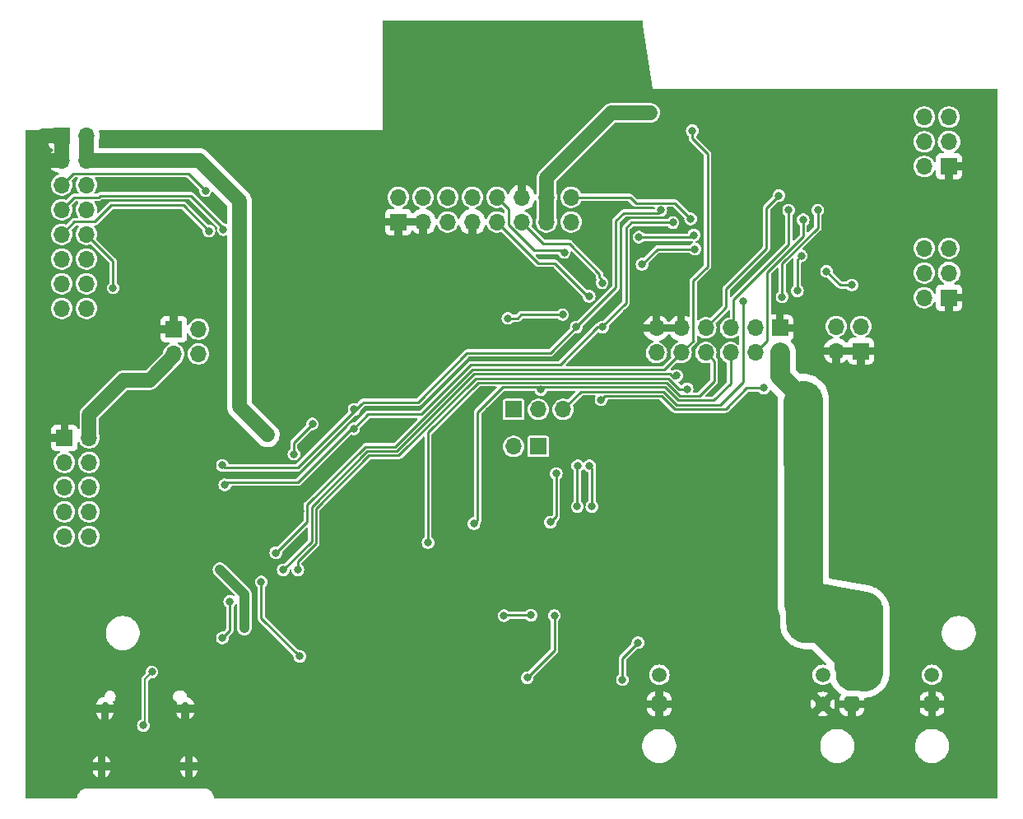
<source format=gbl>
G04 #@! TF.GenerationSoftware,KiCad,Pcbnew,7.0.2-6a45011f42~172~ubuntu20.04.1*
G04 #@! TF.CreationDate,2023-05-01T11:45:46+02:00*
G04 #@! TF.ProjectId,pippino_board,70697070-696e-46f5-9f62-6f6172642e6b,rev?*
G04 #@! TF.SameCoordinates,Original*
G04 #@! TF.FileFunction,Copper,L2,Bot*
G04 #@! TF.FilePolarity,Positive*
%FSLAX46Y46*%
G04 Gerber Fmt 4.6, Leading zero omitted, Abs format (unit mm)*
G04 Created by KiCad (PCBNEW 7.0.2-6a45011f42~172~ubuntu20.04.1) date 2023-05-01 11:45:46*
%MOMM*%
%LPD*%
G01*
G04 APERTURE LIST*
G04 Aperture macros list*
%AMRoundRect*
0 Rectangle with rounded corners*
0 $1 Rounding radius*
0 $2 $3 $4 $5 $6 $7 $8 $9 X,Y pos of 4 corners*
0 Add a 4 corners polygon primitive as box body*
4,1,4,$2,$3,$4,$5,$6,$7,$8,$9,$2,$3,0*
0 Add four circle primitives for the rounded corners*
1,1,$1+$1,$2,$3*
1,1,$1+$1,$4,$5*
1,1,$1+$1,$6,$7*
1,1,$1+$1,$8,$9*
0 Add four rect primitives between the rounded corners*
20,1,$1+$1,$2,$3,$4,$5,0*
20,1,$1+$1,$4,$5,$6,$7,0*
20,1,$1+$1,$6,$7,$8,$9,0*
20,1,$1+$1,$8,$9,$2,$3,0*%
G04 Aperture macros list end*
G04 #@! TA.AperFunction,ComponentPad*
%ADD10C,0.500000*%
G04 #@! TD*
G04 #@! TA.AperFunction,SMDPad,CuDef*
%ADD11R,2.700000X2.700000*%
G04 #@! TD*
G04 #@! TA.AperFunction,ComponentPad*
%ADD12RoundRect,0.250001X0.499999X0.499999X-0.499999X0.499999X-0.499999X-0.499999X0.499999X-0.499999X0*%
G04 #@! TD*
G04 #@! TA.AperFunction,ComponentPad*
%ADD13C,1.500000*%
G04 #@! TD*
G04 #@! TA.AperFunction,ComponentPad*
%ADD14R,1.700000X1.700000*%
G04 #@! TD*
G04 #@! TA.AperFunction,ComponentPad*
%ADD15O,1.700000X1.700000*%
G04 #@! TD*
G04 #@! TA.AperFunction,ComponentPad*
%ADD16O,0.800000X1.400000*%
G04 #@! TD*
G04 #@! TA.AperFunction,ViaPad*
%ADD17C,0.800000*%
G04 #@! TD*
G04 #@! TA.AperFunction,Conductor*
%ADD18C,1.500000*%
G04 #@! TD*
G04 #@! TA.AperFunction,Conductor*
%ADD19C,1.000000*%
G04 #@! TD*
G04 #@! TA.AperFunction,Conductor*
%ADD20C,0.250000*%
G04 #@! TD*
G04 #@! TA.AperFunction,Conductor*
%ADD21C,2.000000*%
G04 #@! TD*
G04 #@! TA.AperFunction,Conductor*
%ADD22C,4.000000*%
G04 #@! TD*
G04 #@! TA.AperFunction,Conductor*
%ADD23C,0.200000*%
G04 #@! TD*
G04 APERTURE END LIST*
D10*
X168650000Y-131100000D03*
X169750000Y-131100000D03*
X170850000Y-131100000D03*
X168650000Y-130000000D03*
X169750000Y-130000000D03*
D11*
X169750000Y-130000000D03*
D10*
X170850000Y-130000000D03*
X168650000Y-128900000D03*
X169750000Y-128900000D03*
X170850000Y-128900000D03*
D12*
X185000000Y-150300000D03*
D13*
X182000000Y-150300000D03*
X185000000Y-147300000D03*
X182000000Y-147300000D03*
D14*
X177600000Y-111625000D03*
D15*
X177600000Y-114165000D03*
X175060000Y-111625000D03*
X175060000Y-114165000D03*
X172520000Y-111625000D03*
X172520000Y-114165000D03*
X169980000Y-111625000D03*
X169980000Y-114165000D03*
X167440000Y-111625000D03*
X167440000Y-114165000D03*
X164900000Y-111625000D03*
X164900000Y-114165000D03*
D12*
X165200000Y-150300000D03*
D13*
X165200000Y-147300000D03*
D14*
X104000000Y-122920000D03*
D15*
X106540000Y-122920000D03*
X104000000Y-125460000D03*
X106540000Y-125460000D03*
X104000000Y-128000000D03*
X106540000Y-128000000D03*
X104000000Y-130540000D03*
X106540000Y-130540000D03*
X104000000Y-133080000D03*
X106540000Y-133080000D03*
D14*
X150225000Y-120000000D03*
D15*
X152765000Y-120000000D03*
X155305000Y-120000000D03*
D14*
X138340000Y-100725000D03*
D15*
X138340000Y-98185000D03*
X140880000Y-100725000D03*
X140880000Y-98185000D03*
X143420000Y-100725000D03*
X143420000Y-98185000D03*
X145960000Y-100725000D03*
X145960000Y-98185000D03*
X148500000Y-100725000D03*
X148500000Y-98185000D03*
X151040000Y-100725000D03*
X151040000Y-98185000D03*
X153580000Y-100725000D03*
X153580000Y-98185000D03*
X156120000Y-100725000D03*
X156120000Y-98185000D03*
D14*
X195000000Y-108500000D03*
D15*
X192460000Y-108500000D03*
X195000000Y-105960000D03*
X192460000Y-105960000D03*
X195000000Y-103420000D03*
X192460000Y-103420000D03*
D12*
X193250000Y-150300000D03*
D13*
X193250000Y-147300000D03*
D14*
X115250000Y-111750000D03*
D15*
X117790000Y-111750000D03*
X115250000Y-114290000D03*
X117790000Y-114290000D03*
D14*
X185940000Y-114000000D03*
D15*
X183400000Y-114000000D03*
X185940000Y-111460000D03*
X183400000Y-111460000D03*
D16*
X107808000Y-156724000D03*
X108168000Y-150774000D03*
X116428000Y-150774000D03*
X116788000Y-156724000D03*
D10*
X144650000Y-142600000D03*
X145750000Y-142600000D03*
X146850000Y-142600000D03*
X144650000Y-141500000D03*
X145750000Y-141500000D03*
D11*
X145750000Y-141500000D03*
D10*
X146850000Y-141500000D03*
X144650000Y-140400000D03*
X145750000Y-140400000D03*
X146850000Y-140400000D03*
D14*
X195000000Y-95000000D03*
D15*
X192460000Y-95000000D03*
X195000000Y-92460000D03*
X192460000Y-92460000D03*
X195000000Y-89920000D03*
X192460000Y-89920000D03*
D14*
X103725000Y-91835000D03*
D15*
X106265000Y-91835000D03*
X103725000Y-94375000D03*
X106265000Y-94375000D03*
X103725000Y-96915000D03*
X106265000Y-96915000D03*
X103725000Y-99455000D03*
X106265000Y-99455000D03*
X103725000Y-101995000D03*
X106265000Y-101995000D03*
X103725000Y-104535000D03*
X106265000Y-104535000D03*
X103725000Y-107075000D03*
X106265000Y-107075000D03*
X103725000Y-109615000D03*
X106265000Y-109615000D03*
D14*
X152750000Y-123810000D03*
D15*
X150210000Y-123810000D03*
D17*
X124000000Y-121750000D03*
X117916000Y-94448000D03*
X118882000Y-95414000D03*
X124875000Y-122625000D03*
X145000000Y-153750000D03*
X174274000Y-91400000D03*
X166000000Y-132800000D03*
X190500000Y-100500000D03*
X172242000Y-92924000D03*
X163800000Y-139300000D03*
X168200000Y-121800000D03*
X151574799Y-154699799D03*
X147700000Y-120100000D03*
X161200000Y-143600000D03*
X132250000Y-157250000D03*
X153750000Y-88500000D03*
X161987299Y-153537299D03*
X186000000Y-126000000D03*
X143750000Y-114750000D03*
X146000000Y-111000000D03*
X120250000Y-132500000D03*
X145500000Y-147750000D03*
X138000000Y-150250000D03*
X197500000Y-140750000D03*
X189500000Y-91000000D03*
X127500000Y-118000000D03*
X132750000Y-104000000D03*
X188000000Y-126000000D03*
X170281600Y-109118400D03*
X164084000Y-152273000D03*
X114400000Y-158000000D03*
X182500000Y-101000000D03*
X131000000Y-96250000D03*
X138600000Y-103800000D03*
X153200000Y-133900000D03*
X107600000Y-139600000D03*
X189000000Y-113000000D03*
X138500000Y-146500000D03*
X171500000Y-102600000D03*
X131400000Y-131800000D03*
X144000000Y-96200000D03*
X147500000Y-159000000D03*
X151250000Y-158500000D03*
X181000000Y-111000000D03*
X173766000Y-92924000D03*
X124000000Y-101000000D03*
X148800000Y-125200000D03*
X133000000Y-114500000D03*
X169400000Y-122200000D03*
X136500000Y-109500000D03*
X199000000Y-140750000D03*
X146000000Y-133500000D03*
X175200000Y-95800000D03*
X141000000Y-146500000D03*
X195500000Y-101500000D03*
X159700000Y-137400000D03*
X135500000Y-101000000D03*
X141478000Y-136398000D03*
X186000000Y-124000000D03*
X161750000Y-87500000D03*
X159869724Y-109646689D03*
X186000000Y-128000000D03*
X142400000Y-116000000D03*
X143000000Y-143500000D03*
X126500000Y-99500000D03*
X139350000Y-109450000D03*
X188500000Y-130500000D03*
X146400000Y-118900000D03*
X122809000Y-135890000D03*
X104000000Y-120250000D03*
X190000000Y-104500000D03*
X193700000Y-97900000D03*
X149500000Y-137500000D03*
X142250000Y-111000000D03*
X177068000Y-94448000D03*
X153300000Y-136600000D03*
X116750000Y-136500000D03*
X167894000Y-132461000D03*
X143000000Y-145000000D03*
X130000000Y-145500000D03*
X183500000Y-134000000D03*
X139500000Y-111000000D03*
X184531000Y-157734000D03*
X186500000Y-132500000D03*
X152800000Y-94200000D03*
X120000000Y-145800000D03*
X166325000Y-158550000D03*
X136200000Y-122700000D03*
X171988000Y-91400000D03*
X110800000Y-108200000D03*
X171734000Y-89876000D03*
X151012299Y-150262299D03*
X134400000Y-113400000D03*
X183500000Y-118500000D03*
X102150000Y-146800000D03*
X134700000Y-92700000D03*
X195250000Y-152000000D03*
X147500000Y-156500000D03*
X189000000Y-154250000D03*
X188500000Y-110500000D03*
X149200000Y-94200000D03*
X176750000Y-139750000D03*
X128250000Y-130500000D03*
X189000000Y-102000000D03*
X131000000Y-120750000D03*
X135500000Y-98000000D03*
X129350000Y-147400000D03*
X101250000Y-102000000D03*
X141500000Y-143500000D03*
X181000000Y-114000000D03*
X198100000Y-154150000D03*
X132750000Y-94000000D03*
X135600000Y-131200000D03*
X123750000Y-105500000D03*
X161798000Y-110032800D03*
X158369000Y-149352000D03*
X147250000Y-137000000D03*
X162000000Y-156591000D03*
X132750000Y-101000000D03*
X175200000Y-94400000D03*
X187000000Y-100500000D03*
X108800000Y-153200000D03*
X187250000Y-158000000D03*
X192000000Y-126000000D03*
X174200000Y-124300000D03*
X104521000Y-139700000D03*
X185500000Y-134250000D03*
X190500000Y-107000000D03*
X140000000Y-145000000D03*
X106750000Y-137500000D03*
X114500000Y-109000000D03*
X155800000Y-135900000D03*
X136144000Y-133350000D03*
X120250000Y-130750000D03*
X158800000Y-94600000D03*
X114250000Y-155500000D03*
X128000000Y-109500000D03*
X164600000Y-120600000D03*
X142000000Y-108500000D03*
X184000000Y-124000000D03*
X175290000Y-92924000D03*
X195900000Y-155600000D03*
X158000000Y-88750000D03*
X137750000Y-154750000D03*
X141000000Y-148000000D03*
X126500000Y-101000000D03*
X188000000Y-95500000D03*
X110200000Y-157900000D03*
X114600000Y-152000000D03*
X144250000Y-148750000D03*
X123750000Y-109750000D03*
X139650000Y-112850000D03*
X150500000Y-139000000D03*
X166000000Y-120600000D03*
X181000000Y-109500000D03*
X133600000Y-118400000D03*
X120250000Y-134500000D03*
X106400000Y-145400000D03*
X141500000Y-145000000D03*
X159600000Y-135700000D03*
X128000000Y-103000000D03*
X159325000Y-158550000D03*
X126200000Y-153000000D03*
X166200000Y-124800000D03*
X184000000Y-128000000D03*
X133600000Y-131600000D03*
X109750000Y-120500000D03*
X149750000Y-88500000D03*
X171750000Y-127500000D03*
X173250000Y-136500000D03*
X144250000Y-147500000D03*
X154000000Y-90250000D03*
X132750000Y-97500000D03*
X108400000Y-92200000D03*
X113250000Y-113500000D03*
X131000000Y-103000000D03*
X129000000Y-157250000D03*
X120350500Y-100000000D03*
X140000000Y-143500000D03*
X197500000Y-147000000D03*
X129250000Y-111750000D03*
X188000000Y-124000000D03*
X156500000Y-151500000D03*
X171480000Y-88352000D03*
X136500000Y-112500000D03*
X152000000Y-131250000D03*
X155500000Y-133500000D03*
X100750000Y-120000000D03*
X128500000Y-104500000D03*
X173400000Y-128400000D03*
X101250000Y-107500000D03*
X124000000Y-99500000D03*
X169000000Y-126500000D03*
X166200000Y-122400000D03*
X101400000Y-94600000D03*
X145250000Y-112500000D03*
X179197000Y-157861000D03*
X162100000Y-137500000D03*
X142750000Y-156250000D03*
X155500000Y-139750000D03*
X189250000Y-134250000D03*
X199000000Y-152500000D03*
X179100000Y-88352000D03*
X173800000Y-140600000D03*
X126250000Y-113000000D03*
X132000000Y-151000000D03*
X190000000Y-126000000D03*
X175290000Y-88352000D03*
X177200000Y-101800000D03*
X168750000Y-115500000D03*
X113500000Y-126250000D03*
X139500000Y-156750000D03*
X150000000Y-156500000D03*
X172400000Y-94400000D03*
X147500000Y-113000000D03*
X156750000Y-90500000D03*
X181000000Y-115500000D03*
X147000000Y-147500000D03*
X156750000Y-81000000D03*
X147700000Y-128600000D03*
X198000000Y-158100000D03*
X132900000Y-147800000D03*
X185500000Y-120500000D03*
X156800000Y-148600000D03*
X103750000Y-135750000D03*
X186000000Y-130500000D03*
X186500000Y-108500000D03*
X122750000Y-124000000D03*
X144250000Y-138000000D03*
X148750000Y-151250000D03*
X152300000Y-113400000D03*
X146400000Y-96400000D03*
X103250000Y-157500000D03*
X196250000Y-147000000D03*
X129250000Y-150500000D03*
X198500000Y-156250000D03*
X190000000Y-93500000D03*
X173200000Y-158400000D03*
X197000000Y-150750000D03*
X126000000Y-94000000D03*
X172400000Y-95800000D03*
X177068000Y-96226000D03*
X149250000Y-81500000D03*
X189200000Y-96800000D03*
X106000000Y-154000000D03*
X176000000Y-158500000D03*
X142750000Y-158250000D03*
X163325000Y-158550000D03*
X134000000Y-149000000D03*
X156750000Y-105500000D03*
X133000000Y-108500000D03*
X105800000Y-157200000D03*
X161798000Y-111963200D03*
X163900000Y-142100000D03*
X145000000Y-94200000D03*
X132800000Y-130200000D03*
X174782000Y-89876000D03*
X199000000Y-147000000D03*
X168700000Y-98400000D03*
X129500000Y-127500000D03*
X147750000Y-122500000D03*
X185500000Y-106000000D03*
X144000000Y-146000000D03*
X145400000Y-126700000D03*
X150750000Y-106500000D03*
X125000000Y-148800000D03*
X195050000Y-158750000D03*
X157500000Y-122700000D03*
X127000000Y-128750000D03*
X124000000Y-113000000D03*
X135600000Y-103950000D03*
X168287682Y-152486916D03*
X143500000Y-122700000D03*
X118200000Y-147200000D03*
X174400000Y-129400000D03*
X122800000Y-155600000D03*
X153000000Y-151500000D03*
X163000000Y-103682800D03*
X163000000Y-120600000D03*
X164100000Y-133300000D03*
X195500000Y-97000000D03*
X104200000Y-143000000D03*
X187000000Y-93500000D03*
X146812000Y-134747000D03*
X118000000Y-150200000D03*
X116500000Y-104250000D03*
X101250000Y-97000000D03*
X190750000Y-157500000D03*
X181000000Y-112500000D03*
X199000000Y-149250000D03*
X115250000Y-119500000D03*
X156750000Y-84000000D03*
X102250000Y-137500000D03*
X191000000Y-98500000D03*
X116460000Y-142870000D03*
X198500000Y-89000000D03*
X168800000Y-124600000D03*
X192000000Y-134000000D03*
X175200000Y-97200000D03*
X144000000Y-136200000D03*
X176560000Y-91400000D03*
X104000000Y-112750000D03*
X157500000Y-102500000D03*
X103250000Y-153500000D03*
X125750000Y-109500000D03*
X173800000Y-95800000D03*
X173800000Y-97200000D03*
X100750000Y-126500000D03*
X100750000Y-132500000D03*
X101250000Y-112500000D03*
X181750000Y-158000000D03*
X161200000Y-94600000D03*
X117250000Y-109000000D03*
X144800000Y-120900000D03*
X185500000Y-118500000D03*
X173800000Y-94400000D03*
X168250000Y-156250000D03*
X194000000Y-99500000D03*
X108000000Y-135750000D03*
X131200000Y-133200000D03*
X131000000Y-99500000D03*
X104000000Y-146500000D03*
X113000000Y-97000000D03*
X172400000Y-97200000D03*
X174100000Y-122500000D03*
X172000000Y-145000000D03*
X198000000Y-145250000D03*
X148400000Y-104800000D03*
X172550000Y-130750000D03*
X122700000Y-94900000D03*
X173736000Y-120650000D03*
X125750000Y-116000000D03*
X192000000Y-97000000D03*
X182500000Y-98000000D03*
X141580000Y-95050000D03*
X120000000Y-117000000D03*
X174400000Y-157000000D03*
X151000000Y-126000000D03*
X110236000Y-136652000D03*
X145500000Y-122400000D03*
X109750000Y-123500000D03*
X110500000Y-100500000D03*
X155600000Y-137800000D03*
X182500000Y-103500000D03*
X166200000Y-123600000D03*
X184000000Y-130500000D03*
X150750000Y-90250000D03*
X137750000Y-148750000D03*
X136200000Y-128000000D03*
X155250000Y-124000000D03*
X170625000Y-158500000D03*
X128000000Y-153200000D03*
X139250000Y-148750000D03*
X183000000Y-116500000D03*
X199250000Y-142500000D03*
X148750000Y-131000000D03*
X134000000Y-127600000D03*
X142500000Y-113000000D03*
X177830000Y-89876000D03*
X146250000Y-148750000D03*
X162000000Y-81750000D03*
X192000000Y-128000000D03*
X188500000Y-114500000D03*
X177068000Y-92924000D03*
X190500000Y-102500000D03*
X123200000Y-143600000D03*
X186000000Y-117000000D03*
X120900000Y-153300000D03*
X124500000Y-133500000D03*
X131000000Y-92500000D03*
X197250000Y-152500000D03*
X176500000Y-143500000D03*
X148800000Y-147400000D03*
X190500000Y-151500000D03*
X176276000Y-128905000D03*
X192000000Y-124000000D03*
X120000000Y-92500000D03*
X130500000Y-141250000D03*
X188000000Y-128000000D03*
X111250000Y-125000000D03*
X166600000Y-106000000D03*
X187000000Y-88500000D03*
X141700000Y-103900000D03*
X199000000Y-150750000D03*
X199250000Y-144250000D03*
X142500000Y-148000000D03*
X111000000Y-119750000D03*
X144400000Y-132200000D03*
X144600000Y-109150000D03*
X157500000Y-135500000D03*
X190000000Y-128000000D03*
X184000000Y-126000000D03*
X117250000Y-128750000D03*
X101400000Y-92300000D03*
X111250000Y-112500000D03*
X192600000Y-110600000D03*
X167200000Y-120800000D03*
X150750000Y-85250000D03*
X140750000Y-81000000D03*
X168200000Y-123200000D03*
X112700000Y-102900000D03*
X190000000Y-124000000D03*
X175500000Y-137250000D03*
X197500000Y-149250000D03*
X135000000Y-130000000D03*
X112000000Y-135600000D03*
X157912299Y-154612299D03*
X195500000Y-99500000D03*
X135500000Y-94100000D03*
X158250000Y-139250000D03*
X174800000Y-99528000D03*
X123750000Y-116000000D03*
X142500000Y-146500000D03*
X176600000Y-131600000D03*
X120250000Y-150500000D03*
X134112000Y-133350000D03*
X145000000Y-151750000D03*
X163250000Y-84500000D03*
X110250000Y-110000000D03*
X110750000Y-155500000D03*
X142800000Y-127600000D03*
X166900000Y-135100000D03*
X171400000Y-104400000D03*
X128000000Y-149000000D03*
X105800000Y-149200000D03*
X163969503Y-97724500D03*
X103250000Y-150000000D03*
X124000000Y-97250000D03*
X155500000Y-130250000D03*
X139500000Y-154750000D03*
X153000000Y-126200000D03*
X164250000Y-89500000D03*
X163000000Y-89500000D03*
X122500000Y-142500000D03*
X120000000Y-136500000D03*
X121000000Y-139750000D03*
X168586000Y-91322000D03*
X120250000Y-143500000D03*
X125750000Y-134750000D03*
X179000000Y-122000000D03*
X179000000Y-119500000D03*
X180500000Y-123250000D03*
X180500000Y-119500000D03*
X179000000Y-124500000D03*
X179000000Y-125750000D03*
X180500000Y-125750000D03*
X179000000Y-123250000D03*
X180500000Y-120750000D03*
X180500000Y-124500000D03*
X179000000Y-120750000D03*
X180500000Y-122000000D03*
X112110000Y-152510000D03*
X113000000Y-147000000D03*
X120350500Y-101500000D03*
X118862701Y-101637299D03*
X109000000Y-107500000D03*
X118500000Y-97500000D03*
X177500000Y-98000000D03*
X178500000Y-99500000D03*
X149225000Y-141224000D03*
X152000000Y-141175000D03*
X146125000Y-131750000D03*
X153000000Y-117974500D03*
X168860000Y-103510000D03*
X163410000Y-105080000D03*
X155410000Y-103840000D03*
X168760000Y-102070000D03*
X163100000Y-102280000D03*
X173800000Y-108900000D03*
X168420000Y-100400000D03*
X158000000Y-125800000D03*
X158250000Y-130000000D03*
X156800000Y-125800000D03*
X156750000Y-130000000D03*
X128200000Y-145400000D03*
X124250000Y-137750000D03*
X154600000Y-126600000D03*
X154000000Y-131600000D03*
X154400000Y-141200000D03*
X151600000Y-147600000D03*
X179400000Y-107800000D03*
X159200000Y-119000000D03*
X175935774Y-117796162D03*
X179800000Y-104200000D03*
X155250000Y-110250000D03*
X149612701Y-110637299D03*
X180000000Y-100500000D03*
X128000000Y-136500000D03*
X168050000Y-117900000D03*
X166965593Y-116525500D03*
X181500000Y-99500000D03*
X177830000Y-108418000D03*
X126500000Y-136500000D03*
X159310000Y-106974500D03*
X157980000Y-108360000D03*
X141400000Y-133700000D03*
X120500000Y-127750000D03*
X159350000Y-111537500D03*
X166590000Y-100790000D03*
X133750000Y-122000000D03*
X120250000Y-125750000D03*
X133800000Y-120000000D03*
X156650000Y-111537500D03*
X165340000Y-99520000D03*
X129500000Y-121500000D03*
X127600000Y-124600000D03*
X182400000Y-105800000D03*
X185000000Y-107200000D03*
X163000000Y-143992300D03*
X161400000Y-147800000D03*
D18*
X122000000Y-119750000D02*
X122000000Y-98532000D01*
X106265000Y-91835000D02*
X106265000Y-94365000D01*
X122000000Y-98532000D02*
X117916000Y-94448000D01*
X124875000Y-122625000D02*
X122000000Y-119750000D01*
X117833000Y-94365000D02*
X106265000Y-94365000D01*
X117916000Y-94448000D02*
X117833000Y-94365000D01*
X101625000Y-94375000D02*
X101400000Y-94600000D01*
X103725000Y-91835000D02*
X101865000Y-91835000D01*
X103725000Y-94375000D02*
X101625000Y-94375000D01*
X103725000Y-91835000D02*
X103725000Y-94375000D01*
X101865000Y-91835000D02*
X101400000Y-92300000D01*
X115250000Y-114290000D02*
X115250000Y-114500000D01*
D19*
X122000000Y-138500000D02*
X122500000Y-139000000D01*
D18*
X153580000Y-98185000D02*
X153580000Y-96170000D01*
X112750000Y-117000000D02*
X110066000Y-117000000D01*
X153580000Y-96170000D02*
X160250000Y-89500000D01*
X110066000Y-117000000D02*
X106540000Y-120526000D01*
X160250000Y-89500000D02*
X163000000Y-89500000D01*
D19*
X122500000Y-139000000D02*
X122500000Y-142500000D01*
D18*
X153580000Y-100725000D02*
X153580000Y-98185000D01*
X163000000Y-89500000D02*
X164277600Y-89500000D01*
D19*
X120000000Y-136500000D02*
X122000000Y-138500000D01*
D18*
X106540000Y-120526000D02*
X106540000Y-122920000D01*
X115250000Y-114500000D02*
X112750000Y-117000000D01*
D20*
X121000000Y-142750000D02*
X121000000Y-139750000D01*
X145961701Y-115900000D02*
X165705000Y-115900000D01*
X168586000Y-91322000D02*
X168586000Y-92136000D01*
X168705000Y-112900000D02*
X167440000Y-114165000D01*
X125750000Y-134750000D02*
X128975000Y-131525000D01*
X168586000Y-92136000D02*
X170150000Y-93700000D01*
X134950000Y-123850000D02*
X138011701Y-123850000D01*
X128975000Y-129825000D02*
X134950000Y-123850000D01*
X128975000Y-131525000D02*
X128975000Y-129825000D01*
X120250000Y-143500000D02*
X121000000Y-142750000D01*
X138011701Y-123850000D02*
X145961701Y-115900000D01*
X170150000Y-93700000D02*
X170150000Y-105300000D01*
X170150000Y-105300000D02*
X168700000Y-106750000D01*
X165705000Y-115900000D02*
X167440000Y-114165000D01*
X168700000Y-106750000D02*
X168700000Y-112895000D01*
X168700000Y-112895000D02*
X168705000Y-112900000D01*
D21*
X177600000Y-114165000D02*
X177600000Y-116600000D01*
D22*
X180000000Y-119000000D02*
X180000000Y-140000000D01*
X180000000Y-140000000D02*
X185750000Y-145750000D01*
X185750000Y-145750000D02*
X185750000Y-146750000D01*
D21*
X177600000Y-116600000D02*
X180500000Y-119500000D01*
D23*
X112250000Y-147750000D02*
X113000000Y-147000000D01*
X112250000Y-152370000D02*
X112250000Y-147750000D01*
X112110000Y-152510000D02*
X112250000Y-152370000D01*
D20*
X107700000Y-98000000D02*
X117000000Y-98000000D01*
X107500000Y-98200000D02*
X107700000Y-98000000D01*
X117000000Y-98000000D02*
X120350500Y-101350500D01*
X104980000Y-98200000D02*
X107500000Y-98200000D01*
X120350500Y-101350500D02*
X120350500Y-101500000D01*
X103725000Y-99455000D02*
X104980000Y-98200000D01*
X105020000Y-100700000D02*
X103725000Y-101995000D01*
X116225402Y-99000000D02*
X108840850Y-99000000D01*
X107140850Y-100700000D02*
X105020000Y-100700000D01*
X118862701Y-101637299D02*
X116225402Y-99000000D01*
X108840850Y-99000000D02*
X107140850Y-100700000D01*
X109000000Y-107500000D02*
X109000000Y-104730000D01*
X109000000Y-104730000D02*
X106265000Y-101995000D01*
X116740000Y-95740000D02*
X112460000Y-95740000D01*
X103725000Y-96915000D02*
X104900000Y-95740000D01*
X104900000Y-95740000D02*
X112460000Y-95740000D01*
X118500000Y-97500000D02*
X116740000Y-95740000D01*
X176200000Y-99300000D02*
X176200000Y-103465802D01*
X172070000Y-109463600D02*
X169980000Y-111553600D01*
X177500000Y-98000000D02*
X176200000Y-99300000D01*
X169980000Y-111553600D02*
X169980000Y-111625000D01*
X172070000Y-107595802D02*
X172070000Y-109463600D01*
X176200000Y-103465802D02*
X172070000Y-107595802D01*
X172821600Y-108712000D02*
X172821600Y-111323400D01*
X172821600Y-111323400D02*
X172520000Y-111625000D01*
X178500000Y-99500000D02*
X178500000Y-103033600D01*
X178500000Y-103033600D02*
X172821600Y-108712000D01*
X172520000Y-114165000D02*
X172520000Y-117315690D01*
X170760690Y-119075000D02*
X167156905Y-119075000D01*
X167156905Y-119075000D02*
X165781905Y-117700000D01*
X149274000Y-141175000D02*
X149225000Y-141224000D01*
X152000000Y-141175000D02*
X149274000Y-141175000D01*
X146125000Y-131750000D02*
X146500000Y-131375000D01*
X146500000Y-131375000D02*
X146500000Y-120274695D01*
X165781905Y-117700000D02*
X153000000Y-117700000D01*
X146500000Y-120274695D02*
X149074695Y-117700000D01*
X153000000Y-117700000D02*
X153000000Y-117974500D01*
X149074695Y-117700000D02*
X153000000Y-117700000D01*
X172520000Y-117315690D02*
X170760690Y-119075000D01*
X152313299Y-103660000D02*
X149675000Y-101021701D01*
X149675000Y-99360000D02*
X148500000Y-98185000D01*
X164980000Y-103510000D02*
X168860000Y-103510000D01*
X163410000Y-105080000D02*
X164980000Y-103510000D01*
X149675000Y-101021701D02*
X149675000Y-99360000D01*
X155410000Y-103840000D02*
X155230000Y-103660000D01*
X155230000Y-103660000D02*
X152313299Y-103660000D01*
X168760000Y-102070000D02*
X168550000Y-102280000D01*
X168550000Y-102280000D02*
X163100000Y-102280000D01*
X171475000Y-119525000D02*
X166970509Y-119525000D01*
X157155000Y-118150000D02*
X155305000Y-120000000D01*
X165595509Y-118150000D02*
X157155000Y-118150000D01*
X173800000Y-117200000D02*
X171475000Y-119525000D01*
X173800000Y-108900000D02*
X173800000Y-117200000D01*
X166970509Y-119525000D02*
X165595509Y-118150000D01*
X168420000Y-100400000D02*
X166815000Y-98795000D01*
X156135000Y-98200000D02*
X156120000Y-98185000D01*
X166815000Y-98795000D02*
X162795000Y-98795000D01*
X162200000Y-98200000D02*
X156135000Y-98200000D01*
X162795000Y-98795000D02*
X162200000Y-98200000D01*
X158250000Y-126050000D02*
X158250000Y-130000000D01*
X158000000Y-125800000D02*
X158250000Y-126050000D01*
X156800000Y-125800000D02*
X156750000Y-125850000D01*
X156750000Y-125850000D02*
X156750000Y-130000000D01*
X124250000Y-141450000D02*
X128200000Y-145400000D01*
X124250000Y-137750000D02*
X124250000Y-141450000D01*
X159200000Y-119000000D02*
X159600000Y-118600000D01*
X172011396Y-119975000D02*
X174190234Y-117796162D01*
X179400000Y-104600000D02*
X179800000Y-104200000D01*
X154400000Y-141200000D02*
X154400000Y-144800000D01*
X174190234Y-117796162D02*
X175935774Y-117796162D01*
X165409113Y-118600000D02*
X166784113Y-119975000D01*
X154600000Y-131000000D02*
X154000000Y-131600000D01*
X154600000Y-126600000D02*
X154600000Y-131000000D01*
X154400000Y-144800000D02*
X151600000Y-147600000D01*
X159600000Y-118600000D02*
X165409113Y-118600000D01*
X179400000Y-107800000D02*
X179400000Y-104600000D01*
X166784113Y-119975000D02*
X172011396Y-119975000D01*
X149612701Y-110637299D02*
X150612701Y-110637299D01*
X151000000Y-110250000D02*
X155250000Y-110250000D01*
X150612701Y-110637299D02*
X151000000Y-110250000D01*
X146334493Y-116800000D02*
X166154697Y-116800000D01*
X138384493Y-124750000D02*
X146334493Y-116800000D01*
X129875000Y-130197792D02*
X135322792Y-124750000D01*
X167254697Y-117900000D02*
X168050000Y-117900000D01*
X176306000Y-105894000D02*
X180000000Y-102200000D01*
X180000000Y-102200000D02*
X180000000Y-100500000D01*
X128000000Y-135636396D02*
X128000000Y-136500000D01*
X166154697Y-116800000D02*
X167254697Y-117900000D01*
X175060000Y-114165000D02*
X176306000Y-112919000D01*
X135322792Y-124750000D02*
X138384493Y-124750000D01*
X128000000Y-135636396D02*
X129875000Y-133761396D01*
X176306000Y-112919000D02*
X176306000Y-107656000D01*
X176306000Y-107656000D02*
X176306000Y-105894000D01*
X129875000Y-133761396D02*
X129875000Y-130197792D01*
X129425000Y-133575000D02*
X129425000Y-130011396D01*
X129425000Y-130011396D02*
X135136396Y-124300000D01*
X166291093Y-116300000D02*
X166741093Y-116750000D01*
X126500000Y-136500000D02*
X129425000Y-133575000D01*
X181500000Y-99500000D02*
X181500000Y-101336396D01*
X146148097Y-116350000D02*
X165891396Y-116350000D01*
X165891396Y-116350000D02*
X165941396Y-116300000D01*
X177830000Y-105006396D02*
X177830000Y-108418000D01*
X181500000Y-101336396D02*
X177830000Y-105006396D01*
X166741093Y-116750000D02*
X166965593Y-116525500D01*
X138198097Y-124300000D02*
X146148097Y-116350000D01*
X135136396Y-124300000D02*
X138198097Y-124300000D01*
X165941396Y-116300000D02*
X166291093Y-116300000D01*
X159040000Y-106040000D02*
X155935000Y-102935000D01*
X155935000Y-102935000D02*
X153250000Y-102935000D01*
X159400000Y-106800000D02*
X159040000Y-106440000D01*
X159040000Y-106440000D02*
X159040000Y-106040000D01*
X153250000Y-102935000D02*
X151040000Y-100725000D01*
X154450000Y-104960000D02*
X152720000Y-104960000D01*
X151885000Y-104110000D02*
X148500000Y-100725000D01*
X157850000Y-108360000D02*
X154450000Y-104960000D01*
X157980000Y-108360000D02*
X157850000Y-108360000D01*
X151885000Y-104125000D02*
X151885000Y-104110000D01*
X152720000Y-104960000D02*
X151885000Y-104125000D01*
X146520889Y-117250000D02*
X165968301Y-117250000D01*
X170830000Y-115015000D02*
X169980000Y-114165000D01*
X165968301Y-117250000D02*
X167343301Y-118625000D01*
X169325000Y-118625000D02*
X170830000Y-117120000D01*
X141400000Y-122370889D02*
X146520889Y-117250000D01*
X141400000Y-133700000D02*
X141400000Y-122370889D01*
X170830000Y-117120000D02*
X170830000Y-115015000D01*
X167343301Y-118625000D02*
X169325000Y-118625000D01*
X135250000Y-120500000D02*
X133750000Y-122000000D01*
X120500000Y-127750000D02*
X120750000Y-127500000D01*
X159350000Y-111537500D02*
X158862500Y-111537500D01*
X161784200Y-101315800D02*
X161784200Y-109021295D01*
X166590000Y-100790000D02*
X162310000Y-100790000D01*
X162310000Y-100790000D02*
X161784200Y-101315800D01*
X140725305Y-120500000D02*
X135250000Y-120500000D01*
X133500000Y-122000000D02*
X133750000Y-122000000D01*
X155000000Y-115400000D02*
X145825305Y-115400000D01*
X159350000Y-111455495D02*
X159350000Y-111537500D01*
X128000000Y-127500000D02*
X133500000Y-122000000D01*
X161784200Y-109021295D02*
X159350000Y-111455495D01*
X158862500Y-111537500D02*
X155000000Y-115400000D01*
X145825305Y-115400000D02*
X140725305Y-120500000D01*
X120750000Y-127500000D02*
X128000000Y-127500000D01*
X128000000Y-126000000D02*
X134500000Y-119500000D01*
X120250000Y-125750000D02*
X120500000Y-126000000D01*
X160730000Y-107270000D02*
X160730000Y-107457500D01*
X140350000Y-119250000D02*
X145400000Y-114200000D01*
X160730000Y-100590000D02*
X160730000Y-107270000D01*
X134000000Y-120000000D02*
X134500000Y-119500000D01*
X160730000Y-107457500D02*
X156650000Y-111537500D01*
X165340000Y-99520000D02*
X165060000Y-99800000D01*
X161520000Y-99800000D02*
X160730000Y-100590000D01*
X145400000Y-114200000D02*
X153987500Y-114200000D01*
X120500000Y-126000000D02*
X128000000Y-126000000D01*
X134500000Y-119500000D02*
X134750000Y-119250000D01*
X134750000Y-119250000D02*
X140350000Y-119250000D01*
X165060000Y-99800000D02*
X161520000Y-99800000D01*
X133800000Y-120000000D02*
X134000000Y-120000000D01*
X153987500Y-114200000D02*
X156650000Y-111537500D01*
X129500000Y-121500000D02*
X127600000Y-123400000D01*
X127600000Y-123400000D02*
X127600000Y-124600000D01*
X182400000Y-105800000D02*
X183800000Y-107200000D01*
X183800000Y-107200000D02*
X185000000Y-107200000D01*
X161400000Y-147800000D02*
X161400000Y-145592300D01*
X161400000Y-145592300D02*
X163000000Y-143992300D01*
G04 #@! TA.AperFunction,Conductor*
G36*
X141239191Y-100343907D02*
G01*
X141275155Y-100393407D01*
X141279702Y-100422119D01*
X141261761Y-100394202D01*
X141182434Y-100325466D01*
X141239191Y-100343907D01*
G37*
G04 #@! TD.AperFunction*
G04 #@! TA.AperFunction,Conductor*
G36*
X145578239Y-100394202D02*
G01*
X145560931Y-100421133D01*
X145578907Y-100365809D01*
X145628407Y-100329845D01*
X145657902Y-100325173D01*
X145578239Y-100394202D01*
G37*
G04 #@! TD.AperFunction*
G04 #@! TA.AperFunction,Conductor*
G36*
X146319191Y-100343907D02*
G01*
X146355155Y-100393407D01*
X146359702Y-100422119D01*
X146341761Y-100394202D01*
X146262434Y-100325466D01*
X146319191Y-100343907D01*
G37*
G04 #@! TD.AperFunction*
G04 #@! TA.AperFunction,Conductor*
G36*
X150658239Y-98515798D02*
G01*
X150737565Y-98584533D01*
X150680809Y-98566093D01*
X150644845Y-98516593D01*
X150640297Y-98487880D01*
X150658239Y-98515798D01*
G37*
G04 #@! TD.AperFunction*
G04 #@! TA.AperFunction,Conductor*
G36*
X151421093Y-98544191D02*
G01*
X151371593Y-98580155D01*
X151342097Y-98584826D01*
X151421761Y-98515798D01*
X151439068Y-98488866D01*
X151421093Y-98544191D01*
G37*
G04 #@! TD.AperFunction*
G04 #@! TA.AperFunction,Conductor*
G36*
X172392045Y-109769334D02*
G01*
X172435310Y-109812599D01*
X172446100Y-109857544D01*
X172446100Y-110437042D01*
X172427193Y-110495233D01*
X172377693Y-110531197D01*
X172365292Y-110534356D01*
X172217546Y-110561974D01*
X172027360Y-110635653D01*
X171853961Y-110743017D01*
X171716840Y-110868019D01*
X171703236Y-110880421D01*
X171698268Y-110887000D01*
X171580325Y-111043181D01*
X171489791Y-111225000D01*
X171489418Y-111225750D01*
X171433603Y-111421917D01*
X171414785Y-111625000D01*
X171433603Y-111828083D01*
X171469941Y-111955798D01*
X171489419Y-112024252D01*
X171580325Y-112206818D01*
X171580326Y-112206819D01*
X171580327Y-112206821D01*
X171703236Y-112369579D01*
X171853959Y-112506981D01*
X172027363Y-112614348D01*
X172137028Y-112656832D01*
X172217546Y-112688025D01*
X172418022Y-112725500D01*
X172418024Y-112725500D01*
X172621978Y-112725500D01*
X172822453Y-112688025D01*
X172822701Y-112687929D01*
X173012637Y-112614348D01*
X173186041Y-112506981D01*
X173258805Y-112440647D01*
X173314545Y-112415418D01*
X173374471Y-112427770D01*
X173415691Y-112472987D01*
X173424500Y-112513810D01*
X173424500Y-113276189D01*
X173405593Y-113334380D01*
X173356093Y-113370344D01*
X173294907Y-113370344D01*
X173258805Y-113349351D01*
X173186041Y-113283019D01*
X173012639Y-113175653D01*
X173012637Y-113175652D01*
X172936202Y-113146041D01*
X172822453Y-113101974D01*
X172621978Y-113064500D01*
X172621976Y-113064500D01*
X172418024Y-113064500D01*
X172418022Y-113064500D01*
X172217546Y-113101974D01*
X172027360Y-113175653D01*
X171853961Y-113283017D01*
X171703237Y-113420420D01*
X171580325Y-113583181D01*
X171489419Y-113765747D01*
X171489418Y-113765750D01*
X171433603Y-113961917D01*
X171414785Y-114165000D01*
X171433603Y-114368083D01*
X171489418Y-114564250D01*
X171489419Y-114564252D01*
X171580325Y-114746818D01*
X171580326Y-114746819D01*
X171580327Y-114746821D01*
X171703236Y-114909579D01*
X171853959Y-115046981D01*
X171883187Y-115065078D01*
X172027359Y-115154346D01*
X172027363Y-115154348D01*
X172052103Y-115163932D01*
X172081262Y-115175228D01*
X172128693Y-115213879D01*
X172144500Y-115267543D01*
X172144500Y-117119143D01*
X172125593Y-117177334D01*
X172115504Y-117189147D01*
X170634148Y-118670504D01*
X170579631Y-118698281D01*
X170564144Y-118699500D01*
X170020545Y-118699500D01*
X169962354Y-118680593D01*
X169926390Y-118631093D01*
X169926390Y-118569907D01*
X169950541Y-118530496D01*
X170202014Y-118279023D01*
X171060727Y-117420308D01*
X171076577Y-117407438D01*
X171087836Y-117400084D01*
X171108226Y-117373885D01*
X171116344Y-117364692D01*
X171117519Y-117363518D01*
X171129904Y-117346169D01*
X171132305Y-117342948D01*
X171164809Y-117301189D01*
X171164810Y-117301185D01*
X171167918Y-117297193D01*
X171170565Y-117292052D01*
X171180737Y-117257884D01*
X171187096Y-117236525D01*
X171188319Y-117232704D01*
X171205500Y-117182660D01*
X171205500Y-117182657D01*
X171207138Y-117177886D01*
X171207976Y-117172130D01*
X171206464Y-117135569D01*
X171205584Y-117114298D01*
X171205500Y-117110209D01*
X171205500Y-115064211D01*
X171207607Y-115043895D01*
X171208437Y-115039935D01*
X171210367Y-115030732D01*
X171206260Y-114997783D01*
X171205500Y-114985538D01*
X171205500Y-114983883D01*
X171201994Y-114962876D01*
X171201407Y-114958851D01*
X171194866Y-114906375D01*
X171194865Y-114906373D01*
X171194241Y-114901365D01*
X171192467Y-114895830D01*
X171190065Y-114891392D01*
X171190065Y-114891390D01*
X171164913Y-114844914D01*
X171163050Y-114841295D01*
X171139826Y-114793789D01*
X171139825Y-114793788D01*
X171137609Y-114789255D01*
X171134134Y-114784595D01*
X171130420Y-114781176D01*
X171130419Y-114781174D01*
X171091527Y-114745371D01*
X171088599Y-114742562D01*
X171027609Y-114681572D01*
X170999832Y-114627055D01*
X171008126Y-114573088D01*
X171008071Y-114573073D01*
X171008196Y-114572630D01*
X171008995Y-114567436D01*
X171010582Y-114564250D01*
X171066397Y-114368083D01*
X171085215Y-114165000D01*
X171066397Y-113961917D01*
X171010582Y-113765750D01*
X170919673Y-113583179D01*
X170796764Y-113420421D01*
X170646041Y-113283019D01*
X170635010Y-113276189D01*
X170472639Y-113175653D01*
X170472637Y-113175652D01*
X170396202Y-113146041D01*
X170282453Y-113101974D01*
X170081978Y-113064500D01*
X170081976Y-113064500D01*
X169878024Y-113064500D01*
X169878022Y-113064500D01*
X169677546Y-113101974D01*
X169487360Y-113175653D01*
X169313961Y-113283017D01*
X169163237Y-113420420D01*
X169040325Y-113583181D01*
X168949419Y-113765747D01*
X168949418Y-113765750D01*
X168893603Y-113961917D01*
X168874785Y-114165000D01*
X168893603Y-114368083D01*
X168949418Y-114564250D01*
X168949419Y-114564252D01*
X169040325Y-114746818D01*
X169040326Y-114746819D01*
X169040327Y-114746821D01*
X169163236Y-114909579D01*
X169313959Y-115046981D01*
X169487363Y-115154348D01*
X169631511Y-115210191D01*
X169677546Y-115228025D01*
X169878022Y-115265500D01*
X169878024Y-115265500D01*
X170081978Y-115265500D01*
X170215629Y-115240515D01*
X170282456Y-115228024D01*
X170314614Y-115215566D01*
X170319736Y-115213582D01*
X170380828Y-115210191D01*
X170432245Y-115243356D01*
X170454348Y-115300409D01*
X170454500Y-115305896D01*
X170454500Y-116923454D01*
X170435593Y-116981645D01*
X170425504Y-116993458D01*
X169198458Y-118220504D01*
X169143941Y-118248281D01*
X169128454Y-118249500D01*
X168756588Y-118249500D01*
X168698397Y-118230593D01*
X168662433Y-118181093D01*
X168662433Y-118119907D01*
X168664022Y-118115394D01*
X168671981Y-118094407D01*
X168686237Y-118056818D01*
X168705278Y-117900000D01*
X168686237Y-117743182D01*
X168630220Y-117595477D01*
X168540483Y-117465470D01*
X168422240Y-117360717D01*
X168377833Y-117337410D01*
X168282363Y-117287302D01*
X168128987Y-117249500D01*
X168128985Y-117249500D01*
X167971015Y-117249500D01*
X167971013Y-117249500D01*
X167817636Y-117287302D01*
X167677761Y-117360716D01*
X167559515Y-117465471D01*
X167548287Y-117481739D01*
X167499670Y-117518888D01*
X167466812Y-117524500D01*
X167451242Y-117524500D01*
X167393051Y-117505593D01*
X167381238Y-117495504D01*
X167178967Y-117293233D01*
X167151190Y-117238716D01*
X167160761Y-117178284D01*
X167202963Y-117135569D01*
X167337833Y-117064783D01*
X167456076Y-116960030D01*
X167545813Y-116830023D01*
X167601830Y-116682318D01*
X167620871Y-116525500D01*
X167601830Y-116368682D01*
X167545813Y-116220977D01*
X167456076Y-116090970D01*
X167337833Y-115986217D01*
X167297772Y-115965191D01*
X167197956Y-115912802D01*
X167044580Y-115875000D01*
X167044578Y-115875000D01*
X166886608Y-115875000D01*
X166886606Y-115875000D01*
X166733228Y-115912802D01*
X166593656Y-115986057D01*
X166533344Y-115996358D01*
X166486841Y-115976522D01*
X166468300Y-115962091D01*
X166463133Y-115959431D01*
X166407644Y-115942911D01*
X166403774Y-115941671D01*
X166397880Y-115939648D01*
X166348984Y-115902870D01*
X166331044Y-115844374D01*
X166350912Y-115786504D01*
X166360020Y-115776016D01*
X166926491Y-115209544D01*
X166981006Y-115181769D01*
X167032256Y-115187235D01*
X167137546Y-115228025D01*
X167338022Y-115265500D01*
X167338024Y-115265500D01*
X167541978Y-115265500D01*
X167742453Y-115228025D01*
X167742456Y-115228024D01*
X167932637Y-115154348D01*
X168106041Y-115046981D01*
X168256764Y-114909579D01*
X168379673Y-114746821D01*
X168470582Y-114564250D01*
X168526397Y-114368083D01*
X168545215Y-114165000D01*
X168526397Y-113961917D01*
X168470582Y-113765750D01*
X168468992Y-113762557D01*
X168468244Y-113757537D01*
X168468071Y-113756927D01*
X168468150Y-113756904D01*
X168459979Y-113702043D01*
X168487607Y-113648428D01*
X168956655Y-113179380D01*
X168962666Y-113173849D01*
X168995500Y-113146041D01*
X169017530Y-113109069D01*
X169022000Y-113102226D01*
X169047010Y-113067199D01*
X169048011Y-113063835D01*
X169057855Y-113041395D01*
X169058147Y-113040905D01*
X169059649Y-113038385D01*
X169068485Y-112996240D01*
X169070484Y-112988346D01*
X169082768Y-112947088D01*
X169082623Y-112943582D01*
X169084645Y-112919175D01*
X169085367Y-112915732D01*
X169080041Y-112873007D01*
X169079368Y-112864892D01*
X169077590Y-112821876D01*
X169077589Y-112821873D01*
X169076907Y-112805371D01*
X169076907Y-112805370D01*
X169075500Y-112797890D01*
X169075500Y-112513810D01*
X169094407Y-112455619D01*
X169143907Y-112419655D01*
X169205093Y-112419655D01*
X169241193Y-112440646D01*
X169313959Y-112506981D01*
X169487363Y-112614348D01*
X169597028Y-112656832D01*
X169677546Y-112688025D01*
X169878022Y-112725500D01*
X169878024Y-112725500D01*
X170081978Y-112725500D01*
X170282453Y-112688025D01*
X170282701Y-112687929D01*
X170472637Y-112614348D01*
X170646041Y-112506981D01*
X170796764Y-112369579D01*
X170919673Y-112206821D01*
X171010582Y-112024250D01*
X171066397Y-111828083D01*
X171085215Y-111625000D01*
X171066397Y-111421917D01*
X171010582Y-111225750D01*
X171010208Y-111224999D01*
X170989067Y-111182543D01*
X170985257Y-111174892D01*
X170976244Y-111114377D01*
X171003872Y-111060763D01*
X172277095Y-109787539D01*
X172331613Y-109759763D01*
X172392045Y-109769334D01*
G37*
G04 #@! TD.AperFunction*
G04 #@! TA.AperFunction,Conductor*
G36*
X167821093Y-111984191D02*
G01*
X167771593Y-112020155D01*
X167742097Y-112024826D01*
X167821761Y-111955798D01*
X167839068Y-111928866D01*
X167821093Y-111984191D01*
G37*
G04 #@! TD.AperFunction*
G04 #@! TA.AperFunction,Conductor*
G36*
X177218239Y-111955798D02*
G01*
X177297565Y-112024533D01*
X177240809Y-112006093D01*
X177204845Y-111956593D01*
X177200297Y-111927880D01*
X177218239Y-111955798D01*
G37*
G04 #@! TD.AperFunction*
G04 #@! TA.AperFunction,Conductor*
G36*
X104381093Y-123279191D02*
G01*
X104331593Y-123315155D01*
X104302097Y-123319826D01*
X104381761Y-123250798D01*
X104399068Y-123223866D01*
X104381093Y-123279191D01*
G37*
G04 #@! TD.AperFunction*
G04 #@! TA.AperFunction,Conductor*
G36*
X115631093Y-112109191D02*
G01*
X115581593Y-112145155D01*
X115552097Y-112149826D01*
X115631761Y-112080798D01*
X115649068Y-112053866D01*
X115631093Y-112109191D01*
G37*
G04 #@! TD.AperFunction*
G04 #@! TA.AperFunction,Conductor*
G36*
X194618239Y-108169202D02*
G01*
X194600931Y-108196133D01*
X194618907Y-108140809D01*
X194668407Y-108104845D01*
X194697902Y-108100173D01*
X194618239Y-108169202D01*
G37*
G04 #@! TD.AperFunction*
G04 #@! TA.AperFunction,Conductor*
G36*
X194618239Y-94669202D02*
G01*
X194600931Y-94696133D01*
X194618907Y-94640809D01*
X194668407Y-94604845D01*
X194697902Y-94600173D01*
X194618239Y-94669202D01*
G37*
G04 #@! TD.AperFunction*
G04 #@! TA.AperFunction,Conductor*
G36*
X163459191Y-80019407D02*
G01*
X163495155Y-80068907D01*
X163500000Y-80099499D01*
X163500000Y-80500000D01*
X164500000Y-87000000D01*
X186500000Y-87000000D01*
X199900500Y-87000000D01*
X199958691Y-87018907D01*
X199994655Y-87068407D01*
X199999500Y-87099000D01*
X199999500Y-159900500D01*
X199980593Y-159958691D01*
X199931093Y-159994655D01*
X199900500Y-159999500D01*
X119498917Y-159999500D01*
X119440726Y-159980593D01*
X119404762Y-159931093D01*
X119401421Y-159917691D01*
X119398390Y-159900500D01*
X119385458Y-159827159D01*
X119386115Y-159822481D01*
X119384302Y-159816503D01*
X119381544Y-159804960D01*
X119370101Y-159740062D01*
X119334212Y-159641461D01*
X119334033Y-159636311D01*
X119332036Y-159632575D01*
X119326317Y-159619766D01*
X119310225Y-159575555D01*
X119250398Y-159471932D01*
X119249125Y-159465944D01*
X119246906Y-159463240D01*
X119237697Y-159449935D01*
X119221973Y-159422700D01*
X119215802Y-159413573D01*
X119215772Y-159413561D01*
X119204159Y-159401857D01*
X119137069Y-159321902D01*
X119134396Y-159315288D01*
X119132271Y-159313544D01*
X119119236Y-159300650D01*
X119110162Y-159289836D01*
X119099349Y-159280763D01*
X119089758Y-159271067D01*
X119078096Y-159262929D01*
X118998141Y-159195839D01*
X118993869Y-159189002D01*
X118992268Y-159188147D01*
X118977301Y-159178028D01*
X118976057Y-159177309D01*
X118976055Y-159177308D01*
X118950060Y-159162300D01*
X118938836Y-159154531D01*
X118928066Y-159149601D01*
X118882282Y-159123167D01*
X118824445Y-159089775D01*
X118824443Y-159089774D01*
X118824441Y-159089773D01*
X118780234Y-159073683D01*
X118767876Y-159068164D01*
X118758535Y-159065785D01*
X118659940Y-159029899D01*
X118595054Y-159018458D01*
X118583508Y-159015700D01*
X118581720Y-159015157D01*
X118572837Y-159014541D01*
X118487532Y-158999500D01*
X118400099Y-158999500D01*
X118399786Y-158999500D01*
X118390082Y-158999023D01*
X118374118Y-158997450D01*
X118355686Y-158999500D01*
X106344313Y-158999500D01*
X106335185Y-158996534D01*
X106309917Y-158999023D01*
X106300213Y-158999500D01*
X106212467Y-158999500D01*
X106127160Y-159014541D01*
X106122477Y-159013882D01*
X106116486Y-159015700D01*
X106104944Y-159018458D01*
X106040063Y-159029898D01*
X105941463Y-159065786D01*
X105936309Y-159065965D01*
X105932565Y-159067967D01*
X105919762Y-159073684D01*
X105875554Y-159089775D01*
X105771930Y-159149602D01*
X105765943Y-159150874D01*
X105763235Y-159153097D01*
X105749933Y-159162303D01*
X105722698Y-159178027D01*
X105713582Y-159184190D01*
X105713572Y-159184215D01*
X105701858Y-159195840D01*
X105621901Y-159262931D01*
X105615287Y-159265603D01*
X105613540Y-159267732D01*
X105600654Y-159280759D01*
X105589836Y-159289836D01*
X105580759Y-159300654D01*
X105571064Y-159310243D01*
X105562931Y-159321901D01*
X105495840Y-159401858D01*
X105489000Y-159406131D01*
X105488143Y-159407736D01*
X105478027Y-159422698D01*
X105462303Y-159449933D01*
X105454528Y-159461166D01*
X105449602Y-159471930D01*
X105389775Y-159575554D01*
X105373684Y-159619762D01*
X105368162Y-159632127D01*
X105365786Y-159641463D01*
X105329898Y-159740063D01*
X105318458Y-159804944D01*
X105315700Y-159816486D01*
X105315156Y-159818279D01*
X105314541Y-159827160D01*
X105298579Y-159917690D01*
X105269855Y-159971714D01*
X105214862Y-159998536D01*
X105201083Y-159999500D01*
X100099500Y-159999500D01*
X100041309Y-159980593D01*
X100005345Y-159931093D01*
X100000500Y-159900500D01*
X100000500Y-157124000D01*
X106905508Y-157124000D01*
X106914949Y-157213823D01*
X106973932Y-157395355D01*
X107069363Y-157560645D01*
X107197084Y-157702495D01*
X107351499Y-157814683D01*
X107407999Y-157839838D01*
X107408000Y-157839838D01*
X107408000Y-157124001D01*
X107407999Y-157124000D01*
X106905508Y-157124000D01*
X100000500Y-157124000D01*
X100000500Y-157048624D01*
X107558000Y-157048624D01*
X107572505Y-157121545D01*
X107627760Y-157204240D01*
X107710455Y-157259495D01*
X107808000Y-157278898D01*
X107905545Y-157259495D01*
X107988240Y-157204240D01*
X108041854Y-157124001D01*
X108207999Y-157124001D01*
X108208000Y-157839838D01*
X108264500Y-157814683D01*
X108418915Y-157702495D01*
X108546636Y-157560645D01*
X108642067Y-157395355D01*
X108701050Y-157213823D01*
X108710492Y-157124000D01*
X115885508Y-157124000D01*
X115894949Y-157213823D01*
X115953932Y-157395355D01*
X116049363Y-157560645D01*
X116177084Y-157702495D01*
X116331499Y-157814683D01*
X116387999Y-157839838D01*
X116388000Y-157839838D01*
X117188000Y-157839838D01*
X117244500Y-157814683D01*
X117398915Y-157702495D01*
X117526636Y-157560645D01*
X117622067Y-157395355D01*
X117681050Y-157213823D01*
X117690492Y-157124000D01*
X117188001Y-157124000D01*
X117188000Y-157124001D01*
X117188000Y-157839838D01*
X116388000Y-157839838D01*
X116388000Y-157124001D01*
X116387999Y-157124000D01*
X115885508Y-157124000D01*
X108710492Y-157124000D01*
X108208001Y-157124000D01*
X108207999Y-157124001D01*
X108041854Y-157124001D01*
X108043495Y-157121545D01*
X108058000Y-157048624D01*
X116538000Y-157048624D01*
X116552505Y-157121545D01*
X116607760Y-157204240D01*
X116690455Y-157259495D01*
X116788000Y-157278898D01*
X116885545Y-157259495D01*
X116968240Y-157204240D01*
X117023495Y-157121545D01*
X117038000Y-157048624D01*
X117038000Y-156399376D01*
X117023495Y-156326455D01*
X116968240Y-156243760D01*
X116885545Y-156188505D01*
X116788000Y-156169102D01*
X116690455Y-156188505D01*
X116607760Y-156243760D01*
X116552505Y-156326455D01*
X116538000Y-156399376D01*
X116538000Y-157048624D01*
X108058000Y-157048624D01*
X108058000Y-156399376D01*
X108043495Y-156326455D01*
X107988240Y-156243760D01*
X107905545Y-156188505D01*
X107808000Y-156169102D01*
X107710455Y-156188505D01*
X107627760Y-156243760D01*
X107572505Y-156326455D01*
X107558000Y-156399376D01*
X107558000Y-157048624D01*
X100000500Y-157048624D01*
X100000500Y-156324000D01*
X106905508Y-156324000D01*
X107407999Y-156324000D01*
X107407999Y-156323999D01*
X107408000Y-155608161D01*
X108208000Y-155608161D01*
X108208000Y-156323999D01*
X108208001Y-156324000D01*
X108710492Y-156324000D01*
X115885508Y-156324000D01*
X116387999Y-156324000D01*
X116388000Y-156323998D01*
X116388000Y-155608161D01*
X117188000Y-155608161D01*
X117188000Y-156323999D01*
X117188001Y-156324000D01*
X117690492Y-156324000D01*
X117681050Y-156234176D01*
X117622067Y-156052644D01*
X117526636Y-155887354D01*
X117398917Y-155745506D01*
X117244499Y-155633316D01*
X117188000Y-155608161D01*
X116388000Y-155608161D01*
X116387999Y-155608161D01*
X116331500Y-155633316D01*
X116177082Y-155745506D01*
X116049363Y-155887354D01*
X115953932Y-156052644D01*
X115894949Y-156234176D01*
X115885508Y-156324000D01*
X108710492Y-156324000D01*
X108701050Y-156234176D01*
X108642067Y-156052644D01*
X108546636Y-155887354D01*
X108418917Y-155745506D01*
X108264499Y-155633316D01*
X108208000Y-155608161D01*
X107408000Y-155608161D01*
X107407999Y-155608161D01*
X107351500Y-155633316D01*
X107197082Y-155745506D01*
X107069363Y-155887354D01*
X106973932Y-156052644D01*
X106914949Y-156234176D01*
X106905508Y-156324000D01*
X100000500Y-156324000D01*
X100000500Y-154751182D01*
X163449500Y-154751182D01*
X163488604Y-155010615D01*
X163565937Y-155261323D01*
X163679772Y-155497704D01*
X163827567Y-155714479D01*
X163827570Y-155714482D01*
X164006020Y-155906807D01*
X164211137Y-156070382D01*
X164211140Y-156070384D01*
X164211143Y-156070386D01*
X164438357Y-156201568D01*
X164438358Y-156201568D01*
X164438361Y-156201570D01*
X164662924Y-156289704D01*
X164682584Y-156297420D01*
X164938370Y-156355802D01*
X165134506Y-156370500D01*
X165136367Y-156370500D01*
X165263633Y-156370500D01*
X165265494Y-156370500D01*
X165461630Y-156355802D01*
X165717416Y-156297420D01*
X165961643Y-156201568D01*
X166188857Y-156070386D01*
X166211105Y-156052644D01*
X166393979Y-155906807D01*
X166412029Y-155887354D01*
X166572433Y-155714479D01*
X166720228Y-155497704D01*
X166834063Y-155261323D01*
X166911396Y-155010615D01*
X166950500Y-154751182D01*
X181749500Y-154751182D01*
X181788604Y-155010615D01*
X181865937Y-155261323D01*
X181979772Y-155497704D01*
X182127567Y-155714479D01*
X182127570Y-155714482D01*
X182306020Y-155906807D01*
X182511137Y-156070382D01*
X182511140Y-156070384D01*
X182511143Y-156070386D01*
X182738357Y-156201568D01*
X182738358Y-156201568D01*
X182738361Y-156201570D01*
X182962924Y-156289704D01*
X182982584Y-156297420D01*
X183238370Y-156355802D01*
X183434506Y-156370500D01*
X183436367Y-156370500D01*
X183563633Y-156370500D01*
X183565494Y-156370500D01*
X183761630Y-156355802D01*
X184017416Y-156297420D01*
X184261643Y-156201568D01*
X184488857Y-156070386D01*
X184511105Y-156052644D01*
X184693979Y-155906807D01*
X184712029Y-155887354D01*
X184872433Y-155714479D01*
X185020228Y-155497704D01*
X185134063Y-155261323D01*
X185211396Y-155010615D01*
X185250500Y-154751182D01*
X191499500Y-154751182D01*
X191538604Y-155010615D01*
X191615937Y-155261323D01*
X191729772Y-155497704D01*
X191877567Y-155714479D01*
X191877570Y-155714482D01*
X192056020Y-155906807D01*
X192261137Y-156070382D01*
X192261140Y-156070384D01*
X192261143Y-156070386D01*
X192488357Y-156201568D01*
X192488358Y-156201568D01*
X192488361Y-156201570D01*
X192712924Y-156289704D01*
X192732584Y-156297420D01*
X192988370Y-156355802D01*
X193184506Y-156370500D01*
X193186367Y-156370500D01*
X193313633Y-156370500D01*
X193315494Y-156370500D01*
X193511630Y-156355802D01*
X193767416Y-156297420D01*
X194011643Y-156201568D01*
X194238857Y-156070386D01*
X194261105Y-156052644D01*
X194443979Y-155906807D01*
X194462029Y-155887354D01*
X194622433Y-155714479D01*
X194770228Y-155497704D01*
X194884063Y-155261323D01*
X194961396Y-155010615D01*
X195000500Y-154751182D01*
X195000500Y-154488818D01*
X194961396Y-154229385D01*
X194884063Y-153978677D01*
X194770228Y-153742296D01*
X194622433Y-153525521D01*
X194574401Y-153473755D01*
X194443979Y-153333192D01*
X194238862Y-153169617D01*
X194011638Y-153038429D01*
X193767420Y-152942581D01*
X193511627Y-152884197D01*
X193317352Y-152869639D01*
X193317345Y-152869638D01*
X193315494Y-152869500D01*
X193184506Y-152869500D01*
X193182655Y-152869638D01*
X193182647Y-152869639D01*
X192988372Y-152884197D01*
X192732579Y-152942581D01*
X192488361Y-153038429D01*
X192261137Y-153169617D01*
X192056020Y-153333192D01*
X191877570Y-153525517D01*
X191729770Y-153742299D01*
X191615937Y-153978675D01*
X191564381Y-154145815D01*
X191538604Y-154229385D01*
X191499500Y-154488818D01*
X191499500Y-154751182D01*
X185250500Y-154751182D01*
X185250500Y-154488818D01*
X185211396Y-154229385D01*
X185134063Y-153978677D01*
X185020228Y-153742296D01*
X184872433Y-153525521D01*
X184824401Y-153473755D01*
X184693979Y-153333192D01*
X184488862Y-153169617D01*
X184261638Y-153038429D01*
X184017420Y-152942581D01*
X183761627Y-152884197D01*
X183567352Y-152869639D01*
X183567345Y-152869638D01*
X183565494Y-152869500D01*
X183434506Y-152869500D01*
X183432655Y-152869638D01*
X183432647Y-152869639D01*
X183238372Y-152884197D01*
X182982579Y-152942581D01*
X182738361Y-153038429D01*
X182511137Y-153169617D01*
X182306020Y-153333192D01*
X182127570Y-153525517D01*
X181979770Y-153742299D01*
X181865937Y-153978675D01*
X181814381Y-154145815D01*
X181788604Y-154229385D01*
X181749500Y-154488818D01*
X181749500Y-154751182D01*
X166950500Y-154751182D01*
X166950500Y-154488818D01*
X166911396Y-154229385D01*
X166834063Y-153978677D01*
X166720228Y-153742296D01*
X166572433Y-153525521D01*
X166524401Y-153473755D01*
X166393979Y-153333192D01*
X166188862Y-153169617D01*
X165961638Y-153038429D01*
X165717420Y-152942581D01*
X165461627Y-152884197D01*
X165267352Y-152869639D01*
X165267345Y-152869638D01*
X165265494Y-152869500D01*
X165134506Y-152869500D01*
X165132655Y-152869638D01*
X165132647Y-152869639D01*
X164938372Y-152884197D01*
X164682579Y-152942581D01*
X164438361Y-153038429D01*
X164211137Y-153169617D01*
X164006020Y-153333192D01*
X163827570Y-153525517D01*
X163679770Y-153742299D01*
X163565937Y-153978675D01*
X163514381Y-154145815D01*
X163488604Y-154229385D01*
X163449500Y-154488818D01*
X163449500Y-154751182D01*
X100000500Y-154751182D01*
X100000500Y-152510000D01*
X111454721Y-152510000D01*
X111473762Y-152666815D01*
X111473762Y-152666817D01*
X111473763Y-152666818D01*
X111529780Y-152814523D01*
X111619517Y-152944530D01*
X111737760Y-153049283D01*
X111811173Y-153087814D01*
X111877636Y-153122697D01*
X112031013Y-153160500D01*
X112031015Y-153160500D01*
X112188987Y-153160500D01*
X112342363Y-153122697D01*
X112342365Y-153122696D01*
X112482240Y-153049283D01*
X112600483Y-152944530D01*
X112690220Y-152814523D01*
X112746237Y-152666818D01*
X112765278Y-152510000D01*
X112746237Y-152353182D01*
X112690220Y-152205477D01*
X112618022Y-152100879D01*
X112600499Y-152044647D01*
X112600499Y-151174000D01*
X115525508Y-151174000D01*
X115534949Y-151263823D01*
X115593932Y-151445355D01*
X115689363Y-151610645D01*
X115817084Y-151752495D01*
X115971499Y-151864683D01*
X116027999Y-151889838D01*
X116028000Y-151889838D01*
X116028000Y-151174001D01*
X116027999Y-151174000D01*
X115525508Y-151174000D01*
X112600499Y-151174000D01*
X112600499Y-149524000D01*
X115167534Y-149524000D01*
X115187312Y-149674235D01*
X115245302Y-149814233D01*
X115337548Y-149934451D01*
X115374216Y-149962587D01*
X115457767Y-150026698D01*
X115514981Y-150050397D01*
X115561506Y-150090132D01*
X115575790Y-150149627D01*
X115571250Y-150172452D01*
X115534949Y-150284174D01*
X115525508Y-150374000D01*
X116194145Y-150374000D01*
X116192505Y-150376455D01*
X116178000Y-150449376D01*
X116178000Y-151098624D01*
X116192505Y-151171545D01*
X116247760Y-151254240D01*
X116330455Y-151309495D01*
X116428000Y-151328898D01*
X116525545Y-151309495D01*
X116608240Y-151254240D01*
X116661855Y-151174000D01*
X116828000Y-151174000D01*
X116828000Y-151889838D01*
X116884500Y-151864683D01*
X117038915Y-151752495D01*
X117166636Y-151610645D01*
X117262067Y-151445355D01*
X117321050Y-151263823D01*
X117330492Y-151174000D01*
X116828000Y-151174000D01*
X116661855Y-151174000D01*
X116663495Y-151171545D01*
X116678000Y-151098624D01*
X116678000Y-150847974D01*
X163942001Y-150847974D01*
X163942257Y-150853010D01*
X163952606Y-150954325D01*
X164008342Y-151122525D01*
X164101363Y-151273335D01*
X164226664Y-151398636D01*
X164377473Y-151491657D01*
X164545677Y-151547394D01*
X164646972Y-151557742D01*
X164652022Y-151557999D01*
X164800000Y-151557999D01*
X164800000Y-151557998D01*
X165600000Y-151557998D01*
X165600001Y-151557999D01*
X165747974Y-151557999D01*
X165753010Y-151557742D01*
X165854325Y-151547393D01*
X166022525Y-151491657D01*
X166128120Y-151426525D01*
X181439159Y-151426525D01*
X181568090Y-151486647D01*
X181780718Y-151543620D01*
X181999999Y-151562805D01*
X182219281Y-151543620D01*
X182431906Y-151486648D01*
X182560839Y-151426525D01*
X181999999Y-150865685D01*
X181439159Y-151426525D01*
X166128120Y-151426525D01*
X166173335Y-151398636D01*
X166298636Y-151273335D01*
X166391657Y-151122526D01*
X166447394Y-150954322D01*
X166457742Y-150853027D01*
X166458000Y-150847976D01*
X166458000Y-150700001D01*
X166457999Y-150700000D01*
X165600001Y-150700000D01*
X165600000Y-150700001D01*
X165600000Y-151557998D01*
X164800000Y-151557998D01*
X164800000Y-150700001D01*
X164799999Y-150700000D01*
X163942002Y-150700000D01*
X163942001Y-150700001D01*
X163942001Y-150847974D01*
X116678000Y-150847974D01*
X116678000Y-150449376D01*
X116663495Y-150376455D01*
X116661855Y-150374000D01*
X117330492Y-150374000D01*
X117330421Y-150373327D01*
X164690000Y-150373327D01*
X164731318Y-150514040D01*
X164810605Y-150637413D01*
X164921438Y-150733451D01*
X165054839Y-150794373D01*
X165163527Y-150810000D01*
X165236473Y-150810000D01*
X165345161Y-150794373D01*
X165478562Y-150733451D01*
X165589395Y-150637413D01*
X165668682Y-150514040D01*
X165710000Y-150373327D01*
X165710000Y-150299999D01*
X180737194Y-150299999D01*
X180756379Y-150519281D01*
X180813351Y-150731904D01*
X180873473Y-150860839D01*
X181360985Y-150373327D01*
X181490000Y-150373327D01*
X181531318Y-150514040D01*
X181610605Y-150637413D01*
X181721438Y-150733451D01*
X181854839Y-150794373D01*
X181963527Y-150810000D01*
X182036473Y-150810000D01*
X182145161Y-150794373D01*
X182278562Y-150733451D01*
X182389395Y-150637413D01*
X182468682Y-150514040D01*
X182510000Y-150373327D01*
X182510000Y-150299999D01*
X182565685Y-150299999D01*
X183126525Y-150860839D01*
X183186648Y-150731906D01*
X183195197Y-150700000D01*
X183742001Y-150700000D01*
X183742001Y-150847974D01*
X183742257Y-150853010D01*
X183752606Y-150954325D01*
X183808342Y-151122525D01*
X183901363Y-151273335D01*
X184026664Y-151398636D01*
X184177473Y-151491657D01*
X184345677Y-151547394D01*
X184446972Y-151557742D01*
X184452022Y-151557999D01*
X184600000Y-151557999D01*
X184600000Y-151557998D01*
X185400000Y-151557998D01*
X185400001Y-151557999D01*
X185547974Y-151557999D01*
X185553010Y-151557742D01*
X185654325Y-151547393D01*
X185822525Y-151491657D01*
X185973335Y-151398636D01*
X186098636Y-151273335D01*
X186191657Y-151122526D01*
X186247394Y-150954322D01*
X186257742Y-150853027D01*
X186258000Y-150847976D01*
X186258000Y-150847974D01*
X191992001Y-150847974D01*
X191992257Y-150853010D01*
X192002606Y-150954325D01*
X192058342Y-151122525D01*
X192151363Y-151273335D01*
X192276664Y-151398636D01*
X192427473Y-151491657D01*
X192595677Y-151547394D01*
X192696972Y-151557742D01*
X192702022Y-151557999D01*
X192850000Y-151557999D01*
X192850000Y-151557997D01*
X193649999Y-151557997D01*
X193650001Y-151557999D01*
X193797974Y-151557999D01*
X193803010Y-151557742D01*
X193904325Y-151547393D01*
X194072525Y-151491657D01*
X194223335Y-151398636D01*
X194348636Y-151273335D01*
X194441657Y-151122526D01*
X194497394Y-150954322D01*
X194507742Y-150853027D01*
X194508000Y-150847976D01*
X194508000Y-150700001D01*
X194507999Y-150700000D01*
X193650001Y-150700000D01*
X193649999Y-150700001D01*
X193649999Y-151557997D01*
X192850000Y-151557997D01*
X192850000Y-150700001D01*
X192849999Y-150700000D01*
X191992002Y-150700000D01*
X191992001Y-150700001D01*
X191992001Y-150847974D01*
X186258000Y-150847974D01*
X186258000Y-150700000D01*
X185400001Y-150700000D01*
X185400000Y-150700001D01*
X185400000Y-151557998D01*
X184600000Y-151557998D01*
X184600000Y-150700001D01*
X184599999Y-150700000D01*
X183742001Y-150700000D01*
X183195197Y-150700000D01*
X183243620Y-150519281D01*
X183262805Y-150299999D01*
X183243620Y-150080718D01*
X183186648Y-149868092D01*
X183126524Y-149739160D01*
X182565685Y-150299999D01*
X182510000Y-150299999D01*
X182510000Y-150226673D01*
X182468682Y-150085960D01*
X182389395Y-149962587D01*
X182278562Y-149866549D01*
X182145161Y-149805627D01*
X182036473Y-149790000D01*
X181963527Y-149790000D01*
X181854839Y-149805627D01*
X181721438Y-149866549D01*
X181610605Y-149962587D01*
X181531318Y-150085960D01*
X181490000Y-150226673D01*
X181490000Y-150373327D01*
X181360985Y-150373327D01*
X181434313Y-150299999D01*
X180873474Y-149739160D01*
X180813351Y-149868093D01*
X180756379Y-150080718D01*
X180737194Y-150299999D01*
X165710000Y-150299999D01*
X165710000Y-150226673D01*
X165668682Y-150085960D01*
X165589395Y-149962587D01*
X165517164Y-149899998D01*
X165600000Y-149899998D01*
X165600001Y-149900000D01*
X166457998Y-149900000D01*
X166457999Y-149899999D01*
X166457999Y-149752025D01*
X166457742Y-149746989D01*
X166447393Y-149645674D01*
X166391657Y-149477474D01*
X166298636Y-149326664D01*
X166173335Y-149201363D01*
X166128120Y-149173474D01*
X181439160Y-149173474D01*
X181999999Y-149734313D01*
X182560839Y-149173473D01*
X182431904Y-149113351D01*
X182219281Y-149056379D01*
X181999999Y-149037194D01*
X181780718Y-149056379D01*
X181568093Y-149113351D01*
X181439160Y-149173474D01*
X166128120Y-149173474D01*
X166022526Y-149108342D01*
X165854322Y-149052605D01*
X165753027Y-149042257D01*
X165747977Y-149042000D01*
X165600001Y-149042000D01*
X165600000Y-149042001D01*
X165600000Y-149899998D01*
X165517164Y-149899998D01*
X165478562Y-149866549D01*
X165345161Y-149805627D01*
X165236473Y-149790000D01*
X165163527Y-149790000D01*
X165054839Y-149805627D01*
X164921438Y-149866549D01*
X164810605Y-149962587D01*
X164731318Y-150085960D01*
X164690000Y-150226673D01*
X164690000Y-150373327D01*
X117330421Y-150373327D01*
X117321050Y-150284176D01*
X117262067Y-150102644D01*
X117166636Y-149937354D01*
X117133001Y-149899998D01*
X163942000Y-149899998D01*
X163942001Y-149900000D01*
X164799999Y-149900000D01*
X164800000Y-149899999D01*
X164800000Y-149042001D01*
X164799999Y-149042000D01*
X164652025Y-149042000D01*
X164646989Y-149042257D01*
X164545674Y-149052606D01*
X164377474Y-149108342D01*
X164226664Y-149201363D01*
X164101363Y-149326664D01*
X164008342Y-149477473D01*
X163952605Y-149645677D01*
X163942257Y-149746972D01*
X163942000Y-149752023D01*
X163942000Y-149899998D01*
X117133001Y-149899998D01*
X117038917Y-149795506D01*
X116884499Y-149683316D01*
X116710130Y-149605682D01*
X116705613Y-149604722D01*
X116652626Y-149574129D01*
X116628046Y-149520810D01*
X116608687Y-149373764D01*
X116550698Y-149233767D01*
X116525404Y-149200803D01*
X116458451Y-149113548D01*
X116338233Y-149021302D01*
X116198235Y-148963312D01*
X116088933Y-148948923D01*
X116085720Y-148948500D01*
X115710280Y-148948500D01*
X115707067Y-148948922D01*
X115707066Y-148948923D01*
X115597764Y-148963312D01*
X115457766Y-149021302D01*
X115337548Y-149113548D01*
X115245302Y-149233766D01*
X115187312Y-149373764D01*
X115167534Y-149524000D01*
X112600499Y-149524000D01*
X112600499Y-147936188D01*
X112619406Y-147877998D01*
X112629489Y-147866191D01*
X112820696Y-147674984D01*
X112875211Y-147647209D01*
X112914389Y-147648866D01*
X112921015Y-147650500D01*
X112921016Y-147650500D01*
X113078987Y-147650500D01*
X113232363Y-147612697D01*
X113232365Y-147612696D01*
X113256555Y-147600000D01*
X150944721Y-147600000D01*
X150963762Y-147756815D01*
X150963762Y-147756817D01*
X150963763Y-147756818D01*
X151019780Y-147904523D01*
X151109517Y-148034530D01*
X151227760Y-148139283D01*
X151253682Y-148152888D01*
X151367636Y-148212697D01*
X151521013Y-148250500D01*
X151521015Y-148250500D01*
X151678987Y-148250500D01*
X151832363Y-148212697D01*
X151832365Y-148212696D01*
X151972240Y-148139283D01*
X152090483Y-148034530D01*
X152180220Y-147904523D01*
X152219861Y-147799999D01*
X160744721Y-147799999D01*
X160763762Y-147956815D01*
X160763762Y-147956817D01*
X160763763Y-147956818D01*
X160819780Y-148104523D01*
X160909517Y-148234530D01*
X161027760Y-148339283D01*
X161058817Y-148355583D01*
X161167636Y-148412697D01*
X161321013Y-148450500D01*
X161321015Y-148450500D01*
X161478987Y-148450500D01*
X161632363Y-148412697D01*
X161632365Y-148412696D01*
X161772240Y-148339283D01*
X161890483Y-148234530D01*
X161980220Y-148104523D01*
X162036237Y-147956818D01*
X162055278Y-147800000D01*
X162036237Y-147643182D01*
X161980220Y-147495477D01*
X161890483Y-147365470D01*
X161816582Y-147300000D01*
X164144416Y-147300000D01*
X164164699Y-147505933D01*
X164224767Y-147703952D01*
X164224768Y-147703954D01*
X164322315Y-147886450D01*
X164453590Y-148046410D01*
X164613550Y-148177685D01*
X164796046Y-148275232D01*
X164994066Y-148335300D01*
X165200000Y-148355583D01*
X165405934Y-148335300D01*
X165603954Y-148275232D01*
X165786450Y-148177685D01*
X165946410Y-148046410D01*
X166077685Y-147886450D01*
X166175232Y-147703954D01*
X166235300Y-147505934D01*
X166255583Y-147300000D01*
X166235300Y-147094066D01*
X166175232Y-146896046D01*
X166077685Y-146713550D01*
X165946410Y-146553590D01*
X165786450Y-146422315D01*
X165603954Y-146324768D01*
X165603953Y-146324767D01*
X165603952Y-146324767D01*
X165405933Y-146264699D01*
X165200000Y-146244416D01*
X164994066Y-146264699D01*
X164796047Y-146324767D01*
X164613549Y-146422315D01*
X164453590Y-146553590D01*
X164322315Y-146713549D01*
X164224767Y-146896047D01*
X164164699Y-147094066D01*
X164144416Y-147300000D01*
X161816582Y-147300000D01*
X161808851Y-147293151D01*
X161777832Y-147240411D01*
X161775500Y-147219048D01*
X161775500Y-145788844D01*
X161794407Y-145730653D01*
X161804490Y-145718846D01*
X162851540Y-144671795D01*
X162906057Y-144644019D01*
X162921544Y-144642800D01*
X163078987Y-144642800D01*
X163232363Y-144604997D01*
X163235305Y-144603453D01*
X163372240Y-144531583D01*
X163490483Y-144426830D01*
X163580220Y-144296823D01*
X163636237Y-144149118D01*
X163655278Y-143992300D01*
X163636237Y-143835482D01*
X163580220Y-143687777D01*
X163490483Y-143557770D01*
X163372240Y-143453017D01*
X163365286Y-143449367D01*
X163232363Y-143379602D01*
X163078987Y-143341800D01*
X163078985Y-143341800D01*
X162921015Y-143341800D01*
X162921013Y-143341800D01*
X162767636Y-143379602D01*
X162627761Y-143453016D01*
X162509517Y-143557770D01*
X162419780Y-143687776D01*
X162363762Y-143835484D01*
X162344721Y-143992300D01*
X162352363Y-144055236D01*
X162340607Y-144115281D01*
X162324089Y-144137172D01*
X161169271Y-145291989D01*
X161153419Y-145304862D01*
X161142162Y-145312217D01*
X161121766Y-145338420D01*
X161113658Y-145347604D01*
X161112480Y-145348781D01*
X161100090Y-145366135D01*
X161097646Y-145369412D01*
X161062095Y-145415088D01*
X161059427Y-145420271D01*
X161042911Y-145475748D01*
X161041664Y-145479641D01*
X161022862Y-145534411D01*
X161022023Y-145540171D01*
X161024415Y-145597999D01*
X161024500Y-145602090D01*
X161024500Y-147219048D01*
X161005593Y-147277239D01*
X160991149Y-147293151D01*
X160909517Y-147365470D01*
X160819780Y-147495476D01*
X160763762Y-147643184D01*
X160744721Y-147799999D01*
X152219861Y-147799999D01*
X152236237Y-147756818D01*
X152255278Y-147600000D01*
X152247635Y-147537062D01*
X152259389Y-147477019D01*
X152275905Y-147455130D01*
X154630728Y-145100308D01*
X154646582Y-145087436D01*
X154657836Y-145080084D01*
X154678223Y-145053890D01*
X154686341Y-145044696D01*
X154687520Y-145043518D01*
X154699921Y-145026146D01*
X154702319Y-145022930D01*
X154734809Y-144981189D01*
X154734809Y-144981187D01*
X154737917Y-144977195D01*
X154740565Y-144972051D01*
X154742009Y-144967200D01*
X154742010Y-144967199D01*
X154757093Y-144916531D01*
X154758325Y-144912687D01*
X154775500Y-144862660D01*
X154775500Y-144862655D01*
X154777137Y-144857887D01*
X154777976Y-144852129D01*
X154775585Y-144794299D01*
X154775500Y-144790208D01*
X154775500Y-141780950D01*
X154794407Y-141722759D01*
X154808845Y-141706852D01*
X154890483Y-141634530D01*
X154980220Y-141504523D01*
X155036237Y-141356818D01*
X155055278Y-141200000D01*
X155036237Y-141043182D01*
X154980220Y-140895477D01*
X154890483Y-140765470D01*
X154772240Y-140660717D01*
X154753038Y-140650639D01*
X154632363Y-140587302D01*
X154478987Y-140549500D01*
X154478985Y-140549500D01*
X154321015Y-140549500D01*
X154321013Y-140549500D01*
X154167636Y-140587302D01*
X154027761Y-140660716D01*
X153909517Y-140765470D01*
X153819780Y-140895476D01*
X153763762Y-141043184D01*
X153744721Y-141200000D01*
X153763762Y-141356815D01*
X153819780Y-141504523D01*
X153902059Y-141623726D01*
X153909517Y-141634530D01*
X153991149Y-141706848D01*
X154022167Y-141759585D01*
X154024500Y-141780950D01*
X154024500Y-144603453D01*
X154005593Y-144661644D01*
X153995504Y-144673457D01*
X151748457Y-146920504D01*
X151693940Y-146948281D01*
X151678453Y-146949500D01*
X151521013Y-146949500D01*
X151367636Y-146987302D01*
X151227761Y-147060716D01*
X151109517Y-147165470D01*
X151019780Y-147295476D01*
X150963762Y-147443184D01*
X150944721Y-147600000D01*
X113256555Y-147600000D01*
X113372240Y-147539283D01*
X113490483Y-147434530D01*
X113580220Y-147304523D01*
X113636237Y-147156818D01*
X113655278Y-147000000D01*
X113636237Y-146843182D01*
X113580220Y-146695477D01*
X113490483Y-146565470D01*
X113372240Y-146460717D01*
X113311659Y-146428921D01*
X113232363Y-146387302D01*
X113078987Y-146349500D01*
X113078985Y-146349500D01*
X112921015Y-146349500D01*
X112921013Y-146349500D01*
X112767636Y-146387302D01*
X112627761Y-146460716D01*
X112509517Y-146565470D01*
X112419780Y-146695476D01*
X112363762Y-146843184D01*
X112344721Y-147000000D01*
X112356191Y-147094462D01*
X112344436Y-147154508D01*
X112327917Y-147176399D01*
X112035117Y-147469199D01*
X112019265Y-147482072D01*
X112009330Y-147488563D01*
X111990546Y-147512696D01*
X111982437Y-147521880D01*
X111981627Y-147522690D01*
X111970134Y-147538786D01*
X111967690Y-147542062D01*
X111934139Y-147585169D01*
X111932313Y-147588716D01*
X111916717Y-147641097D01*
X111915470Y-147644990D01*
X111897727Y-147696673D01*
X111897157Y-147700587D01*
X111899415Y-147755198D01*
X111899499Y-147759287D01*
X111899499Y-151825981D01*
X111880592Y-151884172D01*
X111846507Y-151913641D01*
X111737761Y-151970716D01*
X111619517Y-152075470D01*
X111529780Y-152205476D01*
X111473762Y-152353184D01*
X111454721Y-152510000D01*
X100000500Y-152510000D01*
X100000500Y-151174000D01*
X107265508Y-151174000D01*
X107274949Y-151263823D01*
X107333932Y-151445355D01*
X107429363Y-151610645D01*
X107557084Y-151752495D01*
X107711499Y-151864683D01*
X107767999Y-151889838D01*
X107768000Y-151889838D01*
X108568000Y-151889838D01*
X108624500Y-151864683D01*
X108778915Y-151752495D01*
X108906636Y-151610645D01*
X109002067Y-151445355D01*
X109061050Y-151263823D01*
X109070492Y-151174000D01*
X108568001Y-151174000D01*
X108568000Y-151174001D01*
X108568000Y-151889838D01*
X107768000Y-151889838D01*
X107767999Y-151174000D01*
X107265508Y-151174000D01*
X100000500Y-151174000D01*
X100000500Y-150374000D01*
X107265508Y-150374000D01*
X107934145Y-150374000D01*
X107932505Y-150376455D01*
X107918000Y-150449376D01*
X107918000Y-151098624D01*
X107932505Y-151171545D01*
X107987760Y-151254240D01*
X108070455Y-151309495D01*
X108168000Y-151328898D01*
X108265545Y-151309495D01*
X108348240Y-151254240D01*
X108403495Y-151171545D01*
X108418000Y-151098624D01*
X108418000Y-150449376D01*
X108403495Y-150376455D01*
X108401855Y-150374000D01*
X109070492Y-150374000D01*
X109061050Y-150284172D01*
X109001175Y-150099899D01*
X109001174Y-150038714D01*
X109035059Y-149990766D01*
X109108451Y-149934451D01*
X109200698Y-149814233D01*
X109258687Y-149674236D01*
X109278466Y-149524000D01*
X109258687Y-149373764D01*
X109200698Y-149233767D01*
X109175404Y-149200803D01*
X109108451Y-149113548D01*
X108988233Y-149021302D01*
X108848235Y-148963312D01*
X108738933Y-148948923D01*
X108735720Y-148948500D01*
X108660280Y-148948500D01*
X108657067Y-148948922D01*
X108657066Y-148948923D01*
X108547764Y-148963312D01*
X108407766Y-149021302D01*
X108287548Y-149113548D01*
X108195302Y-149233766D01*
X108137312Y-149373764D01*
X108122272Y-149488007D01*
X108095931Y-149543232D01*
X108044702Y-149571922D01*
X107885865Y-149605683D01*
X107711500Y-149683316D01*
X107557082Y-149795506D01*
X107429363Y-149937354D01*
X107333932Y-150102644D01*
X107274949Y-150284176D01*
X107265508Y-150374000D01*
X100000500Y-150374000D01*
X100000500Y-143131182D01*
X108249500Y-143131182D01*
X108288604Y-143390615D01*
X108317028Y-143482762D01*
X108365937Y-143641324D01*
X108410144Y-143733120D01*
X108479772Y-143877704D01*
X108627567Y-144094479D01*
X108627570Y-144094482D01*
X108806020Y-144286807D01*
X109011137Y-144450382D01*
X109011140Y-144450384D01*
X109011143Y-144450386D01*
X109238357Y-144581568D01*
X109238358Y-144581568D01*
X109238361Y-144581570D01*
X109426733Y-144655500D01*
X109482584Y-144677420D01*
X109738370Y-144735802D01*
X109934506Y-144750500D01*
X109936367Y-144750500D01*
X110063633Y-144750500D01*
X110065494Y-144750500D01*
X110261630Y-144735802D01*
X110517416Y-144677420D01*
X110761643Y-144581568D01*
X110988857Y-144450386D01*
X111037048Y-144411955D01*
X111193979Y-144286807D01*
X111247147Y-144229505D01*
X111372433Y-144094479D01*
X111520228Y-143877704D01*
X111634063Y-143641323D01*
X111711396Y-143390615D01*
X111750500Y-143131182D01*
X111750500Y-142868818D01*
X111747404Y-142848281D01*
X111740448Y-142802129D01*
X111711396Y-142609385D01*
X111634063Y-142358677D01*
X111520228Y-142122296D01*
X111372433Y-141905521D01*
X111304813Y-141832644D01*
X111193979Y-141713192D01*
X110988862Y-141549617D01*
X110761638Y-141418429D01*
X110517420Y-141322581D01*
X110261627Y-141264197D01*
X110067352Y-141249639D01*
X110067345Y-141249638D01*
X110065494Y-141249500D01*
X109934506Y-141249500D01*
X109932655Y-141249638D01*
X109932647Y-141249639D01*
X109738372Y-141264197D01*
X109482579Y-141322581D01*
X109238361Y-141418429D01*
X109011137Y-141549617D01*
X108806020Y-141713192D01*
X108627570Y-141905517D01*
X108479770Y-142122299D01*
X108365937Y-142358675D01*
X108342545Y-142434512D01*
X108288604Y-142609385D01*
X108286483Y-142623458D01*
X108252596Y-142848281D01*
X108249500Y-142868818D01*
X108249500Y-143131182D01*
X100000500Y-143131182D01*
X100000500Y-136478025D01*
X119244710Y-136478025D01*
X119260000Y-136652795D01*
X119260001Y-136652797D01*
X119315186Y-136819334D01*
X119407288Y-136968656D01*
X121407286Y-138968653D01*
X121407288Y-138968656D01*
X121495479Y-139056847D01*
X121523255Y-139111362D01*
X121513684Y-139171794D01*
X121470419Y-139215059D01*
X121409987Y-139224630D01*
X121379466Y-139214509D01*
X121232364Y-139137302D01*
X121078987Y-139099500D01*
X121078985Y-139099500D01*
X120921015Y-139099500D01*
X120921013Y-139099500D01*
X120767636Y-139137302D01*
X120627761Y-139210716D01*
X120509517Y-139315470D01*
X120419780Y-139445476D01*
X120363762Y-139593184D01*
X120344721Y-139750000D01*
X120363762Y-139906815D01*
X120419780Y-140054523D01*
X120480711Y-140142798D01*
X120509517Y-140184530D01*
X120591149Y-140256848D01*
X120622167Y-140309585D01*
X120624500Y-140330950D01*
X120624500Y-142553454D01*
X120605593Y-142611645D01*
X120595504Y-142623457D01*
X120398456Y-142820504D01*
X120343941Y-142848281D01*
X120328454Y-142849500D01*
X120171013Y-142849500D01*
X120017636Y-142887302D01*
X119877761Y-142960716D01*
X119759517Y-143065470D01*
X119669780Y-143195476D01*
X119613762Y-143343184D01*
X119594721Y-143500000D01*
X119613762Y-143656815D01*
X119613762Y-143656817D01*
X119613763Y-143656818D01*
X119669780Y-143804523D01*
X119759517Y-143934530D01*
X119877760Y-144039283D01*
X119908156Y-144055236D01*
X120017636Y-144112697D01*
X120171013Y-144150500D01*
X120171015Y-144150500D01*
X120328987Y-144150500D01*
X120482363Y-144112697D01*
X120517074Y-144094479D01*
X120622240Y-144039283D01*
X120740483Y-143934530D01*
X120830220Y-143804523D01*
X120886237Y-143656818D01*
X120905278Y-143500000D01*
X120897635Y-143437062D01*
X120909389Y-143377019D01*
X120925905Y-143355130D01*
X121230727Y-143050308D01*
X121246577Y-143037438D01*
X121257836Y-143030084D01*
X121278226Y-143003885D01*
X121286344Y-142994692D01*
X121287519Y-142993518D01*
X121299904Y-142976169D01*
X121302305Y-142972948D01*
X121334809Y-142931189D01*
X121334809Y-142931187D01*
X121337917Y-142927195D01*
X121340565Y-142922051D01*
X121342009Y-142917200D01*
X121342010Y-142917199D01*
X121357093Y-142866531D01*
X121358325Y-142862687D01*
X121375500Y-142812660D01*
X121375500Y-142812655D01*
X121377137Y-142807887D01*
X121377976Y-142802129D01*
X121375585Y-142744299D01*
X121375500Y-142740208D01*
X121375500Y-140330950D01*
X121394407Y-140272759D01*
X121408845Y-140256852D01*
X121490483Y-140184530D01*
X121569025Y-140070740D01*
X121617640Y-140033592D01*
X121678808Y-140032113D01*
X121729163Y-140066870D01*
X121749471Y-140124587D01*
X121749500Y-140126979D01*
X121749500Y-142543709D01*
X121749833Y-142546565D01*
X121749834Y-142546567D01*
X121764759Y-142674256D01*
X121824763Y-142839117D01*
X121914919Y-142976193D01*
X121921170Y-142985696D01*
X122048782Y-143106092D01*
X122200719Y-143193812D01*
X122368790Y-143244130D01*
X122543935Y-143254331D01*
X122679723Y-143230387D01*
X122716712Y-143223865D01*
X122786382Y-143193812D01*
X122877804Y-143154377D01*
X123018530Y-143049610D01*
X123131302Y-142915214D01*
X123210040Y-142758433D01*
X123214179Y-142740971D01*
X123250500Y-142587723D01*
X123250500Y-139061884D01*
X123251545Y-139047535D01*
X123255289Y-139021977D01*
X123251757Y-138981609D01*
X123250877Y-138971544D01*
X123250500Y-138962915D01*
X123250500Y-138959169D01*
X123250500Y-138956291D01*
X123246858Y-138925135D01*
X123246567Y-138922287D01*
X123239999Y-138847206D01*
X123239999Y-138847203D01*
X123239704Y-138846313D01*
X123235349Y-138826672D01*
X123235241Y-138825745D01*
X123209446Y-138754872D01*
X123208531Y-138752240D01*
X123184814Y-138680666D01*
X123184811Y-138680662D01*
X123184811Y-138680660D01*
X123184322Y-138679866D01*
X123175557Y-138661762D01*
X123175521Y-138661664D01*
X123175237Y-138660883D01*
X123162129Y-138640954D01*
X123133818Y-138597908D01*
X123132270Y-138595479D01*
X123109595Y-138558717D01*
X123092712Y-138531345D01*
X123092046Y-138530679D01*
X123079340Y-138515080D01*
X123078830Y-138514304D01*
X123024027Y-138462600D01*
X123021961Y-138460594D01*
X122760950Y-138199583D01*
X122499777Y-137938409D01*
X122311368Y-137750000D01*
X123594721Y-137750000D01*
X123613762Y-137906815D01*
X123669780Y-138054523D01*
X123711636Y-138115163D01*
X123759517Y-138184530D01*
X123841149Y-138256848D01*
X123872167Y-138309585D01*
X123874500Y-138330950D01*
X123874500Y-141400788D01*
X123872393Y-141421103D01*
X123869633Y-141434266D01*
X123873740Y-141467216D01*
X123874500Y-141479461D01*
X123874500Y-141481117D01*
X123878003Y-141502115D01*
X123878593Y-141506159D01*
X123885756Y-141563622D01*
X123887536Y-141569178D01*
X123915088Y-141620091D01*
X123916958Y-141623724D01*
X123939455Y-141669741D01*
X123942390Y-141675743D01*
X123945867Y-141680407D01*
X123949580Y-141683825D01*
X123949581Y-141683826D01*
X123988473Y-141719629D01*
X123991400Y-141722437D01*
X127524089Y-145255126D01*
X127551866Y-145309643D01*
X127552363Y-145337062D01*
X127544721Y-145399998D01*
X127563762Y-145556815D01*
X127563762Y-145556817D01*
X127563763Y-145556818D01*
X127619780Y-145704523D01*
X127709517Y-145834530D01*
X127827760Y-145939283D01*
X127901173Y-145977814D01*
X127967636Y-146012697D01*
X128121013Y-146050500D01*
X128121015Y-146050500D01*
X128278987Y-146050500D01*
X128432363Y-146012697D01*
X128432365Y-146012696D01*
X128572240Y-145939283D01*
X128690483Y-145834530D01*
X128780220Y-145704523D01*
X128836237Y-145556818D01*
X128855278Y-145400000D01*
X128836237Y-145243182D01*
X128780220Y-145095477D01*
X128690483Y-144965470D01*
X128572240Y-144860717D01*
X128555877Y-144852129D01*
X128432363Y-144787302D01*
X128278987Y-144749500D01*
X128278985Y-144749500D01*
X128121546Y-144749500D01*
X128063355Y-144730593D01*
X128051542Y-144720504D01*
X124654496Y-141323458D01*
X124626719Y-141268941D01*
X124625500Y-141253454D01*
X124625500Y-138938000D01*
X143256000Y-138938000D01*
X143256000Y-143637000D01*
X148082000Y-143637000D01*
X148082000Y-141224000D01*
X148569721Y-141224000D01*
X148588762Y-141380815D01*
X148588762Y-141380817D01*
X148588763Y-141380818D01*
X148644780Y-141528523D01*
X148734517Y-141658530D01*
X148852760Y-141763283D01*
X148926174Y-141801814D01*
X148992636Y-141836697D01*
X149146013Y-141874500D01*
X149146015Y-141874500D01*
X149303987Y-141874500D01*
X149457363Y-141836697D01*
X149478697Y-141825500D01*
X149597240Y-141763283D01*
X149715483Y-141658530D01*
X149732050Y-141634529D01*
X149760535Y-141593262D01*
X149809151Y-141556112D01*
X149842010Y-141550500D01*
X151416812Y-141550500D01*
X151475003Y-141569407D01*
X151498287Y-141593261D01*
X151509515Y-141609528D01*
X151509516Y-141609529D01*
X151509517Y-141609530D01*
X151627760Y-141714283D01*
X151701173Y-141752814D01*
X151767636Y-141787697D01*
X151921013Y-141825500D01*
X151921015Y-141825500D01*
X152078987Y-141825500D01*
X152232363Y-141787697D01*
X152285925Y-141759585D01*
X152372240Y-141714283D01*
X152490483Y-141609530D01*
X152580220Y-141479523D01*
X152636237Y-141331818D01*
X152655278Y-141175000D01*
X152636237Y-141018182D01*
X152580220Y-140870477D01*
X152490483Y-140740470D01*
X152372240Y-140635717D01*
X152319406Y-140607987D01*
X152232363Y-140562302D01*
X152078987Y-140524500D01*
X152078985Y-140524500D01*
X151921015Y-140524500D01*
X151921013Y-140524500D01*
X151767636Y-140562302D01*
X151627761Y-140635716D01*
X151509515Y-140740471D01*
X151498287Y-140756739D01*
X151449670Y-140793888D01*
X151416812Y-140799500D01*
X149764350Y-140799500D01*
X149706159Y-140780593D01*
X149698701Y-140774603D01*
X149688392Y-140765470D01*
X149597240Y-140684717D01*
X149578551Y-140674908D01*
X149457363Y-140611302D01*
X149303987Y-140573500D01*
X149303985Y-140573500D01*
X149146015Y-140573500D01*
X149146013Y-140573500D01*
X148992636Y-140611302D01*
X148852761Y-140684716D01*
X148734517Y-140789470D01*
X148644780Y-140919476D01*
X148588762Y-141067184D01*
X148569721Y-141224000D01*
X148082000Y-141224000D01*
X148082000Y-138938000D01*
X143256000Y-138938000D01*
X124625500Y-138938000D01*
X124625500Y-138330950D01*
X124644407Y-138272759D01*
X124658845Y-138256852D01*
X124740483Y-138184530D01*
X124830220Y-138054523D01*
X124886237Y-137906818D01*
X124905278Y-137750000D01*
X124886237Y-137593182D01*
X124830220Y-137445477D01*
X124740483Y-137315470D01*
X124622240Y-137210717D01*
X124615286Y-137207067D01*
X124482363Y-137137302D01*
X124328987Y-137099500D01*
X124328985Y-137099500D01*
X124171015Y-137099500D01*
X124171013Y-137099500D01*
X124017636Y-137137302D01*
X123877761Y-137210716D01*
X123759517Y-137315470D01*
X123669780Y-137445476D01*
X123613762Y-137593184D01*
X123594721Y-137750000D01*
X122311368Y-137750000D01*
X120499777Y-135938409D01*
X120396677Y-135856889D01*
X120396675Y-135856888D01*
X120396674Y-135856887D01*
X120237673Y-135782743D01*
X120065854Y-135747265D01*
X119890489Y-135752368D01*
X119721022Y-135797777D01*
X119566599Y-135881041D01*
X119435541Y-135997673D01*
X119334911Y-136141388D01*
X119270138Y-136304431D01*
X119244710Y-136478025D01*
X100000500Y-136478025D01*
X100000500Y-133080000D01*
X102894785Y-133080000D01*
X102913603Y-133283083D01*
X102957295Y-133436644D01*
X102969419Y-133479252D01*
X103060325Y-133661818D01*
X103060326Y-133661819D01*
X103060327Y-133661821D01*
X103183236Y-133824579D01*
X103333959Y-133961981D01*
X103507363Y-134069348D01*
X103657254Y-134127415D01*
X103697546Y-134143025D01*
X103898022Y-134180500D01*
X103898024Y-134180500D01*
X104101978Y-134180500D01*
X104302453Y-134143025D01*
X104302456Y-134143024D01*
X104492637Y-134069348D01*
X104666041Y-133961981D01*
X104816764Y-133824579D01*
X104939673Y-133661821D01*
X105030582Y-133479250D01*
X105086397Y-133283083D01*
X105105215Y-133080000D01*
X105434785Y-133080000D01*
X105453603Y-133283083D01*
X105497295Y-133436644D01*
X105509419Y-133479252D01*
X105600325Y-133661818D01*
X105600326Y-133661819D01*
X105600327Y-133661821D01*
X105723236Y-133824579D01*
X105873959Y-133961981D01*
X106047363Y-134069348D01*
X106197254Y-134127415D01*
X106237546Y-134143025D01*
X106438022Y-134180500D01*
X106438024Y-134180500D01*
X106641978Y-134180500D01*
X106842453Y-134143025D01*
X106842456Y-134143024D01*
X107032637Y-134069348D01*
X107206041Y-133961981D01*
X107356764Y-133824579D01*
X107479673Y-133661821D01*
X107570582Y-133479250D01*
X107626397Y-133283083D01*
X107645215Y-133080000D01*
X107626397Y-132876917D01*
X107570582Y-132680750D01*
X107479673Y-132498179D01*
X107356764Y-132335421D01*
X107206041Y-132198019D01*
X107206038Y-132198017D01*
X107032639Y-132090653D01*
X107032637Y-132090652D01*
X106939377Y-132054523D01*
X106842453Y-132016974D01*
X106641978Y-131979500D01*
X106641976Y-131979500D01*
X106438024Y-131979500D01*
X106438022Y-131979500D01*
X106237546Y-132016974D01*
X106047360Y-132090653D01*
X105873961Y-132198017D01*
X105723237Y-132335420D01*
X105600325Y-132498181D01*
X105509419Y-132680747D01*
X105509418Y-132680750D01*
X105453603Y-132876917D01*
X105434785Y-133080000D01*
X105105215Y-133080000D01*
X105086397Y-132876917D01*
X105030582Y-132680750D01*
X104939673Y-132498179D01*
X104816764Y-132335421D01*
X104666041Y-132198019D01*
X104666038Y-132198017D01*
X104492639Y-132090653D01*
X104492637Y-132090652D01*
X104399377Y-132054523D01*
X104302453Y-132016974D01*
X104101978Y-131979500D01*
X104101976Y-131979500D01*
X103898024Y-131979500D01*
X103898022Y-131979500D01*
X103697546Y-132016974D01*
X103507360Y-132090653D01*
X103333961Y-132198017D01*
X103183237Y-132335420D01*
X103060325Y-132498181D01*
X102969419Y-132680747D01*
X102969418Y-132680750D01*
X102913603Y-132876917D01*
X102894785Y-133080000D01*
X100000500Y-133080000D01*
X100000500Y-130540000D01*
X102894785Y-130540000D01*
X102913603Y-130743083D01*
X102964084Y-130920504D01*
X102969419Y-130939252D01*
X103060325Y-131121818D01*
X103060326Y-131121819D01*
X103060327Y-131121821D01*
X103183236Y-131284579D01*
X103333959Y-131421981D01*
X103507363Y-131529348D01*
X103657254Y-131587415D01*
X103697546Y-131603025D01*
X103898022Y-131640500D01*
X103898024Y-131640500D01*
X104101978Y-131640500D01*
X104302453Y-131603025D01*
X104302456Y-131603024D01*
X104492637Y-131529348D01*
X104666041Y-131421981D01*
X104816764Y-131284579D01*
X104939673Y-131121821D01*
X105030582Y-130939250D01*
X105086397Y-130743083D01*
X105105215Y-130540000D01*
X105434785Y-130540000D01*
X105453603Y-130743083D01*
X105504084Y-130920504D01*
X105509419Y-130939252D01*
X105600325Y-131121818D01*
X105600326Y-131121819D01*
X105600327Y-131121821D01*
X105723236Y-131284579D01*
X105873959Y-131421981D01*
X106047363Y-131529348D01*
X106197254Y-131587415D01*
X106237546Y-131603025D01*
X106438022Y-131640500D01*
X106438024Y-131640500D01*
X106641978Y-131640500D01*
X106842453Y-131603025D01*
X106842456Y-131603024D01*
X107032637Y-131529348D01*
X107206041Y-131421981D01*
X107356764Y-131284579D01*
X107479673Y-131121821D01*
X107570582Y-130939250D01*
X107626397Y-130743083D01*
X107645215Y-130540000D01*
X107626397Y-130336917D01*
X107570582Y-130140750D01*
X107479673Y-129958179D01*
X107356764Y-129795421D01*
X107206041Y-129658019D01*
X107197888Y-129652971D01*
X107032639Y-129550653D01*
X107032637Y-129550652D01*
X106984348Y-129531945D01*
X106842453Y-129476974D01*
X106641978Y-129439500D01*
X106641976Y-129439500D01*
X106438024Y-129439500D01*
X106438022Y-129439500D01*
X106237546Y-129476974D01*
X106047360Y-129550653D01*
X105873961Y-129658017D01*
X105723237Y-129795420D01*
X105600325Y-129958181D01*
X105509419Y-130140747D01*
X105509418Y-130140750D01*
X105453603Y-130336917D01*
X105434785Y-130540000D01*
X105105215Y-130540000D01*
X105086397Y-130336917D01*
X105030582Y-130140750D01*
X104939673Y-129958179D01*
X104816764Y-129795421D01*
X104666041Y-129658019D01*
X104657888Y-129652971D01*
X104492639Y-129550653D01*
X104492637Y-129550652D01*
X104444348Y-129531945D01*
X104302453Y-129476974D01*
X104101978Y-129439500D01*
X104101976Y-129439500D01*
X103898024Y-129439500D01*
X103898022Y-129439500D01*
X103697546Y-129476974D01*
X103507360Y-129550653D01*
X103333961Y-129658017D01*
X103183237Y-129795420D01*
X103060325Y-129958181D01*
X102969419Y-130140747D01*
X102969418Y-130140750D01*
X102913603Y-130336917D01*
X102894785Y-130540000D01*
X100000500Y-130540000D01*
X100000500Y-128000000D01*
X102894785Y-128000000D01*
X102913603Y-128203083D01*
X102959017Y-128362696D01*
X102969419Y-128399252D01*
X103060325Y-128581818D01*
X103060326Y-128581819D01*
X103060327Y-128581821D01*
X103183236Y-128744579D01*
X103333959Y-128881981D01*
X103507363Y-128989348D01*
X103657254Y-129047415D01*
X103697546Y-129063025D01*
X103898022Y-129100500D01*
X103898024Y-129100500D01*
X104101978Y-129100500D01*
X104302453Y-129063025D01*
X104302456Y-129063024D01*
X104492637Y-128989348D01*
X104666041Y-128881981D01*
X104816764Y-128744579D01*
X104939673Y-128581821D01*
X105030582Y-128399250D01*
X105086397Y-128203083D01*
X105105215Y-128000000D01*
X105434785Y-128000000D01*
X105453603Y-128203083D01*
X105499017Y-128362696D01*
X105509419Y-128399252D01*
X105600325Y-128581818D01*
X105600326Y-128581819D01*
X105600327Y-128581821D01*
X105723236Y-128744579D01*
X105873959Y-128881981D01*
X106047363Y-128989348D01*
X106197254Y-129047415D01*
X106237546Y-129063025D01*
X106438022Y-129100500D01*
X106438024Y-129100500D01*
X106641978Y-129100500D01*
X106842453Y-129063025D01*
X106842456Y-129063024D01*
X107032637Y-128989348D01*
X107206041Y-128881981D01*
X107356764Y-128744579D01*
X107479673Y-128581821D01*
X107570582Y-128399250D01*
X107626397Y-128203083D01*
X107645215Y-128000000D01*
X107626397Y-127796917D01*
X107613048Y-127750000D01*
X119844721Y-127750000D01*
X119863762Y-127906815D01*
X119863762Y-127906817D01*
X119863763Y-127906818D01*
X119919780Y-128054523D01*
X120009517Y-128184530D01*
X120127760Y-128289283D01*
X120201174Y-128327814D01*
X120267636Y-128362697D01*
X120421013Y-128400500D01*
X120421015Y-128400500D01*
X120578987Y-128400500D01*
X120732363Y-128362697D01*
X120732365Y-128362696D01*
X120872240Y-128289283D01*
X120990483Y-128184530D01*
X121080220Y-128054523D01*
X121123883Y-127939392D01*
X121162196Y-127891689D01*
X121216449Y-127875500D01*
X127950789Y-127875500D01*
X127971105Y-127877607D01*
X127984268Y-127880367D01*
X128017216Y-127876260D01*
X128029462Y-127875500D01*
X128031112Y-127875500D01*
X128031114Y-127875500D01*
X128052147Y-127871989D01*
X128056143Y-127871407D01*
X128108626Y-127864866D01*
X128108627Y-127864865D01*
X128113637Y-127864241D01*
X128119163Y-127862470D01*
X128123605Y-127860065D01*
X128123610Y-127860065D01*
X128170104Y-127834903D01*
X128173694Y-127833055D01*
X128221211Y-127809826D01*
X128221212Y-127809824D01*
X128225755Y-127807604D01*
X128230397Y-127804142D01*
X128233822Y-127800420D01*
X128233826Y-127800419D01*
X128269653Y-127761499D01*
X128272415Y-127758620D01*
X133401008Y-122630027D01*
X133455523Y-122602252D01*
X133505863Y-122610224D01*
X133505963Y-122609820D01*
X133510736Y-122610996D01*
X133515955Y-122611823D01*
X133517016Y-122612372D01*
X133517634Y-122612696D01*
X133671013Y-122650500D01*
X133671015Y-122650500D01*
X133828987Y-122650500D01*
X133982363Y-122612697D01*
X134002264Y-122602252D01*
X134122240Y-122539283D01*
X134240483Y-122434530D01*
X134330220Y-122304523D01*
X134386237Y-122156818D01*
X134405278Y-122000000D01*
X134397635Y-121937062D01*
X134409389Y-121877019D01*
X134425910Y-121855126D01*
X135376542Y-120904496D01*
X135431058Y-120876719D01*
X135446545Y-120875500D01*
X140216155Y-120875500D01*
X140274346Y-120894407D01*
X140310310Y-120943907D01*
X140310310Y-121005093D01*
X140286159Y-121044504D01*
X137885159Y-123445504D01*
X137830642Y-123473281D01*
X137815155Y-123474500D01*
X134999211Y-123474500D01*
X134978895Y-123472393D01*
X134965732Y-123469633D01*
X134932783Y-123473740D01*
X134920538Y-123474500D01*
X134918886Y-123474500D01*
X134913360Y-123475421D01*
X134897882Y-123478004D01*
X134893840Y-123478592D01*
X134836383Y-123485755D01*
X134830821Y-123487537D01*
X134779927Y-123515078D01*
X134776294Y-123516948D01*
X134724263Y-123542386D01*
X134719587Y-123545873D01*
X134680394Y-123588447D01*
X134677562Y-123591399D01*
X128744271Y-129524689D01*
X128728419Y-129537562D01*
X128717162Y-129544917D01*
X128696766Y-129571120D01*
X128688658Y-129580304D01*
X128687480Y-129581481D01*
X128675090Y-129598835D01*
X128672646Y-129602112D01*
X128637095Y-129647788D01*
X128634427Y-129652971D01*
X128617911Y-129708448D01*
X128616664Y-129712341D01*
X128597862Y-129767111D01*
X128597023Y-129772872D01*
X128599414Y-129830700D01*
X128599499Y-129834790D01*
X128599500Y-131328453D01*
X128580593Y-131386644D01*
X128570504Y-131398457D01*
X125898457Y-134070504D01*
X125843940Y-134098281D01*
X125828453Y-134099500D01*
X125671013Y-134099500D01*
X125517636Y-134137302D01*
X125377761Y-134210716D01*
X125259517Y-134315470D01*
X125169780Y-134445476D01*
X125113762Y-134593184D01*
X125094721Y-134750000D01*
X125113762Y-134906815D01*
X125113762Y-134906817D01*
X125113763Y-134906818D01*
X125169780Y-135054523D01*
X125259517Y-135184530D01*
X125377760Y-135289283D01*
X125451173Y-135327814D01*
X125517636Y-135362697D01*
X125671013Y-135400500D01*
X125671015Y-135400500D01*
X125828987Y-135400500D01*
X125982363Y-135362697D01*
X125982365Y-135362696D01*
X126122240Y-135289283D01*
X126240483Y-135184530D01*
X126330220Y-135054523D01*
X126386237Y-134906818D01*
X126405278Y-134750000D01*
X126397635Y-134687062D01*
X126409389Y-134627019D01*
X126425905Y-134605130D01*
X128880498Y-132150537D01*
X128935013Y-132122762D01*
X128995445Y-132132333D01*
X129038710Y-132175598D01*
X129049500Y-132220543D01*
X129049500Y-133378453D01*
X129030593Y-133436644D01*
X129020504Y-133448457D01*
X126648457Y-135820504D01*
X126593940Y-135848281D01*
X126578453Y-135849500D01*
X126421013Y-135849500D01*
X126267636Y-135887302D01*
X126127761Y-135960716D01*
X126009517Y-136065470D01*
X125919780Y-136195476D01*
X125863762Y-136343184D01*
X125844721Y-136499999D01*
X125863762Y-136656815D01*
X125863762Y-136656817D01*
X125863763Y-136656818D01*
X125919780Y-136804523D01*
X126009517Y-136934530D01*
X126127760Y-137039283D01*
X126201174Y-137077814D01*
X126267636Y-137112697D01*
X126421013Y-137150500D01*
X126421015Y-137150500D01*
X126578987Y-137150500D01*
X126732363Y-137112697D01*
X126732365Y-137112696D01*
X126872240Y-137039283D01*
X126990483Y-136934530D01*
X127080220Y-136804523D01*
X127136237Y-136656818D01*
X127151722Y-136529285D01*
X127177505Y-136473798D01*
X127230979Y-136444063D01*
X127291719Y-136451438D01*
X127336523Y-136493107D01*
X127348278Y-136529286D01*
X127363762Y-136656815D01*
X127363762Y-136656817D01*
X127363763Y-136656818D01*
X127419780Y-136804523D01*
X127509517Y-136934530D01*
X127627760Y-137039283D01*
X127701173Y-137077814D01*
X127767636Y-137112697D01*
X127921013Y-137150500D01*
X127921015Y-137150500D01*
X128078987Y-137150500D01*
X128232363Y-137112697D01*
X128232365Y-137112696D01*
X128372240Y-137039283D01*
X128490483Y-136934530D01*
X128580220Y-136804523D01*
X128636237Y-136656818D01*
X128655278Y-136500000D01*
X128636237Y-136343182D01*
X128580220Y-136195477D01*
X128490483Y-136065470D01*
X128408849Y-135993149D01*
X128377831Y-135940411D01*
X128375500Y-135919056D01*
X128375500Y-135832939D01*
X128394408Y-135774748D01*
X128404490Y-135762942D01*
X130105727Y-134061704D01*
X130121577Y-134048834D01*
X130132836Y-134041480D01*
X130153226Y-134015281D01*
X130161344Y-134006088D01*
X130162519Y-134004914D01*
X130174904Y-133987565D01*
X130177305Y-133984344D01*
X130209809Y-133942585D01*
X130209810Y-133942581D01*
X130212918Y-133938589D01*
X130215565Y-133933448D01*
X130217010Y-133928595D01*
X130232096Y-133877921D01*
X130233319Y-133874100D01*
X130250500Y-133824056D01*
X130250500Y-133824053D01*
X130252138Y-133819282D01*
X130252976Y-133813527D01*
X130252767Y-133808486D01*
X130252768Y-133808485D01*
X130250584Y-133755694D01*
X130250499Y-133751602D01*
X130250499Y-132054523D01*
X130250499Y-130394333D01*
X130269406Y-130336146D01*
X130279489Y-130324339D01*
X135449333Y-125154496D01*
X135503850Y-125126719D01*
X135519337Y-125125500D01*
X138335282Y-125125500D01*
X138355598Y-125127607D01*
X138368761Y-125130367D01*
X138401709Y-125126260D01*
X138413955Y-125125500D01*
X138415605Y-125125500D01*
X138415607Y-125125500D01*
X138436640Y-125121989D01*
X138440636Y-125121407D01*
X138493119Y-125114866D01*
X138493120Y-125114865D01*
X138498130Y-125114241D01*
X138503656Y-125112470D01*
X138508098Y-125110065D01*
X138508103Y-125110065D01*
X138554597Y-125084903D01*
X138558187Y-125083055D01*
X138605704Y-125059826D01*
X138605705Y-125059824D01*
X138610248Y-125057604D01*
X138614890Y-125054142D01*
X138618315Y-125050420D01*
X138618319Y-125050419D01*
X138654146Y-125011499D01*
X138656908Y-125008620D01*
X140855497Y-122810032D01*
X140910013Y-122782256D01*
X140970445Y-122791827D01*
X141013710Y-122835092D01*
X141024500Y-122880037D01*
X141024500Y-133119048D01*
X141005593Y-133177239D01*
X140991149Y-133193151D01*
X140909517Y-133265470D01*
X140819780Y-133395476D01*
X140763762Y-133543184D01*
X140744721Y-133699999D01*
X140763762Y-133856815D01*
X140763762Y-133856817D01*
X140763763Y-133856818D01*
X140819780Y-134004523D01*
X140909517Y-134134530D01*
X141027760Y-134239283D01*
X141101173Y-134277814D01*
X141167636Y-134312697D01*
X141321013Y-134350500D01*
X141321015Y-134350500D01*
X141478987Y-134350500D01*
X141632363Y-134312697D01*
X141632365Y-134312696D01*
X141772240Y-134239283D01*
X141890483Y-134134530D01*
X141980220Y-134004523D01*
X142036237Y-133856818D01*
X142055278Y-133700000D01*
X142036237Y-133543182D01*
X141980220Y-133395477D01*
X141890483Y-133265470D01*
X141808851Y-133193151D01*
X141777832Y-133140411D01*
X141775500Y-133119048D01*
X141775500Y-122567434D01*
X141794407Y-122509243D01*
X141804496Y-122497430D01*
X146647430Y-117654496D01*
X146701947Y-117626719D01*
X146717434Y-117625500D01*
X148379150Y-117625500D01*
X148437341Y-117644407D01*
X148473305Y-117693907D01*
X148473305Y-117755093D01*
X148449154Y-117794504D01*
X146269271Y-119974384D01*
X146253419Y-119987257D01*
X146242162Y-119994612D01*
X146221766Y-120020815D01*
X146213659Y-120029997D01*
X146212480Y-120031177D01*
X146203479Y-120043782D01*
X146200090Y-120048530D01*
X146197646Y-120051807D01*
X146162095Y-120097483D01*
X146159427Y-120102666D01*
X146142911Y-120158143D01*
X146141667Y-120162023D01*
X146131663Y-120191168D01*
X146122862Y-120216806D01*
X146122023Y-120222566D01*
X146124415Y-120280394D01*
X146124500Y-120284485D01*
X146124500Y-131002593D01*
X146105593Y-131060784D01*
X146056093Y-131096748D01*
X146049192Y-131098716D01*
X145892636Y-131137302D01*
X145752761Y-131210716D01*
X145634517Y-131315470D01*
X145544780Y-131445476D01*
X145488762Y-131593184D01*
X145469721Y-131750000D01*
X145488762Y-131906815D01*
X145488762Y-131906817D01*
X145488763Y-131906818D01*
X145544780Y-132054523D01*
X145634517Y-132184530D01*
X145752760Y-132289283D01*
X145826173Y-132327814D01*
X145892636Y-132362697D01*
X146046013Y-132400500D01*
X146046015Y-132400500D01*
X146203987Y-132400500D01*
X146357363Y-132362697D01*
X146357365Y-132362696D01*
X146497240Y-132289283D01*
X146615483Y-132184530D01*
X146705220Y-132054523D01*
X146761237Y-131906818D01*
X146780278Y-131750000D01*
X146772320Y-131684464D01*
X146784075Y-131624419D01*
X146790022Y-131615012D01*
X146799910Y-131601161D01*
X146800775Y-131600000D01*
X153344721Y-131600000D01*
X153363762Y-131756815D01*
X153363762Y-131756817D01*
X153363763Y-131756818D01*
X153419780Y-131904523D01*
X153509517Y-132034530D01*
X153627760Y-132139283D01*
X153696952Y-132175598D01*
X153767636Y-132212697D01*
X153921013Y-132250500D01*
X153921015Y-132250500D01*
X154078987Y-132250500D01*
X154232363Y-132212697D01*
X154260333Y-132198017D01*
X154372240Y-132139283D01*
X154490483Y-132034530D01*
X154580220Y-131904523D01*
X154636237Y-131756818D01*
X154655278Y-131600000D01*
X154647635Y-131537062D01*
X154659389Y-131477019D01*
X154675905Y-131455130D01*
X154830727Y-131300308D01*
X154846577Y-131287438D01*
X154857836Y-131280084D01*
X154878226Y-131253885D01*
X154886344Y-131244692D01*
X154887519Y-131243518D01*
X154899904Y-131226169D01*
X154902305Y-131222948D01*
X154934809Y-131181189D01*
X154934809Y-131181187D01*
X154937917Y-131177195D01*
X154940565Y-131172051D01*
X154942009Y-131167200D01*
X154942010Y-131167199D01*
X154957093Y-131116531D01*
X154958325Y-131112687D01*
X154975500Y-131062660D01*
X154975500Y-131062655D01*
X154977137Y-131057887D01*
X154977976Y-131052129D01*
X154975585Y-130994299D01*
X154975500Y-130990208D01*
X154975500Y-130000000D01*
X156094721Y-130000000D01*
X156113762Y-130156815D01*
X156113762Y-130156817D01*
X156113763Y-130156818D01*
X156169780Y-130304523D01*
X156259517Y-130434530D01*
X156377760Y-130539283D01*
X156451174Y-130577814D01*
X156517636Y-130612697D01*
X156671013Y-130650500D01*
X156671015Y-130650500D01*
X156828987Y-130650500D01*
X156982363Y-130612697D01*
X156982365Y-130612696D01*
X157122240Y-130539283D01*
X157240483Y-130434530D01*
X157330220Y-130304523D01*
X157386237Y-130156818D01*
X157401722Y-130029285D01*
X157412921Y-130005182D01*
X157401722Y-129970713D01*
X157386237Y-129843184D01*
X157386237Y-129843182D01*
X157330220Y-129695477D01*
X157240483Y-129565470D01*
X157158851Y-129493151D01*
X157127832Y-129440411D01*
X157125500Y-129419048D01*
X157125500Y-126423661D01*
X157144407Y-126365470D01*
X157164211Y-126348348D01*
X157163242Y-126347254D01*
X157172238Y-126339283D01*
X157172240Y-126339283D01*
X157290483Y-126234530D01*
X157318526Y-126193902D01*
X157367140Y-126156754D01*
X157428308Y-126155275D01*
X157478663Y-126190032D01*
X157481456Y-126193876D01*
X157509517Y-126234530D01*
X157627760Y-126339283D01*
X157767635Y-126412696D01*
X157799190Y-126420473D01*
X157851166Y-126452756D01*
X157874240Y-126509424D01*
X157874500Y-126516597D01*
X157874500Y-129419048D01*
X157855593Y-129477239D01*
X157841149Y-129493151D01*
X157759517Y-129565470D01*
X157669780Y-129695476D01*
X157613762Y-129843184D01*
X157598278Y-129970713D01*
X157587078Y-129994816D01*
X157598278Y-130029286D01*
X157613762Y-130156815D01*
X157613762Y-130156817D01*
X157613763Y-130156818D01*
X157669780Y-130304523D01*
X157759517Y-130434530D01*
X157877760Y-130539283D01*
X157951173Y-130577814D01*
X158017636Y-130612697D01*
X158171013Y-130650500D01*
X158171015Y-130650500D01*
X158328987Y-130650500D01*
X158482363Y-130612697D01*
X158482365Y-130612696D01*
X158622240Y-130539283D01*
X158740483Y-130434530D01*
X158830220Y-130304523D01*
X158886237Y-130156818D01*
X158905278Y-130000000D01*
X158886237Y-129843182D01*
X158830220Y-129695477D01*
X158740483Y-129565470D01*
X158740481Y-129565467D01*
X158658851Y-129493151D01*
X158627832Y-129440412D01*
X158625499Y-129419048D01*
X158625499Y-127796917D01*
X158625499Y-127635000D01*
X167132000Y-127635000D01*
X167132000Y-132334000D01*
X171958000Y-132334000D01*
X171958000Y-127635000D01*
X167132000Y-127635000D01*
X158625499Y-127635000D01*
X158625499Y-126099201D01*
X158627606Y-126078897D01*
X158630367Y-126065731D01*
X158626258Y-126032782D01*
X158625499Y-126020540D01*
X158625500Y-126018886D01*
X158625499Y-126018882D01*
X158625501Y-126010668D01*
X158627095Y-126010668D01*
X158631075Y-125970427D01*
X158636237Y-125956818D01*
X158655278Y-125800000D01*
X158636237Y-125643182D01*
X158580220Y-125495477D01*
X158490483Y-125365470D01*
X158372240Y-125260717D01*
X158365000Y-125256917D01*
X158232363Y-125187302D01*
X158078987Y-125149500D01*
X158078985Y-125149500D01*
X157921015Y-125149500D01*
X157921013Y-125149500D01*
X157767636Y-125187302D01*
X157627761Y-125260716D01*
X157509515Y-125365471D01*
X157481475Y-125406095D01*
X157432858Y-125443244D01*
X157371691Y-125444722D01*
X157321336Y-125409964D01*
X157318525Y-125406095D01*
X157290484Y-125365471D01*
X157234044Y-125315470D01*
X157172240Y-125260717D01*
X157165000Y-125256917D01*
X157032363Y-125187302D01*
X156878987Y-125149500D01*
X156878985Y-125149500D01*
X156721015Y-125149500D01*
X156721013Y-125149500D01*
X156567636Y-125187302D01*
X156427761Y-125260716D01*
X156309517Y-125365470D01*
X156219780Y-125495476D01*
X156163762Y-125643184D01*
X156144721Y-125800000D01*
X156163762Y-125956815D01*
X156219780Y-126104523D01*
X156275004Y-126184530D01*
X156309517Y-126234530D01*
X156336682Y-126258596D01*
X156341148Y-126262552D01*
X156372167Y-126315292D01*
X156374500Y-126336656D01*
X156374500Y-129419048D01*
X156355593Y-129477239D01*
X156341149Y-129493151D01*
X156259517Y-129565470D01*
X156169780Y-129695476D01*
X156113762Y-129843184D01*
X156094721Y-130000000D01*
X154975500Y-130000000D01*
X154975500Y-127180950D01*
X154994407Y-127122759D01*
X155008845Y-127106852D01*
X155090483Y-127034530D01*
X155180220Y-126904523D01*
X155236237Y-126756818D01*
X155255278Y-126600000D01*
X155236237Y-126443182D01*
X155180220Y-126295477D01*
X155090483Y-126165470D01*
X154972240Y-126060717D01*
X154965286Y-126057067D01*
X154832363Y-125987302D01*
X154678987Y-125949500D01*
X154678985Y-125949500D01*
X154521015Y-125949500D01*
X154521013Y-125949500D01*
X154367636Y-125987302D01*
X154227761Y-126060716D01*
X154109517Y-126165470D01*
X154019780Y-126295476D01*
X153963762Y-126443184D01*
X153944721Y-126600000D01*
X153963762Y-126756815D01*
X153963762Y-126756817D01*
X153963763Y-126756818D01*
X154019780Y-126904523D01*
X154109517Y-127034530D01*
X154191149Y-127106848D01*
X154222167Y-127159585D01*
X154224500Y-127180950D01*
X154224500Y-130803454D01*
X154205593Y-130861645D01*
X154195505Y-130873456D01*
X154148456Y-130920504D01*
X154093941Y-130948281D01*
X154078454Y-130949500D01*
X153921013Y-130949500D01*
X153767636Y-130987302D01*
X153627761Y-131060716D01*
X153509517Y-131165470D01*
X153419780Y-131295476D01*
X153363762Y-131443184D01*
X153344721Y-131600000D01*
X146800775Y-131600000D01*
X146802305Y-131597948D01*
X146834809Y-131556189D01*
X146834809Y-131556187D01*
X146837917Y-131552195D01*
X146840565Y-131547051D01*
X146842009Y-131542200D01*
X146842010Y-131542199D01*
X146857093Y-131491531D01*
X146858325Y-131487687D01*
X146875500Y-131437660D01*
X146875500Y-131437655D01*
X146877137Y-131432887D01*
X146877976Y-131427129D01*
X146877763Y-131421982D01*
X146875585Y-131369299D01*
X146875500Y-131365208D01*
X146875500Y-123810000D01*
X149104785Y-123810000D01*
X149123603Y-124013083D01*
X149166961Y-124165470D01*
X149179419Y-124209252D01*
X149270325Y-124391818D01*
X149270326Y-124391819D01*
X149270327Y-124391821D01*
X149393236Y-124554579D01*
X149543959Y-124691981D01*
X149717363Y-124799348D01*
X149867254Y-124857415D01*
X149907546Y-124873025D01*
X150108022Y-124910500D01*
X150108024Y-124910500D01*
X150311978Y-124910500D01*
X150512453Y-124873025D01*
X150512456Y-124873024D01*
X150702637Y-124799348D01*
X150876041Y-124691981D01*
X150884056Y-124684674D01*
X151649500Y-124684674D01*
X151664034Y-124757740D01*
X151719399Y-124840601D01*
X151802260Y-124895966D01*
X151875326Y-124910500D01*
X151875327Y-124910500D01*
X153624673Y-124910500D01*
X153624674Y-124910500D01*
X153697740Y-124895966D01*
X153780601Y-124840601D01*
X153835966Y-124757740D01*
X153850500Y-124684674D01*
X153850500Y-122935326D01*
X153835966Y-122862260D01*
X153780601Y-122779399D01*
X153697740Y-122724034D01*
X153624674Y-122709500D01*
X151875326Y-122709500D01*
X151838793Y-122716767D01*
X151802259Y-122724034D01*
X151719399Y-122779399D01*
X151664034Y-122862259D01*
X151661131Y-122876856D01*
X151649500Y-122935326D01*
X151649500Y-124684674D01*
X150884056Y-124684674D01*
X151026764Y-124554579D01*
X151149673Y-124391821D01*
X151240582Y-124209250D01*
X151296397Y-124013083D01*
X151315215Y-123810000D01*
X151296397Y-123606917D01*
X151240582Y-123410750D01*
X151149673Y-123228179D01*
X151026764Y-123065421D01*
X150876041Y-122928019D01*
X150863090Y-122920000D01*
X150702639Y-122820653D01*
X150702637Y-122820652D01*
X150628231Y-122791827D01*
X150512453Y-122746974D01*
X150311978Y-122709500D01*
X150311976Y-122709500D01*
X150108024Y-122709500D01*
X150108022Y-122709500D01*
X149907546Y-122746974D01*
X149717360Y-122820653D01*
X149543961Y-122928017D01*
X149393237Y-123065420D01*
X149270325Y-123228181D01*
X149180909Y-123407755D01*
X149179418Y-123410750D01*
X149123603Y-123606917D01*
X149104785Y-123810000D01*
X146875500Y-123810000D01*
X146875500Y-120874674D01*
X149124500Y-120874674D01*
X149139034Y-120947740D01*
X149194399Y-121030601D01*
X149277260Y-121085966D01*
X149350326Y-121100500D01*
X149350327Y-121100500D01*
X151099673Y-121100500D01*
X151099674Y-121100500D01*
X151172740Y-121085966D01*
X151255601Y-121030601D01*
X151310966Y-120947740D01*
X151325500Y-120874674D01*
X151325500Y-120000000D01*
X151659785Y-120000000D01*
X151678603Y-120203083D01*
X151732916Y-120393972D01*
X151734419Y-120399252D01*
X151825325Y-120581818D01*
X151825326Y-120581819D01*
X151825327Y-120581821D01*
X151948236Y-120744579D01*
X152098959Y-120881981D01*
X152272363Y-120989348D01*
X152414738Y-121044504D01*
X152462546Y-121063025D01*
X152663022Y-121100500D01*
X152663024Y-121100500D01*
X152866978Y-121100500D01*
X153067453Y-121063025D01*
X153067456Y-121063024D01*
X153257637Y-120989348D01*
X153431041Y-120881981D01*
X153581764Y-120744579D01*
X153704673Y-120581821D01*
X153795582Y-120399250D01*
X153851397Y-120203083D01*
X153870215Y-120000000D01*
X153851397Y-119796917D01*
X153795582Y-119600750D01*
X153704673Y-119418179D01*
X153581764Y-119255421D01*
X153431041Y-119118019D01*
X153341483Y-119062567D01*
X153257639Y-119010653D01*
X153257637Y-119010652D01*
X153186850Y-118983229D01*
X153067453Y-118936974D01*
X152866978Y-118899500D01*
X152866976Y-118899500D01*
X152663024Y-118899500D01*
X152663022Y-118899500D01*
X152462546Y-118936974D01*
X152272360Y-119010653D01*
X152098961Y-119118017D01*
X151948237Y-119255420D01*
X151825325Y-119418181D01*
X151734419Y-119600747D01*
X151734418Y-119600750D01*
X151678603Y-119796917D01*
X151659785Y-120000000D01*
X151325500Y-120000000D01*
X151325500Y-119125326D01*
X151310966Y-119052260D01*
X151255601Y-118969399D01*
X151172740Y-118914034D01*
X151099674Y-118899500D01*
X149350326Y-118899500D01*
X149313792Y-118906767D01*
X149277259Y-118914034D01*
X149194399Y-118969399D01*
X149139034Y-119052259D01*
X149139033Y-119052260D01*
X149139034Y-119052260D01*
X149124500Y-119125326D01*
X149124500Y-120874674D01*
X146875500Y-120874674D01*
X146875500Y-120471240D01*
X146894407Y-120413049D01*
X146904496Y-120401236D01*
X149201236Y-118104496D01*
X149255753Y-118076719D01*
X149271240Y-118075500D01*
X152274260Y-118075500D01*
X152332451Y-118094407D01*
X152366824Y-118139390D01*
X152419780Y-118279023D01*
X152509517Y-118409030D01*
X152627760Y-118513783D01*
X152701173Y-118552314D01*
X152767636Y-118587197D01*
X152921013Y-118625000D01*
X152921015Y-118625000D01*
X153078987Y-118625000D01*
X153232363Y-118587197D01*
X153232365Y-118587196D01*
X153372240Y-118513783D01*
X153490483Y-118409030D01*
X153580220Y-118279023D01*
X153633175Y-118139391D01*
X153671486Y-118091690D01*
X153725740Y-118075500D01*
X156459455Y-118075500D01*
X156517646Y-118094407D01*
X156553610Y-118143907D01*
X156553610Y-118205093D01*
X156529458Y-118244504D01*
X155818508Y-118955452D01*
X155763992Y-118983229D01*
X155712743Y-118977763D01*
X155607455Y-118936975D01*
X155406978Y-118899500D01*
X155406976Y-118899500D01*
X155203024Y-118899500D01*
X155203022Y-118899500D01*
X155002546Y-118936974D01*
X154812360Y-119010653D01*
X154638961Y-119118017D01*
X154488237Y-119255420D01*
X154365325Y-119418181D01*
X154274419Y-119600747D01*
X154274418Y-119600750D01*
X154218603Y-119796917D01*
X154199785Y-120000000D01*
X154218603Y-120203083D01*
X154272916Y-120393972D01*
X154274419Y-120399252D01*
X154365325Y-120581818D01*
X154365326Y-120581819D01*
X154365327Y-120581821D01*
X154488236Y-120744579D01*
X154638959Y-120881981D01*
X154812363Y-120989348D01*
X154954738Y-121044504D01*
X155002546Y-121063025D01*
X155203022Y-121100500D01*
X155203024Y-121100500D01*
X155406978Y-121100500D01*
X155607453Y-121063025D01*
X155607456Y-121063024D01*
X155797637Y-120989348D01*
X155971041Y-120881981D01*
X156121764Y-120744579D01*
X156244673Y-120581821D01*
X156335582Y-120399250D01*
X156391397Y-120203083D01*
X156410215Y-120000000D01*
X156391397Y-119796917D01*
X156335582Y-119600750D01*
X156333992Y-119597557D01*
X156333244Y-119592537D01*
X156333071Y-119591927D01*
X156333150Y-119591904D01*
X156324979Y-119537043D01*
X156352610Y-119483426D01*
X157281542Y-118554496D01*
X157336058Y-118526719D01*
X157351545Y-118525500D01*
X158548478Y-118525500D01*
X158606669Y-118544407D01*
X158642633Y-118593907D01*
X158642633Y-118655093D01*
X158629954Y-118680738D01*
X158619780Y-118695476D01*
X158563762Y-118843184D01*
X158544721Y-118999999D01*
X158563762Y-119156815D01*
X158563762Y-119156817D01*
X158563763Y-119156818D01*
X158619780Y-119304523D01*
X158709517Y-119434530D01*
X158827760Y-119539283D01*
X158866901Y-119559826D01*
X158967636Y-119612697D01*
X159121013Y-119650500D01*
X159121015Y-119650500D01*
X159278987Y-119650500D01*
X159432363Y-119612697D01*
X159455126Y-119600750D01*
X159572240Y-119539283D01*
X159690483Y-119434530D01*
X159780220Y-119304523D01*
X159836237Y-119156818D01*
X159847681Y-119062566D01*
X159873464Y-119007079D01*
X159926938Y-118977344D01*
X159945959Y-118975500D01*
X165212568Y-118975500D01*
X165270759Y-118994407D01*
X165282572Y-119004496D01*
X166483799Y-120205723D01*
X166496671Y-120221575D01*
X166504029Y-120232836D01*
X166524605Y-120248851D01*
X166530226Y-120253226D01*
X166539418Y-120261342D01*
X166540596Y-120262520D01*
X166557938Y-120274902D01*
X166561215Y-120277346D01*
X166570826Y-120284826D01*
X166602924Y-120309809D01*
X166602925Y-120309809D01*
X166606913Y-120312913D01*
X166612069Y-120315567D01*
X166616912Y-120317008D01*
X166616914Y-120317010D01*
X166667593Y-120332097D01*
X166671428Y-120333326D01*
X166721453Y-120350500D01*
X166721455Y-120350500D01*
X166726229Y-120352139D01*
X166731983Y-120352977D01*
X166737023Y-120352768D01*
X166737025Y-120352769D01*
X166789827Y-120350584D01*
X166793918Y-120350500D01*
X171962185Y-120350500D01*
X171982501Y-120352607D01*
X171995664Y-120355367D01*
X172028612Y-120351260D01*
X172040858Y-120350500D01*
X172042508Y-120350500D01*
X172042510Y-120350500D01*
X172063543Y-120346989D01*
X172067539Y-120346407D01*
X172120022Y-120339866D01*
X172120023Y-120339865D01*
X172125033Y-120339241D01*
X172130559Y-120337470D01*
X172135001Y-120335065D01*
X172135006Y-120335065D01*
X172181500Y-120309903D01*
X172185090Y-120308055D01*
X172232607Y-120284826D01*
X172232608Y-120284824D01*
X172237151Y-120282604D01*
X172241793Y-120279142D01*
X172245218Y-120275420D01*
X172245222Y-120275419D01*
X172281049Y-120236499D01*
X172283811Y-120233620D01*
X174316774Y-118200658D01*
X174371292Y-118172881D01*
X174386779Y-118171662D01*
X175352586Y-118171662D01*
X175410777Y-118190569D01*
X175434061Y-118214423D01*
X175445289Y-118230690D01*
X175445290Y-118230691D01*
X175445291Y-118230692D01*
X175563534Y-118335445D01*
X175601328Y-118355281D01*
X175703410Y-118408859D01*
X175856787Y-118446662D01*
X175856789Y-118446662D01*
X176014761Y-118446662D01*
X176168137Y-118408859D01*
X176168139Y-118408858D01*
X176308014Y-118335445D01*
X176426257Y-118230692D01*
X176515994Y-118100685D01*
X176530585Y-118062211D01*
X176568895Y-118014509D01*
X176627931Y-117998434D01*
X176685141Y-118020129D01*
X176693154Y-118027314D01*
X177332154Y-118666314D01*
X177359931Y-118720831D01*
X177360400Y-118748482D01*
X177349873Y-118833502D01*
X177349871Y-118833518D01*
X177349500Y-118836523D01*
X177349500Y-118839565D01*
X177349500Y-118918498D01*
X177349023Y-118928200D01*
X177346976Y-118948987D01*
X177346857Y-118950607D01*
X177345901Y-118965400D01*
X177345835Y-118967025D01*
X177344500Y-119008241D01*
X177344487Y-119009862D01*
X177344500Y-125684583D01*
X177344808Y-125704687D01*
X177345047Y-125712480D01*
X177345967Y-125732461D01*
X177347842Y-125763031D01*
X177349002Y-125781942D01*
X177349004Y-125781962D01*
X177349089Y-125782984D01*
X177349500Y-125791901D01*
X177349500Y-139894083D01*
X177349207Y-139901698D01*
X177346127Y-139941627D01*
X177344778Y-139959106D01*
X177344918Y-139962138D01*
X177344918Y-139962150D01*
X177349394Y-140058947D01*
X177349500Y-140063519D01*
X177349500Y-140081665D01*
X177349593Y-140083182D01*
X177349594Y-140083196D01*
X177353270Y-140142798D01*
X177359878Y-140285712D01*
X177360391Y-140288710D01*
X177362430Y-140300636D01*
X177363658Y-140311220D01*
X177364403Y-140323293D01*
X177364591Y-140326334D01*
X177365150Y-140329325D01*
X177365151Y-140329332D01*
X177390877Y-140466956D01*
X177414483Y-140604978D01*
X177414487Y-140604998D01*
X177414999Y-140607987D01*
X177415873Y-140610890D01*
X177415878Y-140610909D01*
X177419366Y-140622487D01*
X177421886Y-140632842D01*
X177424668Y-140647722D01*
X177468048Y-140784086D01*
X177509307Y-140921045D01*
X177510536Y-140923828D01*
X177515418Y-140934884D01*
X177519193Y-140944857D01*
X177523785Y-140959291D01*
X177525054Y-140962049D01*
X177525057Y-140962057D01*
X177550879Y-141018182D01*
X177583578Y-141089255D01*
X177586089Y-141094942D01*
X177594500Y-141134850D01*
X177594500Y-141995499D01*
X177594919Y-142018956D01*
X177595244Y-142028030D01*
X177596494Y-142051310D01*
X177615884Y-142322411D01*
X177616057Y-142324167D01*
X177620888Y-142368948D01*
X177621123Y-142370695D01*
X177623447Y-142386743D01*
X177623745Y-142388488D01*
X177631753Y-142432776D01*
X177632114Y-142434512D01*
X177688577Y-142693991D01*
X177688993Y-142695683D01*
X177700133Y-142739272D01*
X177700616Y-142740971D01*
X177705194Y-142756514D01*
X177705741Y-142758209D01*
X177719988Y-142800972D01*
X177720590Y-142802632D01*
X177813419Y-143051468D01*
X177814085Y-143053119D01*
X177831326Y-143094698D01*
X177832044Y-143096309D01*
X177838791Y-143111044D01*
X177839565Y-143112625D01*
X177859735Y-143152886D01*
X177860566Y-143154441D01*
X177987856Y-143387522D01*
X177988744Y-143389050D01*
X178011740Y-143427774D01*
X178012682Y-143429268D01*
X178021460Y-143442898D01*
X178022457Y-143444362D01*
X178048141Y-143481325D01*
X178049196Y-143482762D01*
X178208348Y-143695336D01*
X178209433Y-143696707D01*
X178237720Y-143731784D01*
X178238858Y-143733120D01*
X178249493Y-143745370D01*
X178250707Y-143746698D01*
X178281367Y-143779603D01*
X178282603Y-143780862D01*
X178470396Y-143968632D01*
X178471678Y-143969848D01*
X178504629Y-144000506D01*
X178505931Y-144001653D01*
X178518215Y-144012279D01*
X178519592Y-144013409D01*
X178554663Y-144041651D01*
X178556083Y-144042735D01*
X178768674Y-144201858D01*
X178770103Y-144202869D01*
X178807101Y-144228539D01*
X178808575Y-144229505D01*
X178822225Y-144238259D01*
X178823737Y-144239174D01*
X178862477Y-144262143D01*
X178864022Y-144263005D01*
X179097113Y-144390264D01*
X179098679Y-144391065D01*
X179138948Y-144411205D01*
X179140553Y-144411955D01*
X179155300Y-144418673D01*
X179156918Y-144419359D01*
X179198539Y-144436584D01*
X179200202Y-144437221D01*
X179449021Y-144530009D01*
X179450691Y-144530581D01*
X179493455Y-144544796D01*
X179495140Y-144545306D01*
X179510705Y-144549860D01*
X179512419Y-144550314D01*
X179556008Y-144561422D01*
X179557747Y-144561817D01*
X179817223Y-144618246D01*
X179818952Y-144618574D01*
X179863251Y-144626551D01*
X179864993Y-144626818D01*
X179881045Y-144629110D01*
X179882809Y-144629316D01*
X179927590Y-144634115D01*
X179929349Y-144634257D01*
X180198747Y-144653509D01*
X180198748Y-144653509D01*
X180222119Y-144654761D01*
X180222130Y-144654761D01*
X180222179Y-144654764D01*
X180229209Y-144655014D01*
X180231108Y-144655082D01*
X180231121Y-144655082D01*
X180231255Y-144655087D01*
X180253710Y-144655485D01*
X180254501Y-144655500D01*
X180254506Y-144655500D01*
X180254562Y-144655501D01*
X180458414Y-144655500D01*
X180866125Y-144655500D01*
X180924310Y-144674407D01*
X180936121Y-144684494D01*
X182372011Y-146120384D01*
X182399788Y-146174901D01*
X182390217Y-146235333D01*
X182346952Y-146278598D01*
X182286520Y-146288169D01*
X182273269Y-146285125D01*
X182205933Y-146264699D01*
X181999999Y-146244416D01*
X181794066Y-146264699D01*
X181596047Y-146324767D01*
X181413549Y-146422315D01*
X181253590Y-146553590D01*
X181122315Y-146713549D01*
X181024767Y-146896047D01*
X180964699Y-147094066D01*
X180944416Y-147300000D01*
X180964699Y-147505933D01*
X181024767Y-147703952D01*
X181024768Y-147703954D01*
X181122315Y-147886450D01*
X181253590Y-148046410D01*
X181413550Y-148177685D01*
X181596046Y-148275232D01*
X181794065Y-148335299D01*
X181794066Y-148335300D01*
X181999999Y-148355583D01*
X181999999Y-148355582D01*
X182000000Y-148355583D01*
X182205934Y-148335300D01*
X182403954Y-148275232D01*
X182586450Y-148177685D01*
X182693121Y-148090142D01*
X182750096Y-148067843D01*
X182809299Y-148083291D01*
X182844453Y-148122356D01*
X182859737Y-148152889D01*
X182860562Y-148154431D01*
X182987857Y-148387522D01*
X182988743Y-148389045D01*
X183011740Y-148427774D01*
X183012685Y-148429273D01*
X183021460Y-148442898D01*
X183022457Y-148444362D01*
X183048141Y-148481325D01*
X183049196Y-148482762D01*
X183208348Y-148695336D01*
X183209433Y-148696707D01*
X183237720Y-148731784D01*
X183238858Y-148733120D01*
X183249493Y-148745370D01*
X183250707Y-148746698D01*
X183281367Y-148779603D01*
X183282603Y-148780862D01*
X183470396Y-148968632D01*
X183471678Y-148969848D01*
X183504629Y-149000506D01*
X183505931Y-149001653D01*
X183518215Y-149012279D01*
X183519592Y-149013409D01*
X183554663Y-149041651D01*
X183556083Y-149042735D01*
X183768674Y-149201858D01*
X183770103Y-149202869D01*
X183807101Y-149228539D01*
X183808575Y-149229505D01*
X183822225Y-149238259D01*
X183823737Y-149239174D01*
X183833463Y-149244927D01*
X183873860Y-149290880D01*
X183879531Y-149351802D01*
X183867207Y-149382040D01*
X183808342Y-149477474D01*
X183752605Y-149645677D01*
X183742257Y-149746972D01*
X183742000Y-149752023D01*
X183742000Y-149899999D01*
X183742001Y-149900000D01*
X184682834Y-149900000D01*
X184610605Y-149962587D01*
X184531318Y-150085960D01*
X184490000Y-150226673D01*
X184490000Y-150373327D01*
X184531318Y-150514040D01*
X184610605Y-150637413D01*
X184721438Y-150733451D01*
X184854839Y-150794373D01*
X184963527Y-150810000D01*
X185036473Y-150810000D01*
X185145161Y-150794373D01*
X185278562Y-150733451D01*
X185389395Y-150637413D01*
X185468682Y-150514040D01*
X185510000Y-150373327D01*
X192740000Y-150373327D01*
X192781318Y-150514040D01*
X192860605Y-150637413D01*
X192971438Y-150733451D01*
X193104839Y-150794373D01*
X193213527Y-150810000D01*
X193286473Y-150810000D01*
X193395161Y-150794373D01*
X193528562Y-150733451D01*
X193639395Y-150637413D01*
X193718682Y-150514040D01*
X193760000Y-150373327D01*
X193760000Y-150226673D01*
X193718682Y-150085960D01*
X193639395Y-149962587D01*
X193567164Y-149899998D01*
X193649999Y-149899998D01*
X193650001Y-149900000D01*
X194507998Y-149900000D01*
X194507999Y-149899999D01*
X194507999Y-149752025D01*
X194507742Y-149746989D01*
X194497393Y-149645674D01*
X194441657Y-149477474D01*
X194348636Y-149326664D01*
X194223335Y-149201363D01*
X194072526Y-149108342D01*
X193904322Y-149052605D01*
X193803027Y-149042257D01*
X193797977Y-149042000D01*
X193650001Y-149042000D01*
X193649999Y-149042001D01*
X193649999Y-149899998D01*
X193567164Y-149899998D01*
X193528562Y-149866549D01*
X193395161Y-149805627D01*
X193286473Y-149790000D01*
X193213527Y-149790000D01*
X193104839Y-149805627D01*
X192971438Y-149866549D01*
X192860605Y-149962587D01*
X192781318Y-150085960D01*
X192740000Y-150226673D01*
X192740000Y-150373327D01*
X185510000Y-150373327D01*
X185510000Y-150226673D01*
X185468682Y-150085960D01*
X185389395Y-149962587D01*
X185317166Y-149900000D01*
X186257998Y-149900000D01*
X186257999Y-149899999D01*
X191992000Y-149899999D01*
X191992001Y-149900000D01*
X192849999Y-149900000D01*
X192850000Y-149899998D01*
X192850000Y-149042001D01*
X192849999Y-149042000D01*
X192702025Y-149042000D01*
X192696989Y-149042257D01*
X192595674Y-149052606D01*
X192427474Y-149108342D01*
X192276664Y-149201363D01*
X192151363Y-149326664D01*
X192058342Y-149477473D01*
X192002605Y-149645677D01*
X191992257Y-149746972D01*
X191992000Y-149752023D01*
X191992000Y-149899999D01*
X186257999Y-149899999D01*
X186257999Y-149749494D01*
X186258112Y-149753845D01*
X186273952Y-149694816D01*
X186321515Y-149656327D01*
X186349816Y-149650035D01*
X186565437Y-149634613D01*
X186572415Y-149634115D01*
X186574171Y-149633942D01*
X186618954Y-149629110D01*
X186620698Y-149628875D01*
X186636748Y-149626551D01*
X186638493Y-149626253D01*
X186682776Y-149618246D01*
X186684512Y-149617885D01*
X186943991Y-149561422D01*
X186945690Y-149561004D01*
X186989294Y-149549860D01*
X186990984Y-149549380D01*
X187006544Y-149544796D01*
X187008233Y-149544250D01*
X187050978Y-149530009D01*
X187052645Y-149529404D01*
X187301460Y-149436584D01*
X187303087Y-149435926D01*
X187344699Y-149418673D01*
X187346321Y-149417949D01*
X187361051Y-149411205D01*
X187362633Y-149410430D01*
X187402886Y-149390264D01*
X187404452Y-149389427D01*
X187637522Y-149262143D01*
X187639050Y-149261255D01*
X187677774Y-149238259D01*
X187679268Y-149237317D01*
X187692898Y-149228539D01*
X187694362Y-149227542D01*
X187731325Y-149201858D01*
X187732762Y-149200803D01*
X187945336Y-149041651D01*
X187946707Y-149040566D01*
X187981784Y-149012279D01*
X187983120Y-149011141D01*
X187995370Y-149000506D01*
X187996698Y-148999292D01*
X188029603Y-148968632D01*
X188030862Y-148967396D01*
X188218632Y-148779603D01*
X188219848Y-148778321D01*
X188250506Y-148745370D01*
X188251653Y-148744068D01*
X188262279Y-148731784D01*
X188263409Y-148730407D01*
X188291651Y-148695336D01*
X188292735Y-148693916D01*
X188451858Y-148481325D01*
X188452869Y-148479896D01*
X188478539Y-148442898D01*
X188479505Y-148441424D01*
X188488259Y-148427774D01*
X188489174Y-148426262D01*
X188512143Y-148387522D01*
X188513005Y-148385977D01*
X188640264Y-148152886D01*
X188641065Y-148151320D01*
X188661205Y-148111051D01*
X188661955Y-148109446D01*
X188668673Y-148094699D01*
X188669359Y-148093081D01*
X188686584Y-148051460D01*
X188687221Y-148049797D01*
X188780009Y-147800978D01*
X188780581Y-147799308D01*
X188794796Y-147756544D01*
X188795306Y-147754859D01*
X188799860Y-147739294D01*
X188800314Y-147737580D01*
X188811422Y-147693991D01*
X188811817Y-147692252D01*
X188868246Y-147432776D01*
X188868574Y-147431047D01*
X188876551Y-147386748D01*
X188876818Y-147385006D01*
X188879110Y-147368954D01*
X188879316Y-147367190D01*
X188884115Y-147322409D01*
X188884257Y-147320650D01*
X188885733Y-147300000D01*
X192194416Y-147300000D01*
X192214699Y-147505933D01*
X192274767Y-147703952D01*
X192274768Y-147703954D01*
X192372315Y-147886450D01*
X192503590Y-148046410D01*
X192663550Y-148177685D01*
X192846046Y-148275232D01*
X193044066Y-148335300D01*
X193250000Y-148355583D01*
X193455934Y-148335300D01*
X193653954Y-148275232D01*
X193836450Y-148177685D01*
X193996410Y-148046410D01*
X194127685Y-147886450D01*
X194225232Y-147703954D01*
X194285300Y-147505934D01*
X194305583Y-147300000D01*
X194285300Y-147094066D01*
X194225232Y-146896046D01*
X194127685Y-146713550D01*
X193996410Y-146553590D01*
X193836450Y-146422315D01*
X193653954Y-146324768D01*
X193653953Y-146324767D01*
X193653952Y-146324767D01*
X193455933Y-146264699D01*
X193250000Y-146244416D01*
X193044066Y-146264699D01*
X192846047Y-146324767D01*
X192663549Y-146422315D01*
X192503590Y-146553590D01*
X192372315Y-146713549D01*
X192274767Y-146896047D01*
X192214699Y-147094066D01*
X192194416Y-147300000D01*
X188885733Y-147300000D01*
X188903509Y-147051252D01*
X188904764Y-147027821D01*
X188905087Y-147018745D01*
X188905501Y-146995438D01*
X188905500Y-143131182D01*
X194249500Y-143131182D01*
X194288604Y-143390615D01*
X194317028Y-143482762D01*
X194365937Y-143641324D01*
X194410144Y-143733120D01*
X194479772Y-143877704D01*
X194627567Y-144094479D01*
X194627570Y-144094482D01*
X194806020Y-144286807D01*
X195011137Y-144450382D01*
X195011140Y-144450384D01*
X195011143Y-144450386D01*
X195238357Y-144581568D01*
X195238358Y-144581568D01*
X195238361Y-144581570D01*
X195426733Y-144655500D01*
X195482584Y-144677420D01*
X195738370Y-144735802D01*
X195934506Y-144750500D01*
X195936367Y-144750500D01*
X196063633Y-144750500D01*
X196065494Y-144750500D01*
X196261630Y-144735802D01*
X196517416Y-144677420D01*
X196761643Y-144581568D01*
X196988857Y-144450386D01*
X197037048Y-144411955D01*
X197193979Y-144286807D01*
X197247147Y-144229505D01*
X197372433Y-144094479D01*
X197520228Y-143877704D01*
X197634063Y-143641323D01*
X197711396Y-143390615D01*
X197750500Y-143131182D01*
X197750500Y-142868818D01*
X197747404Y-142848281D01*
X197740448Y-142802129D01*
X197711396Y-142609385D01*
X197634063Y-142358677D01*
X197520228Y-142122296D01*
X197372433Y-141905521D01*
X197304813Y-141832644D01*
X197193979Y-141713192D01*
X196988862Y-141549617D01*
X196761638Y-141418429D01*
X196517420Y-141322581D01*
X196261627Y-141264197D01*
X196067352Y-141249639D01*
X196067345Y-141249638D01*
X196065494Y-141249500D01*
X195934506Y-141249500D01*
X195932655Y-141249638D01*
X195932647Y-141249639D01*
X195738372Y-141264197D01*
X195482579Y-141322581D01*
X195238361Y-141418429D01*
X195011137Y-141549617D01*
X194806020Y-141713192D01*
X194627570Y-141905517D01*
X194479770Y-142122299D01*
X194365937Y-142358675D01*
X194342545Y-142434512D01*
X194288604Y-142609385D01*
X194286483Y-142623458D01*
X194252596Y-142848281D01*
X194249500Y-142868818D01*
X194249500Y-143131182D01*
X188905500Y-143131182D01*
X188905500Y-140729272D01*
X188905102Y-140706415D01*
X188904793Y-140697571D01*
X188903604Y-140674848D01*
X188889106Y-140466956D01*
X188885167Y-140410468D01*
X188885162Y-140410421D01*
X188885001Y-140408738D01*
X188880411Y-140365093D01*
X188880188Y-140363392D01*
X188877978Y-140347732D01*
X188877696Y-140346043D01*
X188870076Y-140302790D01*
X188869734Y-140301109D01*
X188816025Y-140047776D01*
X188815622Y-140046092D01*
X188805012Y-140003479D01*
X188804550Y-140001809D01*
X188800193Y-139986626D01*
X188799680Y-139984995D01*
X188786138Y-139943245D01*
X188785566Y-139941627D01*
X188697219Y-139698200D01*
X188696585Y-139696584D01*
X188680172Y-139655876D01*
X188679481Y-139654282D01*
X188673060Y-139639852D01*
X188672324Y-139638305D01*
X188653110Y-139598816D01*
X188652314Y-139597282D01*
X188531039Y-139368481D01*
X188530190Y-139366975D01*
X188508284Y-139328935D01*
X188507390Y-139327470D01*
X188499018Y-139314055D01*
X188498075Y-139312625D01*
X188473565Y-139276187D01*
X188472563Y-139274777D01*
X188320712Y-139065030D01*
X188319673Y-139063671D01*
X188292699Y-139029037D01*
X188291600Y-139027699D01*
X188281458Y-139015587D01*
X188280316Y-139014291D01*
X188250990Y-138981609D01*
X188249811Y-138980361D01*
X188070306Y-138793703D01*
X188069075Y-138792487D01*
X188037547Y-138761926D01*
X188036278Y-138760757D01*
X188024549Y-138750168D01*
X188023248Y-138749052D01*
X187989674Y-138720761D01*
X187988326Y-138719684D01*
X187784653Y-138559748D01*
X187783267Y-138558717D01*
X187747810Y-138532833D01*
X187746405Y-138531863D01*
X187733311Y-138522996D01*
X187731845Y-138522056D01*
X187694689Y-138498711D01*
X187693216Y-138497838D01*
X187469299Y-138367706D01*
X187467788Y-138366880D01*
X187429070Y-138346160D01*
X187427519Y-138345381D01*
X187413363Y-138338439D01*
X187411806Y-138337724D01*
X187371746Y-138319751D01*
X187370143Y-138319080D01*
X187130358Y-138221298D01*
X187128754Y-138220692D01*
X187087542Y-138205549D01*
X187085910Y-138204997D01*
X187070890Y-138200074D01*
X187069253Y-138199583D01*
X187027075Y-138187340D01*
X187025406Y-138186902D01*
X186770109Y-138122264D01*
X186747838Y-138117034D01*
X186739190Y-138115163D01*
X186720260Y-138111411D01*
X186716942Y-138110753D01*
X186716914Y-138110748D01*
X186716884Y-138110742D01*
X182731930Y-137392144D01*
X182678018Y-137363209D01*
X182651410Y-137308113D01*
X182650499Y-137294715D01*
X182650499Y-128156329D01*
X182650500Y-118918335D01*
X182635409Y-118673666D01*
X182575332Y-118352278D01*
X182476215Y-118040709D01*
X182339560Y-117743683D01*
X182167441Y-117465700D01*
X181962466Y-117210976D01*
X181832081Y-117084547D01*
X181729933Y-116985497D01*
X181729928Y-116985493D01*
X181727741Y-116983372D01*
X181466826Y-116786338D01*
X181183675Y-116622861D01*
X181180886Y-116621680D01*
X181180875Y-116621675D01*
X180885378Y-116496603D01*
X180885373Y-116496601D01*
X180882580Y-116495419D01*
X180568107Y-116405943D01*
X180554240Y-116403790D01*
X180248033Y-116356258D01*
X180248026Y-116356257D01*
X180245022Y-116355791D01*
X180241981Y-116355697D01*
X180241978Y-116355697D01*
X179921268Y-116345815D01*
X179921254Y-116345815D01*
X179918223Y-116345722D01*
X179915206Y-116346001D01*
X179915191Y-116346002D01*
X179746370Y-116361646D01*
X179686683Y-116348188D01*
X179667232Y-116333071D01*
X179279496Y-115945334D01*
X179251719Y-115890818D01*
X179250500Y-115875331D01*
X179250500Y-114400000D01*
X182100428Y-114400000D01*
X182111178Y-114442456D01*
X182201581Y-114648551D01*
X182324672Y-114836955D01*
X182477101Y-115002537D01*
X182654698Y-115140766D01*
X182852629Y-115247881D01*
X182999999Y-115298473D01*
X183000000Y-115298473D01*
X183800000Y-115298473D01*
X183947370Y-115247881D01*
X184145301Y-115140766D01*
X184322901Y-115002535D01*
X184416987Y-114900330D01*
X184470309Y-114870323D01*
X184531085Y-114877388D01*
X184576101Y-114918827D01*
X184588256Y-114956791D01*
X184588503Y-114959090D01*
X184639553Y-115095962D01*
X184727096Y-115212903D01*
X184844037Y-115300446D01*
X184980905Y-115351495D01*
X185038781Y-115357717D01*
X185044056Y-115358000D01*
X185539999Y-115358000D01*
X185540000Y-115357999D01*
X185540000Y-115357998D01*
X186340000Y-115357998D01*
X186340001Y-115358000D01*
X186835944Y-115358000D01*
X186841218Y-115357717D01*
X186899094Y-115351495D01*
X187035962Y-115300446D01*
X187152903Y-115212903D01*
X187240446Y-115095962D01*
X187291495Y-114959094D01*
X187297717Y-114901218D01*
X187298000Y-114895944D01*
X187298000Y-114400001D01*
X187297999Y-114400000D01*
X186340001Y-114400000D01*
X186340000Y-114400001D01*
X186340000Y-115357998D01*
X185540000Y-115357998D01*
X185540000Y-114400001D01*
X185539999Y-114400000D01*
X183800001Y-114400000D01*
X183800000Y-114400001D01*
X183800000Y-115298473D01*
X183000000Y-115298473D01*
X183000000Y-114400001D01*
X182999999Y-114400000D01*
X182100428Y-114400000D01*
X179250500Y-114400000D01*
X179250500Y-114102096D01*
X179250500Y-114100147D01*
X179235221Y-113906006D01*
X179174573Y-113653390D01*
X179152458Y-113600000D01*
X182100428Y-113600000D01*
X183098103Y-113600000D01*
X183018239Y-113669202D01*
X182940507Y-113790156D01*
X182900000Y-113928111D01*
X182900000Y-114071889D01*
X182940507Y-114209844D01*
X183018239Y-114330798D01*
X183126900Y-114424952D01*
X183257685Y-114484680D01*
X183364237Y-114500000D01*
X183435763Y-114500000D01*
X183542315Y-114484680D01*
X183673100Y-114424952D01*
X183781761Y-114330798D01*
X183859493Y-114209844D01*
X183900000Y-114071889D01*
X183900000Y-113928111D01*
X183859493Y-113790156D01*
X183781761Y-113669202D01*
X183701897Y-113600000D01*
X185638103Y-113600000D01*
X185558239Y-113669202D01*
X185480507Y-113790156D01*
X185440000Y-113928111D01*
X185440000Y-114071889D01*
X185480507Y-114209844D01*
X185558239Y-114330798D01*
X185666900Y-114424952D01*
X185797685Y-114484680D01*
X185904237Y-114500000D01*
X185975763Y-114500000D01*
X186082315Y-114484680D01*
X186213100Y-114424952D01*
X186321761Y-114330798D01*
X186399493Y-114209844D01*
X186440000Y-114071889D01*
X186440000Y-113928111D01*
X186399493Y-113790156D01*
X186321761Y-113669202D01*
X186241897Y-113600000D01*
X187297999Y-113600000D01*
X187298000Y-113599999D01*
X187298000Y-113104055D01*
X187297717Y-113098781D01*
X187291495Y-113040905D01*
X187240446Y-112904037D01*
X187152903Y-112787096D01*
X187035962Y-112699553D01*
X186899094Y-112648504D01*
X186841218Y-112642282D01*
X186835944Y-112642000D01*
X186464948Y-112642000D01*
X186406757Y-112623093D01*
X186370793Y-112573593D01*
X186370793Y-112512407D01*
X186406757Y-112462907D01*
X186429186Y-112450685D01*
X186429605Y-112450522D01*
X186432637Y-112449348D01*
X186606041Y-112341981D01*
X186756764Y-112204579D01*
X186879673Y-112041821D01*
X186970582Y-111859250D01*
X187026397Y-111663083D01*
X187045215Y-111460000D01*
X187026397Y-111256917D01*
X186970582Y-111060750D01*
X186879673Y-110878179D01*
X186756764Y-110715421D01*
X186606041Y-110578019D01*
X186580129Y-110561975D01*
X186432639Y-110470653D01*
X186432637Y-110470652D01*
X186378174Y-110449553D01*
X186242453Y-110396974D01*
X186041978Y-110359500D01*
X186041976Y-110359500D01*
X185838024Y-110359500D01*
X185838022Y-110359500D01*
X185637546Y-110396974D01*
X185447360Y-110470653D01*
X185273961Y-110578017D01*
X185157124Y-110684528D01*
X185123236Y-110715421D01*
X185102395Y-110743019D01*
X185000325Y-110878181D01*
X184930871Y-111017666D01*
X184909418Y-111060750D01*
X184869784Y-111200048D01*
X184853603Y-111256917D01*
X184842135Y-111380684D01*
X184834785Y-111460000D01*
X184853603Y-111663083D01*
X184904516Y-111842023D01*
X184909419Y-111859252D01*
X185000325Y-112041818D01*
X185000326Y-112041819D01*
X185000327Y-112041821D01*
X185123236Y-112204579D01*
X185273959Y-112341981D01*
X185360661Y-112395664D01*
X185447359Y-112449346D01*
X185447363Y-112449348D01*
X185449869Y-112450319D01*
X185450814Y-112450685D01*
X185454902Y-112454016D01*
X185455163Y-112454178D01*
X185455142Y-112454211D01*
X185498245Y-112489336D01*
X185513900Y-112548485D01*
X185491798Y-112605539D01*
X185440381Y-112638705D01*
X185415052Y-112642000D01*
X185044056Y-112642000D01*
X185038781Y-112642282D01*
X184980905Y-112648504D01*
X184844037Y-112699553D01*
X184727096Y-112787096D01*
X184639553Y-112904037D01*
X184588504Y-113040905D01*
X184588258Y-113043201D01*
X184584622Y-113051313D01*
X184584159Y-113052557D01*
X184584078Y-113052527D01*
X184563238Y-113099037D01*
X184510177Y-113129503D01*
X184449342Y-113122963D01*
X184416989Y-113099669D01*
X184322902Y-112997465D01*
X184145301Y-112859233D01*
X183947372Y-112752118D01*
X183760397Y-112687929D01*
X183711499Y-112651151D01*
X183693557Y-112592656D01*
X183713424Y-112534786D01*
X183756779Y-112501979D01*
X183892637Y-112449348D01*
X184066041Y-112341981D01*
X184216764Y-112204579D01*
X184339673Y-112041821D01*
X184430582Y-111859250D01*
X184486397Y-111663083D01*
X184505215Y-111460000D01*
X184486397Y-111256917D01*
X184430582Y-111060750D01*
X184339673Y-110878179D01*
X184216764Y-110715421D01*
X184066041Y-110578019D01*
X184040129Y-110561975D01*
X183892639Y-110470653D01*
X183892637Y-110470652D01*
X183838174Y-110449553D01*
X183702453Y-110396974D01*
X183501978Y-110359500D01*
X183501976Y-110359500D01*
X183298024Y-110359500D01*
X183298022Y-110359500D01*
X183097546Y-110396974D01*
X182907360Y-110470653D01*
X182733961Y-110578017D01*
X182617124Y-110684528D01*
X182583236Y-110715421D01*
X182562395Y-110743019D01*
X182460325Y-110878181D01*
X182390871Y-111017666D01*
X182369418Y-111060750D01*
X182329784Y-111200048D01*
X182313603Y-111256917D01*
X182302135Y-111380684D01*
X182294785Y-111460000D01*
X182313603Y-111663083D01*
X182364516Y-111842023D01*
X182369419Y-111859252D01*
X182460325Y-112041818D01*
X182460326Y-112041819D01*
X182460327Y-112041821D01*
X182583236Y-112204579D01*
X182733959Y-112341981D01*
X182907363Y-112449348D01*
X183043220Y-112501979D01*
X183090650Y-112540629D01*
X183106304Y-112599778D01*
X183084201Y-112656832D01*
X183039602Y-112687929D01*
X182852627Y-112752118D01*
X182654698Y-112859233D01*
X182477101Y-112997462D01*
X182324672Y-113163044D01*
X182201581Y-113351448D01*
X182111178Y-113557543D01*
X182100428Y-113600000D01*
X179152458Y-113600000D01*
X179075154Y-113413372D01*
X178939412Y-113191860D01*
X178937396Y-113189500D01*
X178774232Y-112998459D01*
X178750817Y-112941932D01*
X178765101Y-112882437D01*
X178790185Y-112854909D01*
X178812905Y-112837901D01*
X178900446Y-112720962D01*
X178951495Y-112584094D01*
X178957717Y-112526218D01*
X178958000Y-112520944D01*
X178958000Y-112025001D01*
X178957999Y-112025000D01*
X177901897Y-112025000D01*
X177981761Y-111955798D01*
X178059493Y-111834844D01*
X178100000Y-111696889D01*
X178100000Y-111553111D01*
X178059493Y-111415156D01*
X177981761Y-111294202D01*
X177901895Y-111224999D01*
X178000000Y-111224999D01*
X178000001Y-111225000D01*
X178957999Y-111225000D01*
X178958000Y-111224999D01*
X178958000Y-110729055D01*
X178957717Y-110723781D01*
X178951495Y-110665905D01*
X178900446Y-110529037D01*
X178812903Y-110412096D01*
X178695962Y-110324553D01*
X178559094Y-110273504D01*
X178501218Y-110267282D01*
X178495944Y-110267000D01*
X178000001Y-110267000D01*
X178000000Y-110267001D01*
X178000000Y-111224999D01*
X177901895Y-111224999D01*
X177873100Y-111200048D01*
X177742315Y-111140320D01*
X177635763Y-111125000D01*
X177564237Y-111125000D01*
X177457685Y-111140320D01*
X177326900Y-111200048D01*
X177218239Y-111294202D01*
X177200000Y-111322582D01*
X177200000Y-110267001D01*
X177199999Y-110267000D01*
X176780500Y-110267000D01*
X176722309Y-110248093D01*
X176686345Y-110198593D01*
X176681500Y-110168000D01*
X176681500Y-107624886D01*
X176681500Y-106871917D01*
X176681499Y-106090544D01*
X176700406Y-106032354D01*
X176710495Y-106020541D01*
X177038340Y-105692696D01*
X177285497Y-105445539D01*
X177340013Y-105417763D01*
X177400445Y-105427334D01*
X177443710Y-105470599D01*
X177454500Y-105515544D01*
X177454500Y-107837048D01*
X177435593Y-107895239D01*
X177421149Y-107911151D01*
X177339517Y-107983470D01*
X177249780Y-108113476D01*
X177193762Y-108261184D01*
X177174721Y-108418000D01*
X177193762Y-108574815D01*
X177193762Y-108574817D01*
X177193763Y-108574818D01*
X177249780Y-108722523D01*
X177339517Y-108852530D01*
X177457760Y-108957283D01*
X177485715Y-108971955D01*
X177597636Y-109030697D01*
X177751013Y-109068500D01*
X177751015Y-109068500D01*
X177908987Y-109068500D01*
X178062363Y-109030697D01*
X178090207Y-109016083D01*
X178202240Y-108957283D01*
X178320483Y-108852530D01*
X178410220Y-108722523D01*
X178466237Y-108574818D01*
X178475321Y-108500000D01*
X191354785Y-108500000D01*
X191373603Y-108703083D01*
X191428138Y-108894753D01*
X191429419Y-108899252D01*
X191520325Y-109081818D01*
X191520326Y-109081819D01*
X191520327Y-109081821D01*
X191643236Y-109244579D01*
X191793959Y-109381981D01*
X191967363Y-109489348D01*
X192062645Y-109526260D01*
X192157546Y-109563025D01*
X192358022Y-109600500D01*
X192358024Y-109600500D01*
X192561978Y-109600500D01*
X192762453Y-109563025D01*
X192762456Y-109563024D01*
X192952637Y-109489348D01*
X193126041Y-109381981D01*
X193276764Y-109244579D01*
X193399673Y-109081821D01*
X193454379Y-108971954D01*
X193497241Y-108928293D01*
X193557582Y-108918163D01*
X193612353Y-108945435D01*
X193640634Y-108999693D01*
X193642000Y-109016083D01*
X193642000Y-109395944D01*
X193642282Y-109401218D01*
X193648504Y-109459094D01*
X193699553Y-109595962D01*
X193787096Y-109712903D01*
X193904037Y-109800446D01*
X194040905Y-109851495D01*
X194098781Y-109857717D01*
X194104056Y-109858000D01*
X194599999Y-109858000D01*
X194600000Y-109857999D01*
X195400000Y-109857999D01*
X195400001Y-109858000D01*
X195895944Y-109858000D01*
X195901218Y-109857717D01*
X195959094Y-109851495D01*
X196095962Y-109800446D01*
X196212903Y-109712903D01*
X196300446Y-109595962D01*
X196351495Y-109459094D01*
X196357717Y-109401218D01*
X196358000Y-109395944D01*
X196358000Y-108900001D01*
X196357999Y-108900000D01*
X195400001Y-108900000D01*
X195400000Y-108900001D01*
X195400000Y-109857999D01*
X194600000Y-109857999D01*
X194600000Y-109857998D01*
X194600000Y-108802417D01*
X194618239Y-108830798D01*
X194726900Y-108924952D01*
X194857685Y-108984680D01*
X194964237Y-109000000D01*
X195035763Y-109000000D01*
X195142315Y-108984680D01*
X195273100Y-108924952D01*
X195381761Y-108830798D01*
X195459493Y-108709844D01*
X195500000Y-108571889D01*
X195500000Y-108428111D01*
X195459493Y-108290156D01*
X195381761Y-108169202D01*
X195301897Y-108100000D01*
X196357999Y-108100000D01*
X196358000Y-108099999D01*
X196358000Y-107604055D01*
X196357717Y-107598781D01*
X196351495Y-107540905D01*
X196300446Y-107404037D01*
X196212903Y-107287096D01*
X196095962Y-107199553D01*
X195959094Y-107148504D01*
X195901218Y-107142282D01*
X195895944Y-107142000D01*
X195624421Y-107142000D01*
X195566230Y-107123093D01*
X195530266Y-107073593D01*
X195530266Y-107012407D01*
X195566230Y-106962907D01*
X195572304Y-106958829D01*
X195654635Y-106907850D01*
X195696302Y-106882052D01*
X195853872Y-106738407D01*
X195982366Y-106568255D01*
X196077405Y-106377389D01*
X196135756Y-106172310D01*
X196155429Y-105960000D01*
X196135756Y-105747690D01*
X196077405Y-105542611D01*
X195982366Y-105351745D01*
X195982365Y-105351744D01*
X195982365Y-105351743D01*
X195853874Y-105181595D01*
X195813141Y-105144462D01*
X195742431Y-105080000D01*
X195696300Y-105037946D01*
X195515021Y-104925703D01*
X195515019Y-104925702D01*
X195426240Y-104891309D01*
X195316195Y-104848677D01*
X195106612Y-104809500D01*
X195106610Y-104809500D01*
X194893390Y-104809500D01*
X194893388Y-104809500D01*
X194683804Y-104848677D01*
X194484978Y-104925703D01*
X194303699Y-105037946D01*
X194146125Y-105181595D01*
X194017634Y-105351743D01*
X193922596Y-105542608D01*
X193922595Y-105542611D01*
X193911933Y-105580084D01*
X193864244Y-105747690D01*
X193847224Y-105931374D01*
X193844571Y-105960000D01*
X193864244Y-106172310D01*
X193921387Y-106373144D01*
X193922596Y-106377391D01*
X194017634Y-106568256D01*
X194146125Y-106738404D01*
X194146127Y-106738406D01*
X194146128Y-106738407D01*
X194175816Y-106765471D01*
X194303699Y-106882053D01*
X194427696Y-106958829D01*
X194467217Y-107005537D01*
X194471736Y-107066556D01*
X194439526Y-107118576D01*
X194382890Y-107141730D01*
X194375579Y-107142000D01*
X194104056Y-107142000D01*
X194098781Y-107142282D01*
X194040905Y-107148504D01*
X193904037Y-107199553D01*
X193787096Y-107287096D01*
X193699553Y-107404037D01*
X193648504Y-107540905D01*
X193642282Y-107598781D01*
X193642000Y-107604055D01*
X193642000Y-107983916D01*
X193623093Y-108042107D01*
X193573593Y-108078071D01*
X193512407Y-108078071D01*
X193462907Y-108042107D01*
X193454379Y-108028044D01*
X193399674Y-107918181D01*
X193399673Y-107918180D01*
X193399673Y-107918179D01*
X193276764Y-107755421D01*
X193126041Y-107618019D01*
X193105971Y-107605592D01*
X192952639Y-107510653D01*
X192952637Y-107510652D01*
X192881628Y-107483143D01*
X192762453Y-107436974D01*
X192561978Y-107399500D01*
X192561976Y-107399500D01*
X192358024Y-107399500D01*
X192358022Y-107399500D01*
X192157546Y-107436974D01*
X191967360Y-107510653D01*
X191793961Y-107618017D01*
X191643237Y-107755420D01*
X191520325Y-107918181D01*
X191429791Y-108100000D01*
X191429418Y-108100750D01*
X191373603Y-108296917D01*
X191354785Y-108500000D01*
X178475321Y-108500000D01*
X178485278Y-108418000D01*
X178466237Y-108261182D01*
X178410220Y-108113477D01*
X178320483Y-107983470D01*
X178238851Y-107911151D01*
X178207832Y-107858411D01*
X178205500Y-107837048D01*
X178205500Y-105202940D01*
X178224407Y-105144749D01*
X178234490Y-105132942D01*
X178854391Y-104513041D01*
X178908906Y-104485266D01*
X178969338Y-104494837D01*
X179012603Y-104538102D01*
X179023308Y-104578952D01*
X179024415Y-104605695D01*
X179024500Y-104609790D01*
X179024500Y-107219048D01*
X179005593Y-107277239D01*
X178991149Y-107293151D01*
X178909517Y-107365470D01*
X178819780Y-107495476D01*
X178763762Y-107643184D01*
X178744721Y-107799999D01*
X178763762Y-107956815D01*
X178763762Y-107956817D01*
X178763763Y-107956818D01*
X178819780Y-108104523D01*
X178909517Y-108234530D01*
X179027760Y-108339283D01*
X179068597Y-108360716D01*
X179167636Y-108412697D01*
X179321013Y-108450500D01*
X179321015Y-108450500D01*
X179478987Y-108450500D01*
X179632363Y-108412697D01*
X179655663Y-108400468D01*
X179772240Y-108339283D01*
X179890483Y-108234530D01*
X179980220Y-108104523D01*
X180036237Y-107956818D01*
X180055278Y-107800000D01*
X180036237Y-107643182D01*
X179980220Y-107495477D01*
X179890483Y-107365470D01*
X179808851Y-107293151D01*
X179777832Y-107240411D01*
X179775500Y-107219048D01*
X179775500Y-105800000D01*
X181744721Y-105800000D01*
X181763762Y-105956815D01*
X181763762Y-105956817D01*
X181763763Y-105956818D01*
X181819780Y-106104523D01*
X181909517Y-106234530D01*
X182027760Y-106339283D01*
X182070666Y-106361802D01*
X182167636Y-106412697D01*
X182321013Y-106450500D01*
X182478454Y-106450500D01*
X182536645Y-106469407D01*
X182548458Y-106479496D01*
X183499687Y-107430725D01*
X183512558Y-107446575D01*
X183519916Y-107457836D01*
X183546116Y-107478228D01*
X183555297Y-107486335D01*
X183556482Y-107487520D01*
X183573831Y-107499906D01*
X183577115Y-107502355D01*
X183622799Y-107537913D01*
X183627954Y-107540566D01*
X183632798Y-107542008D01*
X183632801Y-107542010D01*
X183683471Y-107557094D01*
X183687320Y-107558328D01*
X183737340Y-107575500D01*
X183737341Y-107575500D01*
X183742109Y-107577137D01*
X183747872Y-107577976D01*
X183752910Y-107577767D01*
X183752912Y-107577768D01*
X183805700Y-107575585D01*
X183809792Y-107575500D01*
X184416812Y-107575500D01*
X184475003Y-107594407D01*
X184498287Y-107618261D01*
X184509515Y-107634528D01*
X184509516Y-107634529D01*
X184509517Y-107634530D01*
X184627760Y-107739283D01*
X184663066Y-107757813D01*
X184767636Y-107812697D01*
X184921013Y-107850500D01*
X184921015Y-107850500D01*
X185078987Y-107850500D01*
X185232363Y-107812697D01*
X185247937Y-107804523D01*
X185372240Y-107739283D01*
X185490483Y-107634530D01*
X185580220Y-107504523D01*
X185636237Y-107356818D01*
X185655278Y-107200000D01*
X185636237Y-107043182D01*
X185580220Y-106895477D01*
X185490483Y-106765470D01*
X185372240Y-106660717D01*
X185365287Y-106657067D01*
X185232363Y-106587302D01*
X185078987Y-106549500D01*
X185078985Y-106549500D01*
X184921015Y-106549500D01*
X184921013Y-106549500D01*
X184767636Y-106587302D01*
X184627761Y-106660716D01*
X184509515Y-106765471D01*
X184498287Y-106781739D01*
X184449670Y-106818888D01*
X184416812Y-106824500D01*
X183996545Y-106824500D01*
X183938354Y-106805593D01*
X183926541Y-106795504D01*
X183091037Y-105960000D01*
X191354785Y-105960000D01*
X191373603Y-106163083D01*
X191421215Y-106330421D01*
X191429419Y-106359252D01*
X191520325Y-106541818D01*
X191520326Y-106541819D01*
X191520327Y-106541821D01*
X191643236Y-106704579D01*
X191793959Y-106841981D01*
X191967363Y-106949348D01*
X192112405Y-107005537D01*
X192157546Y-107023025D01*
X192358022Y-107060500D01*
X192358024Y-107060500D01*
X192561978Y-107060500D01*
X192762453Y-107023025D01*
X192762456Y-107023024D01*
X192952637Y-106949348D01*
X193126041Y-106841981D01*
X193276764Y-106704579D01*
X193399673Y-106541821D01*
X193490582Y-106359250D01*
X193546397Y-106163083D01*
X193565215Y-105960000D01*
X193546397Y-105756917D01*
X193490582Y-105560750D01*
X193399673Y-105378179D01*
X193276764Y-105215421D01*
X193126041Y-105078019D01*
X192952637Y-104970652D01*
X192898037Y-104949500D01*
X192762453Y-104896974D01*
X192561978Y-104859500D01*
X192561976Y-104859500D01*
X192358024Y-104859500D01*
X192358022Y-104859500D01*
X192157546Y-104896974D01*
X191967360Y-104970653D01*
X191793961Y-105078017D01*
X191680341Y-105181595D01*
X191643236Y-105215421D01*
X191623162Y-105242003D01*
X191520325Y-105378181D01*
X191437421Y-105544677D01*
X191429418Y-105560750D01*
X191373603Y-105756917D01*
X191354785Y-105960000D01*
X183091037Y-105960000D01*
X183075909Y-105944872D01*
X183048132Y-105890355D01*
X183047635Y-105862940D01*
X183055278Y-105800000D01*
X183036237Y-105643182D01*
X182980220Y-105495477D01*
X182890483Y-105365470D01*
X182772240Y-105260717D01*
X182726705Y-105236818D01*
X182632363Y-105187302D01*
X182478987Y-105149500D01*
X182478985Y-105149500D01*
X182321015Y-105149500D01*
X182321013Y-105149500D01*
X182167636Y-105187302D01*
X182027761Y-105260716D01*
X181909517Y-105365470D01*
X181819780Y-105495476D01*
X181763762Y-105643184D01*
X181744721Y-105800000D01*
X179775500Y-105800000D01*
X179775500Y-104949500D01*
X179794407Y-104891309D01*
X179843907Y-104855345D01*
X179874500Y-104850500D01*
X179878987Y-104850500D01*
X180032363Y-104812697D01*
X180038454Y-104809500D01*
X180172240Y-104739283D01*
X180290483Y-104634530D01*
X180380220Y-104504523D01*
X180436237Y-104356818D01*
X180455278Y-104200000D01*
X180436237Y-104043182D01*
X180380220Y-103895477D01*
X180290483Y-103765470D01*
X180172240Y-103660717D01*
X180128677Y-103637853D01*
X180032363Y-103587302D01*
X180000438Y-103579434D01*
X179948462Y-103547151D01*
X179925389Y-103490483D01*
X179940031Y-103431075D01*
X179948815Y-103420000D01*
X191354785Y-103420000D01*
X191373603Y-103623083D01*
X191421215Y-103790421D01*
X191429419Y-103819252D01*
X191520325Y-104001818D01*
X191520326Y-104001819D01*
X191520327Y-104001821D01*
X191643236Y-104164579D01*
X191793959Y-104301981D01*
X191967363Y-104409348D01*
X192099129Y-104460394D01*
X192157546Y-104483025D01*
X192358022Y-104520500D01*
X192358024Y-104520500D01*
X192561978Y-104520500D01*
X192762453Y-104483025D01*
X192762456Y-104483024D01*
X192952637Y-104409348D01*
X193126041Y-104301981D01*
X193276764Y-104164579D01*
X193399673Y-104001821D01*
X193490582Y-103819250D01*
X193546397Y-103623083D01*
X193565215Y-103420000D01*
X193894785Y-103420000D01*
X193913603Y-103623083D01*
X193961215Y-103790421D01*
X193969419Y-103819252D01*
X194060325Y-104001818D01*
X194060326Y-104001819D01*
X194060327Y-104001821D01*
X194183236Y-104164579D01*
X194333959Y-104301981D01*
X194507363Y-104409348D01*
X194639129Y-104460394D01*
X194697546Y-104483025D01*
X194898022Y-104520500D01*
X194898024Y-104520500D01*
X195101978Y-104520500D01*
X195302453Y-104483025D01*
X195302456Y-104483024D01*
X195492637Y-104409348D01*
X195666041Y-104301981D01*
X195816764Y-104164579D01*
X195939673Y-104001821D01*
X196030582Y-103819250D01*
X196086397Y-103623083D01*
X196105215Y-103420000D01*
X196086397Y-103216917D01*
X196030582Y-103020750D01*
X195939673Y-102838179D01*
X195816764Y-102675421D01*
X195666041Y-102538019D01*
X195623328Y-102511572D01*
X195492639Y-102430653D01*
X195492637Y-102430652D01*
X195452347Y-102415043D01*
X195302453Y-102356974D01*
X195101978Y-102319500D01*
X195101976Y-102319500D01*
X194898024Y-102319500D01*
X194898022Y-102319500D01*
X194697546Y-102356974D01*
X194507360Y-102430653D01*
X194333961Y-102538017D01*
X194208670Y-102652235D01*
X194183236Y-102675421D01*
X194173423Y-102688416D01*
X194060325Y-102838181D01*
X193969419Y-103020747D01*
X193969418Y-103020750D01*
X193913603Y-103216917D01*
X193894785Y-103420000D01*
X193565215Y-103420000D01*
X193546397Y-103216917D01*
X193490582Y-103020750D01*
X193399673Y-102838179D01*
X193276764Y-102675421D01*
X193126041Y-102538019D01*
X193083328Y-102511572D01*
X192952639Y-102430653D01*
X192952637Y-102430652D01*
X192912347Y-102415043D01*
X192762453Y-102356974D01*
X192561978Y-102319500D01*
X192561976Y-102319500D01*
X192358024Y-102319500D01*
X192358022Y-102319500D01*
X192157546Y-102356974D01*
X191967360Y-102430653D01*
X191793961Y-102538017D01*
X191668670Y-102652235D01*
X191643236Y-102675421D01*
X191633423Y-102688416D01*
X191520325Y-102838181D01*
X191429419Y-103020747D01*
X191429418Y-103020750D01*
X191373603Y-103216917D01*
X191354785Y-103420000D01*
X179948815Y-103420000D01*
X179954121Y-103413311D01*
X181730728Y-101636704D01*
X181746582Y-101623832D01*
X181757836Y-101616480D01*
X181778223Y-101590286D01*
X181786341Y-101581092D01*
X181787520Y-101579914D01*
X181799921Y-101562542D01*
X181802319Y-101559326D01*
X181834809Y-101517585D01*
X181834809Y-101517583D01*
X181837917Y-101513591D01*
X181840565Y-101508447D01*
X181842009Y-101503596D01*
X181842010Y-101503595D01*
X181857093Y-101452927D01*
X181858325Y-101449083D01*
X181875500Y-101399056D01*
X181875500Y-101399051D01*
X181877137Y-101394283D01*
X181877976Y-101388525D01*
X181875585Y-101330695D01*
X181875500Y-101326604D01*
X181875500Y-100080950D01*
X181894407Y-100022759D01*
X181908845Y-100006852D01*
X181990483Y-99934530D01*
X182080220Y-99804523D01*
X182136237Y-99656818D01*
X182155278Y-99500000D01*
X182136237Y-99343182D01*
X182080220Y-99195477D01*
X181990483Y-99065470D01*
X181872240Y-98960717D01*
X181829769Y-98938426D01*
X181732363Y-98887302D01*
X181578987Y-98849500D01*
X181578985Y-98849500D01*
X181421015Y-98849500D01*
X181421013Y-98849500D01*
X181267636Y-98887302D01*
X181127761Y-98960716D01*
X181009517Y-99065470D01*
X180919780Y-99195476D01*
X180863762Y-99343184D01*
X180844721Y-99500000D01*
X180863762Y-99656815D01*
X180863762Y-99656817D01*
X180863763Y-99656818D01*
X180919780Y-99804523D01*
X181009517Y-99934530D01*
X181091149Y-100006848D01*
X181122167Y-100059585D01*
X181124500Y-100080950D01*
X181124500Y-101139850D01*
X181105593Y-101198041D01*
X181095504Y-101209854D01*
X180544504Y-101760853D01*
X180489987Y-101788630D01*
X180429555Y-101779059D01*
X180386290Y-101735794D01*
X180375500Y-101690849D01*
X180375500Y-101080950D01*
X180394407Y-101022759D01*
X180408845Y-101006852D01*
X180490483Y-100934530D01*
X180580220Y-100804523D01*
X180636237Y-100656818D01*
X180655278Y-100500000D01*
X180653514Y-100485476D01*
X180645119Y-100416331D01*
X180636237Y-100343182D01*
X180580220Y-100195477D01*
X180490483Y-100065470D01*
X180372240Y-99960717D01*
X180360450Y-99954529D01*
X180232363Y-99887302D01*
X180078987Y-99849500D01*
X180078985Y-99849500D01*
X179921015Y-99849500D01*
X179921013Y-99849500D01*
X179767636Y-99887302D01*
X179627761Y-99960716D01*
X179509517Y-100065470D01*
X179419780Y-100195476D01*
X179363762Y-100343184D01*
X179344721Y-100499999D01*
X179363762Y-100656815D01*
X179419780Y-100804523D01*
X179507752Y-100931974D01*
X179509517Y-100934530D01*
X179591149Y-101006848D01*
X179622167Y-101059585D01*
X179624500Y-101080950D01*
X179624500Y-102003454D01*
X179605593Y-102061645D01*
X179595504Y-102073458D01*
X179044504Y-102624458D01*
X178989987Y-102652235D01*
X178929555Y-102642664D01*
X178886290Y-102599399D01*
X178875500Y-102554454D01*
X178875500Y-100080950D01*
X178894407Y-100022759D01*
X178908845Y-100006852D01*
X178990483Y-99934530D01*
X179080220Y-99804523D01*
X179136237Y-99656818D01*
X179155278Y-99500000D01*
X179136237Y-99343182D01*
X179080220Y-99195477D01*
X178990483Y-99065470D01*
X178872240Y-98960717D01*
X178829769Y-98938426D01*
X178732363Y-98887302D01*
X178578987Y-98849500D01*
X178578985Y-98849500D01*
X178421015Y-98849500D01*
X178421013Y-98849500D01*
X178267636Y-98887302D01*
X178127761Y-98960716D01*
X178009517Y-99065470D01*
X177919780Y-99195476D01*
X177863762Y-99343184D01*
X177844721Y-99500000D01*
X177863762Y-99656815D01*
X177863762Y-99656817D01*
X177863763Y-99656818D01*
X177919780Y-99804523D01*
X178009517Y-99934530D01*
X178091149Y-100006848D01*
X178122167Y-100059585D01*
X178124500Y-100080950D01*
X178124500Y-102837053D01*
X178105593Y-102895244D01*
X178095504Y-102907057D01*
X172614504Y-108388057D01*
X172559987Y-108415834D01*
X172499555Y-108406263D01*
X172456290Y-108362998D01*
X172445500Y-108318053D01*
X172445500Y-107792346D01*
X172464407Y-107734155D01*
X172474490Y-107722348D01*
X176430728Y-103766110D01*
X176446582Y-103753238D01*
X176457836Y-103745886D01*
X176478223Y-103719692D01*
X176486341Y-103710498D01*
X176487520Y-103709320D01*
X176499921Y-103691948D01*
X176502319Y-103688732D01*
X176534809Y-103646991D01*
X176534809Y-103646989D01*
X176537917Y-103642997D01*
X176540565Y-103637853D01*
X176542009Y-103633002D01*
X176542010Y-103633001D01*
X176557093Y-103582333D01*
X176558325Y-103578489D01*
X176575500Y-103528462D01*
X176575500Y-103528457D01*
X176577137Y-103523689D01*
X176577976Y-103517931D01*
X176576803Y-103489569D01*
X176575585Y-103460101D01*
X176575500Y-103456010D01*
X176575500Y-99496543D01*
X176594407Y-99438352D01*
X176604490Y-99426545D01*
X177351539Y-98679496D01*
X177406057Y-98651719D01*
X177421544Y-98650500D01*
X177578987Y-98650500D01*
X177732363Y-98612697D01*
X177741737Y-98607777D01*
X177872240Y-98539283D01*
X177990483Y-98434530D01*
X178080220Y-98304523D01*
X178136237Y-98156818D01*
X178155278Y-98000000D01*
X178136237Y-97843182D01*
X178080220Y-97695477D01*
X177990483Y-97565470D01*
X177872240Y-97460717D01*
X177827170Y-97437062D01*
X177732363Y-97387302D01*
X177578987Y-97349500D01*
X177578985Y-97349500D01*
X177421015Y-97349500D01*
X177421013Y-97349500D01*
X177267636Y-97387302D01*
X177127761Y-97460716D01*
X177009517Y-97565470D01*
X176919780Y-97695476D01*
X176863762Y-97843184D01*
X176844721Y-98000000D01*
X176852363Y-98062936D01*
X176840607Y-98122981D01*
X176824089Y-98144872D01*
X175969271Y-98999689D01*
X175953419Y-99012562D01*
X175942162Y-99019917D01*
X175921766Y-99046120D01*
X175913658Y-99055304D01*
X175912480Y-99056481D01*
X175900090Y-99073835D01*
X175897646Y-99077112D01*
X175862095Y-99122788D01*
X175859427Y-99127971D01*
X175842911Y-99183448D01*
X175841667Y-99187328D01*
X175838871Y-99195476D01*
X175822862Y-99242111D01*
X175822023Y-99247871D01*
X175824415Y-99305699D01*
X175824500Y-99309790D01*
X175824500Y-103269255D01*
X175805593Y-103327446D01*
X175795504Y-103339259D01*
X171839271Y-107295491D01*
X171823419Y-107308364D01*
X171812162Y-107315719D01*
X171791766Y-107341922D01*
X171783658Y-107351106D01*
X171782480Y-107352283D01*
X171770090Y-107369637D01*
X171767646Y-107372914D01*
X171732095Y-107418590D01*
X171729427Y-107423773D01*
X171712911Y-107479250D01*
X171711667Y-107483130D01*
X171705069Y-107502355D01*
X171692862Y-107537913D01*
X171692023Y-107543673D01*
X171694415Y-107601501D01*
X171694500Y-107605592D01*
X171694500Y-109267053D01*
X171675593Y-109325244D01*
X171665504Y-109337057D01*
X170442045Y-110560515D01*
X170387528Y-110588292D01*
X170336279Y-110582826D01*
X170282455Y-110561975D01*
X170081978Y-110524500D01*
X170081976Y-110524500D01*
X169878024Y-110524500D01*
X169878022Y-110524500D01*
X169677546Y-110561974D01*
X169487360Y-110635653D01*
X169313958Y-110743019D01*
X169241195Y-110809351D01*
X169185454Y-110834581D01*
X169125528Y-110822228D01*
X169084308Y-110777012D01*
X169075500Y-110736189D01*
X169075500Y-106946544D01*
X169094407Y-106888353D01*
X169104490Y-106876546D01*
X170380727Y-105600308D01*
X170396577Y-105587438D01*
X170407836Y-105580084D01*
X170428226Y-105553885D01*
X170436344Y-105544692D01*
X170437520Y-105543517D01*
X170449916Y-105526153D01*
X170452332Y-105522913D01*
X170484809Y-105481189D01*
X170484809Y-105481187D01*
X170487917Y-105477195D01*
X170490564Y-105472052D01*
X170492007Y-105467201D01*
X170492010Y-105467199D01*
X170507093Y-105416531D01*
X170508325Y-105412687D01*
X170525500Y-105362660D01*
X170525500Y-105362655D01*
X170527137Y-105357887D01*
X170527976Y-105352129D01*
X170527382Y-105337768D01*
X170525585Y-105294299D01*
X170525500Y-105290208D01*
X170525500Y-95000000D01*
X191354785Y-95000000D01*
X191373603Y-95203083D01*
X191423922Y-95379935D01*
X191429419Y-95399252D01*
X191520325Y-95581818D01*
X191520326Y-95581819D01*
X191520327Y-95581821D01*
X191643236Y-95744579D01*
X191793959Y-95881981D01*
X191967363Y-95989348D01*
X192080092Y-96033019D01*
X192157546Y-96063025D01*
X192358022Y-96100500D01*
X192358024Y-96100500D01*
X192561978Y-96100500D01*
X192762453Y-96063025D01*
X192762456Y-96063024D01*
X192952637Y-95989348D01*
X193126041Y-95881981D01*
X193276764Y-95744579D01*
X193399673Y-95581821D01*
X193454379Y-95471954D01*
X193497241Y-95428293D01*
X193557582Y-95418163D01*
X193612353Y-95445435D01*
X193640634Y-95499693D01*
X193642000Y-95516083D01*
X193642000Y-95895944D01*
X193642282Y-95901218D01*
X193648504Y-95959094D01*
X193699553Y-96095962D01*
X193787096Y-96212903D01*
X193904037Y-96300446D01*
X194040905Y-96351495D01*
X194098781Y-96357717D01*
X194104056Y-96358000D01*
X194599999Y-96358000D01*
X194600000Y-96357998D01*
X194600000Y-95302417D01*
X194618239Y-95330798D01*
X194726900Y-95424952D01*
X194857685Y-95484680D01*
X194964237Y-95500000D01*
X195035763Y-95500000D01*
X195142315Y-95484680D01*
X195273100Y-95424952D01*
X195301897Y-95400000D01*
X195400000Y-95400000D01*
X195400000Y-96357999D01*
X195400001Y-96358000D01*
X195895944Y-96358000D01*
X195901218Y-96357717D01*
X195959094Y-96351495D01*
X196095962Y-96300446D01*
X196212903Y-96212903D01*
X196300446Y-96095962D01*
X196351495Y-95959094D01*
X196357717Y-95901218D01*
X196358000Y-95895944D01*
X196358000Y-95400001D01*
X196357999Y-95400000D01*
X195400000Y-95400000D01*
X195301897Y-95400000D01*
X195381761Y-95330798D01*
X195459493Y-95209844D01*
X195500000Y-95071889D01*
X195500000Y-94928111D01*
X195459493Y-94790156D01*
X195381761Y-94669202D01*
X195301897Y-94600000D01*
X196357999Y-94600000D01*
X196358000Y-94599998D01*
X196358000Y-94104055D01*
X196357717Y-94098781D01*
X196351495Y-94040905D01*
X196300446Y-93904037D01*
X196212903Y-93787096D01*
X196095962Y-93699553D01*
X195959094Y-93648504D01*
X195901218Y-93642282D01*
X195895944Y-93642000D01*
X195624421Y-93642000D01*
X195566230Y-93623093D01*
X195530266Y-93573593D01*
X195530266Y-93512407D01*
X195566230Y-93462907D01*
X195572304Y-93458829D01*
X195696300Y-93382053D01*
X195696299Y-93382053D01*
X195696302Y-93382052D01*
X195853872Y-93238407D01*
X195982366Y-93068255D01*
X196077405Y-92877389D01*
X196135756Y-92672310D01*
X196155429Y-92460000D01*
X196135756Y-92247690D01*
X196077405Y-92042611D01*
X195982366Y-91851745D01*
X195982365Y-91851744D01*
X195982365Y-91851743D01*
X195853874Y-91681595D01*
X195696300Y-91537946D01*
X195515021Y-91425703D01*
X195515019Y-91425702D01*
X195440863Y-91396974D01*
X195316195Y-91348677D01*
X195106612Y-91309500D01*
X195106610Y-91309500D01*
X194893390Y-91309500D01*
X194893388Y-91309500D01*
X194683804Y-91348677D01*
X194484978Y-91425703D01*
X194303699Y-91537946D01*
X194146125Y-91681595D01*
X194017634Y-91851743D01*
X193922596Y-92042608D01*
X193922595Y-92042611D01*
X193864244Y-92247690D01*
X193844571Y-92460000D01*
X193864244Y-92672310D01*
X193917434Y-92859252D01*
X193922596Y-92877391D01*
X194017634Y-93068256D01*
X194146125Y-93238404D01*
X194146127Y-93238406D01*
X194146128Y-93238407D01*
X194227081Y-93312206D01*
X194303699Y-93382053D01*
X194427696Y-93458829D01*
X194467217Y-93505537D01*
X194471736Y-93566556D01*
X194439526Y-93618576D01*
X194382890Y-93641730D01*
X194375579Y-93642000D01*
X194104056Y-93642000D01*
X194098781Y-93642282D01*
X194040905Y-93648504D01*
X193904037Y-93699553D01*
X193787096Y-93787096D01*
X193699553Y-93904037D01*
X193648504Y-94040905D01*
X193642282Y-94098781D01*
X193642000Y-94104055D01*
X193642000Y-94483916D01*
X193623093Y-94542107D01*
X193573593Y-94578071D01*
X193512407Y-94578071D01*
X193462907Y-94542107D01*
X193454379Y-94528044D01*
X193399674Y-94418181D01*
X193399673Y-94418180D01*
X193399673Y-94418179D01*
X193276764Y-94255421D01*
X193126041Y-94118019D01*
X193126038Y-94118017D01*
X192952639Y-94010653D01*
X192952637Y-94010652D01*
X192912347Y-93995043D01*
X192762453Y-93936974D01*
X192561978Y-93899500D01*
X192561976Y-93899500D01*
X192358024Y-93899500D01*
X192358022Y-93899500D01*
X192157546Y-93936974D01*
X191967360Y-94010653D01*
X191793961Y-94118017D01*
X191643237Y-94255420D01*
X191520325Y-94418181D01*
X191437338Y-94584844D01*
X191429418Y-94600750D01*
X191373603Y-94796917D01*
X191354785Y-95000000D01*
X170525500Y-95000000D01*
X170525500Y-93749211D01*
X170527607Y-93728895D01*
X170528120Y-93726448D01*
X170530367Y-93715732D01*
X170526260Y-93682783D01*
X170525500Y-93670538D01*
X170525500Y-93668887D01*
X170522098Y-93648504D01*
X170521990Y-93647857D01*
X170521405Y-93643839D01*
X170514242Y-93586367D01*
X170512469Y-93580834D01*
X170510065Y-93576392D01*
X170510065Y-93576390D01*
X170484906Y-93529900D01*
X170483062Y-93526318D01*
X170459826Y-93478789D01*
X170459824Y-93478787D01*
X170457608Y-93474254D01*
X170454134Y-93469595D01*
X170450420Y-93466176D01*
X170450419Y-93466174D01*
X170411527Y-93430371D01*
X170408599Y-93427562D01*
X169441038Y-92460000D01*
X191354785Y-92460000D01*
X191373603Y-92663083D01*
X191410879Y-92794094D01*
X191429419Y-92859252D01*
X191520325Y-93041818D01*
X191520326Y-93041819D01*
X191520327Y-93041821D01*
X191643236Y-93204579D01*
X191793959Y-93341981D01*
X191967363Y-93449348D01*
X192091230Y-93497334D01*
X192157546Y-93523025D01*
X192358022Y-93560500D01*
X192358024Y-93560500D01*
X192561978Y-93560500D01*
X192762453Y-93523025D01*
X192762456Y-93523024D01*
X192952637Y-93449348D01*
X193126041Y-93341981D01*
X193276764Y-93204579D01*
X193399673Y-93041821D01*
X193490582Y-92859250D01*
X193546397Y-92663083D01*
X193565215Y-92460000D01*
X193546397Y-92256917D01*
X193490582Y-92060750D01*
X193399673Y-91878179D01*
X193276764Y-91715421D01*
X193126041Y-91578019D01*
X193054948Y-91534000D01*
X192952639Y-91470653D01*
X192952637Y-91470652D01*
X192909413Y-91453907D01*
X192762453Y-91396974D01*
X192561978Y-91359500D01*
X192561976Y-91359500D01*
X192358024Y-91359500D01*
X192358022Y-91359500D01*
X192157546Y-91396974D01*
X191967360Y-91470653D01*
X191793961Y-91578017D01*
X191680341Y-91681595D01*
X191643236Y-91715421D01*
X191607222Y-91763111D01*
X191520325Y-91878181D01*
X191438450Y-92042611D01*
X191429418Y-92060750D01*
X191373603Y-92256917D01*
X191354785Y-92460000D01*
X169441038Y-92460000D01*
X168990496Y-92009458D01*
X168962719Y-91954941D01*
X168961500Y-91939454D01*
X168961500Y-91902950D01*
X168980407Y-91844759D01*
X168994845Y-91828852D01*
X169076483Y-91756530D01*
X169166220Y-91626523D01*
X169222237Y-91478818D01*
X169241278Y-91322000D01*
X169240248Y-91313521D01*
X169222237Y-91165184D01*
X169222237Y-91165182D01*
X169166220Y-91017477D01*
X169076483Y-90887470D01*
X168958240Y-90782717D01*
X168951287Y-90779067D01*
X168818363Y-90709302D01*
X168664987Y-90671500D01*
X168664985Y-90671500D01*
X168507015Y-90671500D01*
X168507013Y-90671500D01*
X168353636Y-90709302D01*
X168213761Y-90782716D01*
X168095517Y-90887470D01*
X168005780Y-91017476D01*
X167949762Y-91165184D01*
X167930721Y-91321999D01*
X167949762Y-91478815D01*
X168005780Y-91626523D01*
X168095518Y-91756532D01*
X168177147Y-91828847D01*
X168208166Y-91881586D01*
X168210499Y-91902949D01*
X168210500Y-92086787D01*
X168208393Y-92107103D01*
X168205633Y-92120266D01*
X168209740Y-92153216D01*
X168210500Y-92165461D01*
X168210500Y-92167117D01*
X168214003Y-92188115D01*
X168214593Y-92192159D01*
X168221756Y-92249622D01*
X168223536Y-92255178D01*
X168251088Y-92306091D01*
X168252958Y-92309724D01*
X168272086Y-92348850D01*
X168278390Y-92361743D01*
X168281867Y-92366406D01*
X168285579Y-92369824D01*
X168285581Y-92369826D01*
X168324473Y-92405628D01*
X168327399Y-92408436D01*
X169745504Y-93826541D01*
X169773281Y-93881058D01*
X169774500Y-93896545D01*
X169774500Y-105103453D01*
X169755593Y-105161644D01*
X169745504Y-105173457D01*
X168469271Y-106449689D01*
X168453419Y-106462562D01*
X168442162Y-106469917D01*
X168421766Y-106496120D01*
X168413658Y-106505304D01*
X168412480Y-106506481D01*
X168400090Y-106523835D01*
X168397646Y-106527112D01*
X168362095Y-106572788D01*
X168359427Y-106577971D01*
X168342911Y-106633448D01*
X168341664Y-106637341D01*
X168322862Y-106692111D01*
X168322023Y-106697871D01*
X168324415Y-106755699D01*
X168324500Y-106759790D01*
X168324500Y-110393420D01*
X168305593Y-110451611D01*
X168256093Y-110487575D01*
X168194907Y-110487575D01*
X168178381Y-110480488D01*
X167987370Y-110377117D01*
X167840000Y-110326525D01*
X167840000Y-111322582D01*
X167821761Y-111294202D01*
X167713100Y-111200048D01*
X167582315Y-111140320D01*
X167475763Y-111125000D01*
X167404237Y-111125000D01*
X167297685Y-111140320D01*
X167166900Y-111200048D01*
X167058239Y-111294202D01*
X166980507Y-111415156D01*
X166940000Y-111553111D01*
X166940000Y-111696889D01*
X166980507Y-111834844D01*
X167058239Y-111955798D01*
X167138103Y-112025000D01*
X165201897Y-112025000D01*
X165281761Y-111955798D01*
X165359493Y-111834844D01*
X165400000Y-111696889D01*
X165400000Y-111553111D01*
X165359493Y-111415156D01*
X165281761Y-111294202D01*
X165201895Y-111224999D01*
X165300000Y-111224999D01*
X165300001Y-111225000D01*
X167039999Y-111225000D01*
X167040000Y-111224999D01*
X167040000Y-110326525D01*
X166892629Y-110377117D01*
X166694698Y-110484233D01*
X166517101Y-110622462D01*
X166364672Y-110788044D01*
X166252879Y-110959155D01*
X166205223Y-110997529D01*
X166144113Y-111000563D01*
X166092891Y-110967097D01*
X166087121Y-110959155D01*
X165975327Y-110788044D01*
X165822898Y-110622462D01*
X165645301Y-110484233D01*
X165447370Y-110377117D01*
X165300000Y-110326525D01*
X165300000Y-111224999D01*
X165201895Y-111224999D01*
X165173100Y-111200048D01*
X165042315Y-111140320D01*
X164935763Y-111125000D01*
X164864237Y-111125000D01*
X164757685Y-111140320D01*
X164626900Y-111200048D01*
X164518239Y-111294202D01*
X164440507Y-111415156D01*
X164400000Y-111553111D01*
X164400000Y-111696889D01*
X164440507Y-111834844D01*
X164518239Y-111955798D01*
X164598103Y-112025000D01*
X163600428Y-112025000D01*
X163611178Y-112067456D01*
X163701581Y-112273551D01*
X163824672Y-112461955D01*
X163977101Y-112627537D01*
X164154698Y-112765766D01*
X164352629Y-112872882D01*
X164539601Y-112937070D01*
X164588500Y-112973848D01*
X164606442Y-113032343D01*
X164586575Y-113090213D01*
X164543219Y-113123021D01*
X164407360Y-113175653D01*
X164233961Y-113283017D01*
X164083237Y-113420420D01*
X163960325Y-113583181D01*
X163869419Y-113765747D01*
X163869418Y-113765750D01*
X163813603Y-113961917D01*
X163794785Y-114165000D01*
X163813603Y-114368083D01*
X163869418Y-114564250D01*
X163869419Y-114564252D01*
X163960325Y-114746818D01*
X163960326Y-114746819D01*
X163960327Y-114746821D01*
X164083236Y-114909579D01*
X164233959Y-115046981D01*
X164407363Y-115154348D01*
X164551511Y-115210191D01*
X164597546Y-115228025D01*
X164798022Y-115265500D01*
X164798024Y-115265500D01*
X165001978Y-115265500D01*
X165202453Y-115228025D01*
X165202456Y-115228024D01*
X165392637Y-115154348D01*
X165566041Y-115046981D01*
X165716764Y-114909579D01*
X165839673Y-114746821D01*
X165930582Y-114564250D01*
X165986397Y-114368083D01*
X166005215Y-114165000D01*
X165986397Y-113961917D01*
X165930582Y-113765750D01*
X165839673Y-113583179D01*
X165716764Y-113420421D01*
X165566041Y-113283019D01*
X165555010Y-113276189D01*
X165392639Y-113175653D01*
X165392637Y-113175652D01*
X165256780Y-113123021D01*
X165209349Y-113084369D01*
X165193695Y-113025220D01*
X165215798Y-112968167D01*
X165260398Y-112937070D01*
X165447370Y-112872882D01*
X165645301Y-112765766D01*
X165822898Y-112627537D01*
X165975324Y-112461959D01*
X166087120Y-112290843D01*
X166134776Y-112252469D01*
X166195886Y-112249435D01*
X166247109Y-112282901D01*
X166252880Y-112290843D01*
X166364675Y-112461959D01*
X166517101Y-112627537D01*
X166694698Y-112765766D01*
X166892629Y-112872882D01*
X167079601Y-112937070D01*
X167128500Y-112973848D01*
X167146442Y-113032343D01*
X167126575Y-113090213D01*
X167083219Y-113123021D01*
X166947360Y-113175653D01*
X166773961Y-113283017D01*
X166623237Y-113420420D01*
X166500325Y-113583181D01*
X166409419Y-113765747D01*
X166409418Y-113765750D01*
X166353603Y-113961917D01*
X166334785Y-114165000D01*
X166353603Y-114368083D01*
X166409418Y-114564250D01*
X166409419Y-114564252D01*
X166411008Y-114567443D01*
X166411755Y-114572462D01*
X166411929Y-114573073D01*
X166411849Y-114573095D01*
X166420018Y-114627961D01*
X166392389Y-114681572D01*
X165578458Y-115495504D01*
X165523941Y-115523281D01*
X165508454Y-115524500D01*
X155645545Y-115524500D01*
X155587354Y-115505593D01*
X155551390Y-115456093D01*
X155551390Y-115394907D01*
X155575541Y-115355496D01*
X157174133Y-113756904D01*
X158846376Y-112084660D01*
X158900891Y-112056885D01*
X158961323Y-112066456D01*
X158972186Y-112073857D01*
X158977758Y-112076781D01*
X158977760Y-112076783D01*
X159040439Y-112109680D01*
X159117636Y-112150197D01*
X159271013Y-112188000D01*
X159271015Y-112188000D01*
X159428987Y-112188000D01*
X159582363Y-112150197D01*
X159582738Y-112150000D01*
X159722240Y-112076783D01*
X159840483Y-111972030D01*
X159930220Y-111842023D01*
X159986237Y-111694318D01*
X160005278Y-111537500D01*
X159988756Y-111401436D01*
X160000512Y-111341391D01*
X160017027Y-111319503D01*
X160111530Y-111225000D01*
X163600428Y-111225000D01*
X164499999Y-111225000D01*
X164500000Y-111224999D01*
X164500000Y-110326525D01*
X164352629Y-110377117D01*
X164154698Y-110484233D01*
X163977101Y-110622462D01*
X163824672Y-110788044D01*
X163701581Y-110976448D01*
X163611178Y-111182543D01*
X163600428Y-111225000D01*
X160111530Y-111225000D01*
X162014927Y-109321603D01*
X162030777Y-109308733D01*
X162042036Y-109301379D01*
X162062426Y-109275180D01*
X162070544Y-109265987D01*
X162071720Y-109264812D01*
X162084116Y-109247448D01*
X162086532Y-109244208D01*
X162119009Y-109202484D01*
X162119010Y-109202480D01*
X162122117Y-109198489D01*
X162124765Y-109193346D01*
X162126209Y-109188495D01*
X162126210Y-109188494D01*
X162141294Y-109137823D01*
X162142532Y-109133961D01*
X162159700Y-109083955D01*
X162159700Y-109083953D01*
X162161339Y-109079179D01*
X162162177Y-109073425D01*
X162161490Y-109056818D01*
X162159785Y-109015580D01*
X162159700Y-109011488D01*
X162159700Y-102279999D01*
X162444721Y-102279999D01*
X162463762Y-102436815D01*
X162463762Y-102436817D01*
X162463763Y-102436818D01*
X162519780Y-102584523D01*
X162609517Y-102714530D01*
X162727760Y-102819283D01*
X162763763Y-102838179D01*
X162867636Y-102892697D01*
X163021013Y-102930500D01*
X163021015Y-102930500D01*
X163178987Y-102930500D01*
X163332363Y-102892697D01*
X163362307Y-102876981D01*
X163472240Y-102819283D01*
X163590483Y-102714530D01*
X163601712Y-102698261D01*
X163650330Y-102661112D01*
X163683188Y-102655500D01*
X168451416Y-102655500D01*
X168497423Y-102666839D01*
X168527635Y-102682696D01*
X168622996Y-102706200D01*
X168674971Y-102738483D01*
X168698044Y-102795151D01*
X168683402Y-102854558D01*
X168636637Y-102894014D01*
X168629455Y-102896347D01*
X168487761Y-102970716D01*
X168369515Y-103075471D01*
X168358287Y-103091739D01*
X168309670Y-103128888D01*
X168276812Y-103134500D01*
X165029211Y-103134500D01*
X165008895Y-103132393D01*
X164995732Y-103129633D01*
X164962785Y-103133740D01*
X164950540Y-103134500D01*
X164948885Y-103134500D01*
X164927877Y-103138005D01*
X164923834Y-103138594D01*
X164866372Y-103145758D01*
X164860822Y-103147535D01*
X164809909Y-103175088D01*
X164806274Y-103176959D01*
X164754264Y-103202385D01*
X164749587Y-103205873D01*
X164710395Y-103248446D01*
X164707563Y-103251398D01*
X163558457Y-104400504D01*
X163503940Y-104428281D01*
X163488453Y-104429500D01*
X163331013Y-104429500D01*
X163177636Y-104467302D01*
X163037761Y-104540716D01*
X162919517Y-104645470D01*
X162829780Y-104775476D01*
X162773762Y-104923184D01*
X162754721Y-105080000D01*
X162773762Y-105236815D01*
X162773762Y-105236817D01*
X162773763Y-105236818D01*
X162829780Y-105384523D01*
X162919517Y-105514530D01*
X163037760Y-105619283D01*
X163083299Y-105643184D01*
X163177636Y-105692697D01*
X163331013Y-105730500D01*
X163331015Y-105730500D01*
X163488987Y-105730500D01*
X163642363Y-105692697D01*
X163642365Y-105692696D01*
X163782240Y-105619283D01*
X163900483Y-105514530D01*
X163990220Y-105384523D01*
X164046237Y-105236818D01*
X164065278Y-105080000D01*
X164057635Y-105017062D01*
X164069389Y-104957019D01*
X164085905Y-104935130D01*
X165106540Y-103914496D01*
X165161058Y-103886719D01*
X165176545Y-103885500D01*
X168276812Y-103885500D01*
X168335003Y-103904407D01*
X168358287Y-103928261D01*
X168369515Y-103944528D01*
X168369516Y-103944529D01*
X168369517Y-103944530D01*
X168487760Y-104049283D01*
X168561173Y-104087814D01*
X168627636Y-104122697D01*
X168781013Y-104160500D01*
X168781015Y-104160500D01*
X168938987Y-104160500D01*
X169092363Y-104122697D01*
X169092365Y-104122696D01*
X169232240Y-104049283D01*
X169350483Y-103944530D01*
X169440220Y-103814523D01*
X169496237Y-103666818D01*
X169515278Y-103510000D01*
X169496237Y-103353182D01*
X169440220Y-103205477D01*
X169350483Y-103075470D01*
X169232240Y-102970717D01*
X169225287Y-102967067D01*
X169092363Y-102897302D01*
X168997003Y-102873799D01*
X168945028Y-102841516D01*
X168921955Y-102784847D01*
X168936597Y-102725440D01*
X168983362Y-102685985D01*
X168990547Y-102683650D01*
X169006228Y-102675420D01*
X169132240Y-102609283D01*
X169250483Y-102504530D01*
X169340220Y-102374523D01*
X169396237Y-102226818D01*
X169415278Y-102070000D01*
X169396237Y-101913182D01*
X169340220Y-101765477D01*
X169250483Y-101635470D01*
X169132240Y-101530717D01*
X169121917Y-101525299D01*
X168992363Y-101457302D01*
X168838987Y-101419500D01*
X168838985Y-101419500D01*
X168681015Y-101419500D01*
X168681013Y-101419500D01*
X168527636Y-101457302D01*
X168387761Y-101530716D01*
X168269517Y-101635470D01*
X168179780Y-101765476D01*
X168168918Y-101794117D01*
X168157017Y-101825500D01*
X168151288Y-101840606D01*
X168112974Y-101888311D01*
X168058721Y-101904500D01*
X163683188Y-101904500D01*
X163624997Y-101885593D01*
X163601713Y-101861739D01*
X163590484Y-101845471D01*
X163590483Y-101845470D01*
X163472240Y-101740717D01*
X163447128Y-101727537D01*
X163332363Y-101667302D01*
X163178987Y-101629500D01*
X163178985Y-101629500D01*
X163021015Y-101629500D01*
X163021013Y-101629500D01*
X162867636Y-101667302D01*
X162727761Y-101740716D01*
X162609517Y-101845470D01*
X162519780Y-101975476D01*
X162463762Y-102123184D01*
X162444721Y-102279999D01*
X162159700Y-102279999D01*
X162159700Y-101512344D01*
X162178607Y-101454153D01*
X162188697Y-101442340D01*
X162436542Y-101194496D01*
X162491058Y-101166719D01*
X162506545Y-101165500D01*
X166006812Y-101165500D01*
X166065003Y-101184407D01*
X166088287Y-101208261D01*
X166099515Y-101224528D01*
X166099516Y-101224529D01*
X166099517Y-101224530D01*
X166217760Y-101329283D01*
X166291174Y-101367814D01*
X166357636Y-101402697D01*
X166511013Y-101440500D01*
X166511015Y-101440500D01*
X166668987Y-101440500D01*
X166822363Y-101402697D01*
X166849365Y-101388525D01*
X166962240Y-101329283D01*
X167080483Y-101224530D01*
X167170220Y-101094523D01*
X167226237Y-100946818D01*
X167245278Y-100790000D01*
X167226237Y-100633182D01*
X167170220Y-100485477D01*
X167080483Y-100355470D01*
X166962240Y-100250717D01*
X166955286Y-100247067D01*
X166822363Y-100177302D01*
X166668987Y-100139500D01*
X166668985Y-100139500D01*
X166511015Y-100139500D01*
X166511013Y-100139500D01*
X166357636Y-100177302D01*
X166217761Y-100250716D01*
X166099515Y-100355471D01*
X166088287Y-100371739D01*
X166039670Y-100408888D01*
X166006812Y-100414500D01*
X162359210Y-100414500D01*
X162338895Y-100412393D01*
X162325731Y-100409633D01*
X162292784Y-100413740D01*
X162280539Y-100414500D01*
X162278883Y-100414500D01*
X162257873Y-100418005D01*
X162253831Y-100418594D01*
X162196372Y-100425758D01*
X162190822Y-100427536D01*
X162139906Y-100455089D01*
X162136271Y-100456960D01*
X162084265Y-100482384D01*
X162079587Y-100485873D01*
X162040406Y-100528434D01*
X162037574Y-100531386D01*
X161553471Y-101015489D01*
X161537619Y-101028362D01*
X161526362Y-101035717D01*
X161505966Y-101061920D01*
X161497858Y-101071104D01*
X161496680Y-101072281D01*
X161484290Y-101089635D01*
X161481846Y-101092912D01*
X161446295Y-101138588D01*
X161443627Y-101143771D01*
X161427111Y-101199248D01*
X161425864Y-101203141D01*
X161407062Y-101257911D01*
X161406223Y-101263671D01*
X161408615Y-101321499D01*
X161408700Y-101325590D01*
X161408700Y-108824749D01*
X161389793Y-108882940D01*
X161379704Y-108894753D01*
X159416453Y-110858004D01*
X159361936Y-110885781D01*
X159346449Y-110887000D01*
X159271013Y-110887000D01*
X159117636Y-110924802D01*
X158977761Y-110998216D01*
X158859515Y-111102971D01*
X158842050Y-111128273D01*
X158793432Y-111165420D01*
X158772826Y-111170270D01*
X158748883Y-111173255D01*
X158743321Y-111175037D01*
X158692427Y-111202578D01*
X158688794Y-111204448D01*
X158636763Y-111229886D01*
X158632087Y-111233373D01*
X158592894Y-111275947D01*
X158590062Y-111278899D01*
X154873458Y-114995504D01*
X154818941Y-115023281D01*
X154803454Y-115024500D01*
X145874516Y-115024500D01*
X145854200Y-115022393D01*
X145841037Y-115019633D01*
X145808088Y-115023740D01*
X145795843Y-115024500D01*
X145794191Y-115024500D01*
X145790925Y-115025045D01*
X145773187Y-115028004D01*
X145769145Y-115028592D01*
X145711688Y-115035755D01*
X145706126Y-115037537D01*
X145655232Y-115065078D01*
X145651599Y-115066948D01*
X145599568Y-115092386D01*
X145594892Y-115095873D01*
X145555699Y-115138447D01*
X145552867Y-115141399D01*
X140598763Y-120095504D01*
X140544246Y-120123281D01*
X140528759Y-120124500D01*
X135299210Y-120124500D01*
X135278895Y-120122393D01*
X135265731Y-120119633D01*
X135232784Y-120123740D01*
X135220539Y-120124500D01*
X135218883Y-120124500D01*
X135197873Y-120128005D01*
X135193831Y-120128594D01*
X135136372Y-120135758D01*
X135130822Y-120137536D01*
X135079906Y-120165089D01*
X135076271Y-120166960D01*
X135024265Y-120192384D01*
X135019587Y-120195873D01*
X134980406Y-120238434D01*
X134977574Y-120241386D01*
X133898457Y-121320504D01*
X133843940Y-121348281D01*
X133828453Y-121349500D01*
X133671013Y-121349500D01*
X133517636Y-121387302D01*
X133377761Y-121460716D01*
X133259517Y-121565470D01*
X133169778Y-121695480D01*
X133113956Y-121842669D01*
X133091394Y-121877567D01*
X127873458Y-127095504D01*
X127818941Y-127123281D01*
X127803454Y-127124500D01*
X120799210Y-127124500D01*
X120778895Y-127122393D01*
X120765731Y-127119633D01*
X120732784Y-127123740D01*
X120720539Y-127124500D01*
X120718884Y-127124500D01*
X120716090Y-127124966D01*
X120676114Y-127123439D01*
X120578985Y-127099500D01*
X120421015Y-127099500D01*
X120421013Y-127099500D01*
X120267636Y-127137302D01*
X120127761Y-127210716D01*
X120009517Y-127315470D01*
X119919780Y-127445476D01*
X119863762Y-127593184D01*
X119844721Y-127750000D01*
X107613048Y-127750000D01*
X107570582Y-127600750D01*
X107479673Y-127418179D01*
X107356764Y-127255421D01*
X107206041Y-127118019D01*
X107169678Y-127095504D01*
X107032639Y-127010653D01*
X107032637Y-127010652D01*
X106992347Y-126995043D01*
X106842453Y-126936974D01*
X106641978Y-126899500D01*
X106641976Y-126899500D01*
X106438024Y-126899500D01*
X106438022Y-126899500D01*
X106237546Y-126936974D01*
X106047360Y-127010653D01*
X105873961Y-127118017D01*
X105723237Y-127255420D01*
X105600325Y-127418181D01*
X105513186Y-127593182D01*
X105509418Y-127600750D01*
X105453603Y-127796917D01*
X105434785Y-128000000D01*
X105105215Y-128000000D01*
X105086397Y-127796917D01*
X105030582Y-127600750D01*
X104939673Y-127418179D01*
X104816764Y-127255421D01*
X104666041Y-127118019D01*
X104629678Y-127095504D01*
X104492639Y-127010653D01*
X104492637Y-127010652D01*
X104452347Y-126995043D01*
X104302453Y-126936974D01*
X104101978Y-126899500D01*
X104101976Y-126899500D01*
X103898024Y-126899500D01*
X103898022Y-126899500D01*
X103697546Y-126936974D01*
X103507360Y-127010653D01*
X103333961Y-127118017D01*
X103183237Y-127255420D01*
X103060325Y-127418181D01*
X102973186Y-127593182D01*
X102969418Y-127600750D01*
X102913603Y-127796917D01*
X102894785Y-128000000D01*
X100000500Y-128000000D01*
X100000500Y-123815944D01*
X102642000Y-123815944D01*
X102642282Y-123821218D01*
X102648504Y-123879094D01*
X102699553Y-124015962D01*
X102787096Y-124132903D01*
X102904037Y-124220446D01*
X103040905Y-124271495D01*
X103098781Y-124277717D01*
X103104056Y-124278000D01*
X103475052Y-124278000D01*
X103533243Y-124296907D01*
X103569207Y-124346407D01*
X103569207Y-124407593D01*
X103533243Y-124457093D01*
X103510814Y-124469315D01*
X103507361Y-124470652D01*
X103333961Y-124578017D01*
X103333958Y-124578019D01*
X103333959Y-124578019D01*
X103183236Y-124715421D01*
X103151278Y-124757740D01*
X103060325Y-124878181D01*
X102969878Y-125059826D01*
X102969418Y-125060750D01*
X102913603Y-125256917D01*
X102894785Y-125460000D01*
X102913603Y-125663083D01*
X102950255Y-125791901D01*
X102969419Y-125859252D01*
X103060325Y-126041818D01*
X103060326Y-126041819D01*
X103060327Y-126041821D01*
X103183236Y-126204579D01*
X103333959Y-126341981D01*
X103507363Y-126449348D01*
X103657254Y-126507415D01*
X103697546Y-126523025D01*
X103898022Y-126560500D01*
X103898024Y-126560500D01*
X104101978Y-126560500D01*
X104302453Y-126523025D01*
X104302456Y-126523024D01*
X104492637Y-126449348D01*
X104666041Y-126341981D01*
X104816764Y-126204579D01*
X104939673Y-126041821D01*
X105030582Y-125859250D01*
X105086397Y-125663083D01*
X105105215Y-125460000D01*
X105434785Y-125460000D01*
X105453603Y-125663083D01*
X105490255Y-125791901D01*
X105509419Y-125859252D01*
X105600325Y-126041818D01*
X105600326Y-126041819D01*
X105600327Y-126041821D01*
X105723236Y-126204579D01*
X105873959Y-126341981D01*
X106047363Y-126449348D01*
X106197254Y-126507415D01*
X106237546Y-126523025D01*
X106438022Y-126560500D01*
X106438024Y-126560500D01*
X106641978Y-126560500D01*
X106842453Y-126523025D01*
X106842456Y-126523024D01*
X107032637Y-126449348D01*
X107206041Y-126341981D01*
X107356764Y-126204579D01*
X107479673Y-126041821D01*
X107570582Y-125859250D01*
X107601667Y-125750000D01*
X119594721Y-125750000D01*
X119613762Y-125906815D01*
X119613762Y-125906817D01*
X119613763Y-125906818D01*
X119669780Y-126054523D01*
X119759517Y-126184530D01*
X119877760Y-126289283D01*
X119951173Y-126327814D01*
X120017636Y-126362697D01*
X120171013Y-126400500D01*
X120171015Y-126400500D01*
X120328985Y-126400500D01*
X120412415Y-126379936D01*
X120436490Y-126380510D01*
X120436405Y-126378451D01*
X120505700Y-126375585D01*
X120509791Y-126375500D01*
X127950789Y-126375500D01*
X127971105Y-126377607D01*
X127984268Y-126380367D01*
X128017216Y-126376260D01*
X128029462Y-126375500D01*
X128031112Y-126375500D01*
X128031114Y-126375500D01*
X128052147Y-126371989D01*
X128056143Y-126371407D01*
X128108626Y-126364866D01*
X128108627Y-126364865D01*
X128113637Y-126364241D01*
X128119163Y-126362470D01*
X128123605Y-126360065D01*
X128123610Y-126360065D01*
X128170104Y-126334903D01*
X128173694Y-126333055D01*
X128221211Y-126309826D01*
X128221212Y-126309824D01*
X128225755Y-126307604D01*
X128230397Y-126304142D01*
X128233822Y-126300420D01*
X128233826Y-126300419D01*
X128269653Y-126261499D01*
X128272415Y-126258620D01*
X133861531Y-120669504D01*
X133907838Y-120643387D01*
X134032365Y-120612696D01*
X134172240Y-120539283D01*
X134290483Y-120434530D01*
X134380220Y-120304523D01*
X134407407Y-120232836D01*
X134436236Y-120156823D01*
X134436706Y-120152951D01*
X134440689Y-120120142D01*
X134466469Y-120064658D01*
X134468926Y-120062109D01*
X134499860Y-120031177D01*
X134787520Y-119743518D01*
X134787520Y-119743517D01*
X134798876Y-119732162D01*
X134798880Y-119732155D01*
X134876540Y-119654496D01*
X134931058Y-119626719D01*
X134946544Y-119625500D01*
X140300789Y-119625500D01*
X140321105Y-119627607D01*
X140334268Y-119630367D01*
X140367216Y-119626260D01*
X140379462Y-119625500D01*
X140381112Y-119625500D01*
X140381114Y-119625500D01*
X140402147Y-119621989D01*
X140406143Y-119621407D01*
X140458626Y-119614866D01*
X140458627Y-119614865D01*
X140463637Y-119614241D01*
X140469163Y-119612470D01*
X140473605Y-119610065D01*
X140473610Y-119610065D01*
X140520104Y-119584903D01*
X140523694Y-119583055D01*
X140571211Y-119559826D01*
X140571212Y-119559824D01*
X140575755Y-119557604D01*
X140580397Y-119554142D01*
X140583822Y-119550420D01*
X140583826Y-119550419D01*
X140619653Y-119511499D01*
X140622415Y-119508620D01*
X145526540Y-114604496D01*
X145581058Y-114576719D01*
X145596545Y-114575500D01*
X153938289Y-114575500D01*
X153958605Y-114577607D01*
X153971768Y-114580367D01*
X154004716Y-114576260D01*
X154016962Y-114575500D01*
X154018612Y-114575500D01*
X154018614Y-114575500D01*
X154039647Y-114571989D01*
X154043643Y-114571407D01*
X154096126Y-114564866D01*
X154096127Y-114564865D01*
X154101137Y-114564241D01*
X154106663Y-114562470D01*
X154111105Y-114560065D01*
X154111110Y-114560065D01*
X154157604Y-114534903D01*
X154161194Y-114533055D01*
X154208711Y-114509826D01*
X154208712Y-114509824D01*
X154213255Y-114507604D01*
X154217897Y-114504142D01*
X154221322Y-114500420D01*
X154221326Y-114500419D01*
X154257153Y-114461499D01*
X154259915Y-114458620D01*
X156501539Y-112216996D01*
X156556057Y-112189219D01*
X156571544Y-112188000D01*
X156728987Y-112188000D01*
X156882363Y-112150197D01*
X156882738Y-112150000D01*
X157022240Y-112076783D01*
X157140483Y-111972030D01*
X157230220Y-111842023D01*
X157286237Y-111694318D01*
X157305278Y-111537500D01*
X157297635Y-111474562D01*
X157309389Y-111414519D01*
X157325905Y-111392630D01*
X160960727Y-107757808D01*
X160976577Y-107744938D01*
X160987836Y-107737584D01*
X161008226Y-107711385D01*
X161016344Y-107702192D01*
X161017519Y-107701018D01*
X161029904Y-107683669D01*
X161032305Y-107680448D01*
X161064809Y-107638689D01*
X161064810Y-107638685D01*
X161067918Y-107634693D01*
X161070565Y-107629552D01*
X161072010Y-107624699D01*
X161087096Y-107574025D01*
X161088319Y-107570204D01*
X161105500Y-107520160D01*
X161105500Y-107520157D01*
X161107138Y-107515386D01*
X161107976Y-107509630D01*
X161107675Y-107502355D01*
X161105584Y-107451798D01*
X161105500Y-107447709D01*
X161105500Y-100786544D01*
X161124407Y-100728353D01*
X161134496Y-100716540D01*
X161646541Y-100204496D01*
X161701058Y-100176719D01*
X161716545Y-100175500D01*
X165010789Y-100175500D01*
X165031105Y-100177607D01*
X165044268Y-100180367D01*
X165077216Y-100176260D01*
X165089462Y-100175500D01*
X165091112Y-100175500D01*
X165091114Y-100175500D01*
X165112147Y-100171989D01*
X165116143Y-100171407D01*
X165168626Y-100164866D01*
X165168626Y-100164865D01*
X165185023Y-100162822D01*
X165185371Y-100165615D01*
X165220221Y-100160682D01*
X165226810Y-100162069D01*
X165261015Y-100170500D01*
X165418987Y-100170500D01*
X165572363Y-100132697D01*
X165572365Y-100132696D01*
X165712240Y-100059283D01*
X165830483Y-99954530D01*
X165920220Y-99824523D01*
X165976237Y-99676818D01*
X165995278Y-99520000D01*
X165976237Y-99363182D01*
X165954021Y-99304605D01*
X165951065Y-99243492D01*
X165984595Y-99192312D01*
X166041805Y-99170616D01*
X166046588Y-99170500D01*
X166618455Y-99170500D01*
X166676646Y-99189407D01*
X166688459Y-99199496D01*
X167744089Y-100255126D01*
X167771866Y-100309643D01*
X167772363Y-100337062D01*
X167764721Y-100399998D01*
X167783762Y-100556815D01*
X167783762Y-100556817D01*
X167783763Y-100556818D01*
X167839780Y-100704523D01*
X167929517Y-100834530D01*
X168047760Y-100939283D01*
X168087286Y-100960028D01*
X168187636Y-101012697D01*
X168341013Y-101050500D01*
X168341015Y-101050500D01*
X168498987Y-101050500D01*
X168652363Y-101012697D01*
X168665786Y-101005652D01*
X168792240Y-100939283D01*
X168910483Y-100834530D01*
X169000220Y-100704523D01*
X169056237Y-100556818D01*
X169075278Y-100400000D01*
X169056237Y-100243182D01*
X169000220Y-100095477D01*
X168910483Y-99965470D01*
X168792240Y-99860717D01*
X168756710Y-99842069D01*
X168652363Y-99787302D01*
X168498987Y-99749500D01*
X168498985Y-99749500D01*
X168341546Y-99749500D01*
X168283355Y-99730593D01*
X168271542Y-99720504D01*
X167115311Y-98564273D01*
X167102435Y-98548416D01*
X167095083Y-98537162D01*
X167068888Y-98516774D01*
X167059697Y-98508659D01*
X167058518Y-98507480D01*
X167044967Y-98497805D01*
X167041170Y-98495094D01*
X167037887Y-98492646D01*
X166992207Y-98457091D01*
X166987040Y-98454431D01*
X166931551Y-98437911D01*
X166927669Y-98436667D01*
X166906638Y-98429447D01*
X166872890Y-98417862D01*
X166867127Y-98417023D01*
X166809299Y-98419415D01*
X166805208Y-98419500D01*
X162991544Y-98419500D01*
X162933353Y-98400593D01*
X162921540Y-98390503D01*
X162716037Y-98185000D01*
X162500313Y-97969275D01*
X162487437Y-97953419D01*
X162480083Y-97942162D01*
X162453888Y-97921774D01*
X162444697Y-97913659D01*
X162443518Y-97912480D01*
X162427101Y-97900759D01*
X162426170Y-97900094D01*
X162422887Y-97897646D01*
X162377207Y-97862091D01*
X162372040Y-97859431D01*
X162316551Y-97842911D01*
X162312669Y-97841667D01*
X162281755Y-97831055D01*
X162257890Y-97822862D01*
X162252127Y-97822023D01*
X162194299Y-97824415D01*
X162190208Y-97824500D01*
X157231175Y-97824500D01*
X157172984Y-97805593D01*
X157142554Y-97769628D01*
X157135814Y-97756093D01*
X157059673Y-97603179D01*
X156936764Y-97440421D01*
X156786041Y-97303019D01*
X156612637Y-97195652D01*
X156572347Y-97180043D01*
X156422453Y-97121974D01*
X156221978Y-97084500D01*
X156221976Y-97084500D01*
X156018024Y-97084500D01*
X156018022Y-97084500D01*
X155817546Y-97121974D01*
X155627360Y-97195653D01*
X155453961Y-97303017D01*
X155303237Y-97440420D01*
X155180325Y-97603181D01*
X155089419Y-97785747D01*
X155089418Y-97785750D01*
X155033603Y-97981917D01*
X155014785Y-98185000D01*
X155033603Y-98388083D01*
X155088313Y-98580367D01*
X155089419Y-98584252D01*
X155180325Y-98766818D01*
X155180326Y-98766819D01*
X155180327Y-98766821D01*
X155303236Y-98929579D01*
X155453959Y-99066981D01*
X155627363Y-99174348D01*
X155777254Y-99232415D01*
X155817546Y-99248025D01*
X156018022Y-99285500D01*
X156018024Y-99285500D01*
X156221978Y-99285500D01*
X156422453Y-99248025D01*
X156422851Y-99247871D01*
X156612637Y-99174348D01*
X156786041Y-99066981D01*
X156936764Y-98929579D01*
X157059673Y-98766821D01*
X157127616Y-98630371D01*
X157170479Y-98586710D01*
X157216237Y-98575500D01*
X162003455Y-98575500D01*
X162061646Y-98594407D01*
X162073459Y-98604496D01*
X162494686Y-99025723D01*
X162507558Y-99041575D01*
X162514916Y-99052836D01*
X162531148Y-99065470D01*
X162541113Y-99073226D01*
X162550305Y-99081342D01*
X162551482Y-99082519D01*
X162568801Y-99094884D01*
X162572083Y-99097331D01*
X162617799Y-99132913D01*
X162622954Y-99135566D01*
X162627798Y-99137008D01*
X162627801Y-99137010D01*
X162678471Y-99152094D01*
X162682320Y-99153328D01*
X162732340Y-99170500D01*
X162732341Y-99170500D01*
X162737109Y-99172137D01*
X162742872Y-99172976D01*
X162747910Y-99172767D01*
X162747912Y-99172768D01*
X162800700Y-99170585D01*
X162804792Y-99170500D01*
X164633412Y-99170500D01*
X164691603Y-99189407D01*
X164727567Y-99238907D01*
X164727567Y-99300093D01*
X164725993Y-99304565D01*
X164704739Y-99360608D01*
X164666427Y-99408311D01*
X164612174Y-99424500D01*
X161569211Y-99424500D01*
X161548895Y-99422393D01*
X161535732Y-99419633D01*
X161502783Y-99423740D01*
X161490538Y-99424500D01*
X161488886Y-99424500D01*
X161483360Y-99425421D01*
X161467882Y-99428004D01*
X161463840Y-99428592D01*
X161406383Y-99435755D01*
X161400821Y-99437537D01*
X161349927Y-99465078D01*
X161346294Y-99466948D01*
X161294263Y-99492386D01*
X161289587Y-99495873D01*
X161250395Y-99538446D01*
X161247563Y-99541398D01*
X160499271Y-100289689D01*
X160483419Y-100302562D01*
X160472162Y-100309917D01*
X160451766Y-100336120D01*
X160443658Y-100345304D01*
X160442480Y-100346481D01*
X160430090Y-100363835D01*
X160427646Y-100367112D01*
X160392095Y-100412788D01*
X160389427Y-100417971D01*
X160372911Y-100473448D01*
X160371664Y-100477341D01*
X160352862Y-100532111D01*
X160352023Y-100537871D01*
X160354415Y-100595699D01*
X160354500Y-100599790D01*
X160354500Y-107260953D01*
X160335593Y-107319144D01*
X160325504Y-107330957D01*
X156798457Y-110858004D01*
X156743940Y-110885781D01*
X156728453Y-110887000D01*
X156571013Y-110887000D01*
X156417636Y-110924802D01*
X156277761Y-110998216D01*
X156159517Y-111102970D01*
X156069780Y-111232976D01*
X156013762Y-111380684D01*
X155994721Y-111537500D01*
X156002363Y-111600436D01*
X155990607Y-111660481D01*
X155974089Y-111682372D01*
X153860958Y-113795504D01*
X153806441Y-113823281D01*
X153790954Y-113824500D01*
X145449210Y-113824500D01*
X145428895Y-113822393D01*
X145415731Y-113819633D01*
X145382784Y-113823740D01*
X145370539Y-113824500D01*
X145368883Y-113824500D01*
X145347873Y-113828005D01*
X145343831Y-113828594D01*
X145286372Y-113835758D01*
X145280822Y-113837536D01*
X145229906Y-113865089D01*
X145226271Y-113866960D01*
X145174265Y-113892384D01*
X145169587Y-113895873D01*
X145130406Y-113938434D01*
X145127574Y-113941386D01*
X140223458Y-118845504D01*
X140168941Y-118873281D01*
X140153454Y-118874500D01*
X134799210Y-118874500D01*
X134778895Y-118872393D01*
X134765731Y-118869633D01*
X134732784Y-118873740D01*
X134720539Y-118874500D01*
X134718883Y-118874500D01*
X134697873Y-118878005D01*
X134693831Y-118878594D01*
X134636372Y-118885758D01*
X134630822Y-118887536D01*
X134579906Y-118915089D01*
X134576271Y-118916960D01*
X134524265Y-118942384D01*
X134519587Y-118945873D01*
X134480394Y-118988447D01*
X134477562Y-118991398D01*
X134212480Y-119256482D01*
X134212476Y-119256485D01*
X134111392Y-119357568D01*
X134056876Y-119385345D01*
X134017698Y-119383688D01*
X133906786Y-119356352D01*
X133878985Y-119349500D01*
X133721015Y-119349500D01*
X133721013Y-119349500D01*
X133567636Y-119387302D01*
X133427761Y-119460716D01*
X133309517Y-119565470D01*
X133219780Y-119695476D01*
X133163762Y-119843184D01*
X133144721Y-120000000D01*
X133163762Y-120156817D01*
X133181865Y-120204550D01*
X133184820Y-120265664D01*
X133159302Y-120309659D01*
X127873458Y-125595504D01*
X127818941Y-125623281D01*
X127803454Y-125624500D01*
X120966449Y-125624500D01*
X120908258Y-125605593D01*
X120873883Y-125560607D01*
X120830220Y-125445477D01*
X120740483Y-125315470D01*
X120622240Y-125210717D01*
X120577631Y-125187304D01*
X120482363Y-125137302D01*
X120328987Y-125099500D01*
X120328985Y-125099500D01*
X120171015Y-125099500D01*
X120171013Y-125099500D01*
X120017636Y-125137302D01*
X119877761Y-125210716D01*
X119759517Y-125315470D01*
X119669780Y-125445476D01*
X119613762Y-125593184D01*
X119594721Y-125750000D01*
X107601667Y-125750000D01*
X107626397Y-125663083D01*
X107645215Y-125460000D01*
X107626397Y-125256917D01*
X107570582Y-125060750D01*
X107479673Y-124878179D01*
X107356764Y-124715421D01*
X107230152Y-124599999D01*
X126944721Y-124599999D01*
X126963762Y-124756815D01*
X126963762Y-124756817D01*
X126963763Y-124756818D01*
X127019780Y-124904523D01*
X127109517Y-125034530D01*
X127227760Y-125139283D01*
X127247227Y-125149500D01*
X127367636Y-125212697D01*
X127521013Y-125250500D01*
X127521015Y-125250500D01*
X127678987Y-125250500D01*
X127832363Y-125212697D01*
X127832365Y-125212696D01*
X127972240Y-125139283D01*
X128090483Y-125034530D01*
X128180220Y-124904523D01*
X128236237Y-124756818D01*
X128255278Y-124600000D01*
X128236237Y-124443182D01*
X128180220Y-124295477D01*
X128090483Y-124165470D01*
X128090481Y-124165467D01*
X128008851Y-124093151D01*
X127977832Y-124040412D01*
X127975499Y-124019048D01*
X127975499Y-123810000D01*
X127975499Y-123596542D01*
X127994406Y-123538354D01*
X128004489Y-123526547D01*
X129351541Y-122179496D01*
X129406058Y-122151719D01*
X129421545Y-122150500D01*
X129578987Y-122150500D01*
X129732363Y-122112697D01*
X129732365Y-122112696D01*
X129872240Y-122039283D01*
X129990483Y-121934530D01*
X130080220Y-121804523D01*
X130136237Y-121656818D01*
X130155278Y-121500000D01*
X130136237Y-121343182D01*
X130080220Y-121195477D01*
X129990483Y-121065470D01*
X129872240Y-120960717D01*
X129833568Y-120940420D01*
X129732363Y-120887302D01*
X129578987Y-120849500D01*
X129578985Y-120849500D01*
X129421015Y-120849500D01*
X129421013Y-120849500D01*
X129267636Y-120887302D01*
X129127761Y-120960716D01*
X129009517Y-121065470D01*
X128919780Y-121195476D01*
X128863762Y-121343184D01*
X128844721Y-121500000D01*
X128852363Y-121562936D01*
X128840607Y-121622981D01*
X128824089Y-121644872D01*
X127369271Y-123099689D01*
X127353419Y-123112562D01*
X127342162Y-123119917D01*
X127321766Y-123146120D01*
X127313658Y-123155304D01*
X127312480Y-123156481D01*
X127300090Y-123173835D01*
X127297646Y-123177112D01*
X127262095Y-123222788D01*
X127259427Y-123227971D01*
X127242911Y-123283448D01*
X127241664Y-123287341D01*
X127222862Y-123342111D01*
X127222023Y-123347872D01*
X127224414Y-123405700D01*
X127224499Y-123409790D01*
X127224499Y-124019048D01*
X127205592Y-124077239D01*
X127191148Y-124093150D01*
X127109519Y-124165467D01*
X127019780Y-124295476D01*
X126963762Y-124443184D01*
X126944721Y-124599999D01*
X107230152Y-124599999D01*
X107206041Y-124578019D01*
X107032637Y-124470652D01*
X106992347Y-124455043D01*
X106842453Y-124396974D01*
X106641978Y-124359500D01*
X106641976Y-124359500D01*
X106438024Y-124359500D01*
X106438022Y-124359500D01*
X106237546Y-124396974D01*
X106047360Y-124470653D01*
X105873961Y-124578017D01*
X105873958Y-124578019D01*
X105873959Y-124578019D01*
X105723236Y-124715421D01*
X105691278Y-124757740D01*
X105600325Y-124878181D01*
X105509878Y-125059826D01*
X105509418Y-125060750D01*
X105453603Y-125256917D01*
X105434785Y-125460000D01*
X105105215Y-125460000D01*
X105086397Y-125256917D01*
X105030582Y-125060750D01*
X104939673Y-124878179D01*
X104816764Y-124715421D01*
X104666041Y-124578019D01*
X104628184Y-124554579D01*
X104492638Y-124470652D01*
X104489186Y-124469315D01*
X104485097Y-124465983D01*
X104484837Y-124465822D01*
X104484857Y-124465788D01*
X104441755Y-124430664D01*
X104426100Y-124371515D01*
X104448202Y-124314461D01*
X104499619Y-124281295D01*
X104524948Y-124278000D01*
X104895944Y-124278000D01*
X104901218Y-124277717D01*
X104959094Y-124271495D01*
X105095962Y-124220446D01*
X105212903Y-124132903D01*
X105300446Y-124015962D01*
X105351495Y-123879094D01*
X105357717Y-123821218D01*
X105358000Y-123815944D01*
X105358000Y-123436083D01*
X105376907Y-123377892D01*
X105426407Y-123341928D01*
X105487593Y-123341928D01*
X105537093Y-123377892D01*
X105545618Y-123391951D01*
X105559585Y-123420000D01*
X105600325Y-123501818D01*
X105600326Y-123501819D01*
X105600327Y-123501821D01*
X105723236Y-123664579D01*
X105873959Y-123801981D01*
X106047363Y-123909348D01*
X106197254Y-123967415D01*
X106237546Y-123983025D01*
X106438022Y-124020500D01*
X106438024Y-124020500D01*
X106641978Y-124020500D01*
X106842453Y-123983025D01*
X106842456Y-123983024D01*
X107032637Y-123909348D01*
X107206041Y-123801981D01*
X107356764Y-123664579D01*
X107479673Y-123501821D01*
X107570582Y-123319250D01*
X107626397Y-123123083D01*
X107645215Y-122920000D01*
X10762639
... [78190 chars truncated]
</source>
